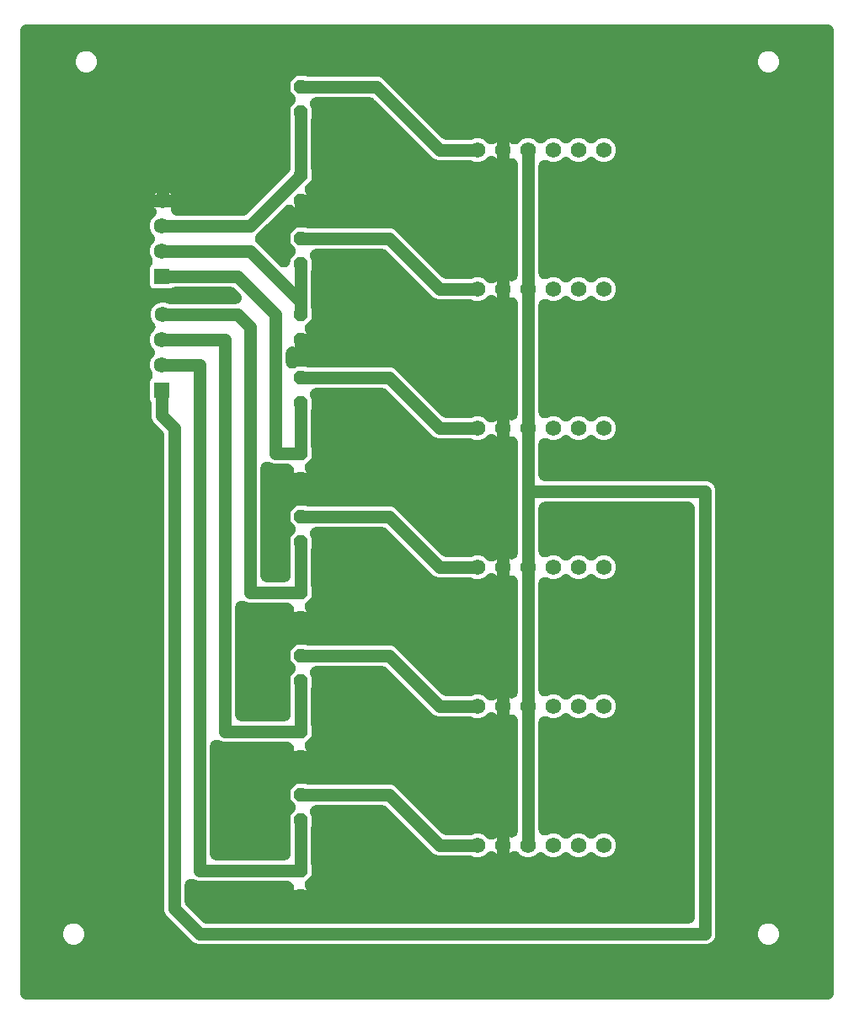
<source format=gbr>
G04 EAGLE Gerber RS-274X export*
G75*
%MOMM*%
%FSLAX34Y34*%
%LPD*%
%INBottom Copper*%
%IPPOS*%
%AMOC8*
5,1,8,0,0,1.08239X$1,22.5*%
G01*
%ADD10C,1.575000*%
%ADD11R,1.590000X1.590000*%
%ADD12C,1.590000*%
%ADD13P,1.429621X8X112.500000*%
%ADD14C,1.270000*%

G36*
X821493Y10161D02*
X821493Y10161D01*
X821496Y10161D01*
X821843Y10181D01*
X822201Y10201D01*
X822204Y10201D01*
X822207Y10201D01*
X822547Y10260D01*
X822904Y10320D01*
X822906Y10321D01*
X822909Y10321D01*
X823254Y10421D01*
X823588Y10517D01*
X823591Y10519D01*
X823594Y10519D01*
X823918Y10654D01*
X824246Y10790D01*
X824249Y10792D01*
X824251Y10793D01*
X824563Y10965D01*
X824870Y11135D01*
X824872Y11137D01*
X824875Y11138D01*
X825172Y11349D01*
X825451Y11547D01*
X825453Y11549D01*
X825455Y11551D01*
X825723Y11791D01*
X825982Y12022D01*
X825984Y12025D01*
X825986Y12026D01*
X826224Y12294D01*
X826456Y12554D01*
X826458Y12556D01*
X826460Y12558D01*
X826658Y12839D01*
X826868Y13135D01*
X826870Y13138D01*
X826871Y13140D01*
X827034Y13436D01*
X827212Y13759D01*
X827213Y13762D01*
X827215Y13764D01*
X827346Y14082D01*
X827484Y14417D01*
X827485Y14420D01*
X827486Y14423D01*
X827581Y14752D01*
X827681Y15102D01*
X827682Y15105D01*
X827682Y15107D01*
X827742Y15461D01*
X827800Y15804D01*
X827800Y15807D01*
X827801Y15810D01*
X827839Y16510D01*
X827839Y983490D01*
X827839Y983493D01*
X827839Y983496D01*
X827819Y983843D01*
X827799Y984201D01*
X827799Y984204D01*
X827799Y984207D01*
X827740Y984547D01*
X827680Y984904D01*
X827679Y984906D01*
X827679Y984909D01*
X827579Y985254D01*
X827483Y985588D01*
X827481Y985591D01*
X827481Y985594D01*
X827346Y985918D01*
X827210Y986246D01*
X827208Y986249D01*
X827207Y986251D01*
X827037Y986558D01*
X826865Y986870D01*
X826863Y986872D01*
X826862Y986875D01*
X826651Y987172D01*
X826453Y987451D01*
X826451Y987453D01*
X826449Y987455D01*
X826209Y987723D01*
X825978Y987982D01*
X825975Y987984D01*
X825974Y987986D01*
X825706Y988224D01*
X825446Y988456D01*
X825444Y988458D01*
X825442Y988460D01*
X825161Y988658D01*
X824865Y988868D01*
X824862Y988870D01*
X824860Y988871D01*
X824564Y989034D01*
X824241Y989212D01*
X824238Y989213D01*
X824236Y989215D01*
X823918Y989346D01*
X823583Y989484D01*
X823580Y989485D01*
X823577Y989486D01*
X823248Y989581D01*
X822898Y989681D01*
X822895Y989682D01*
X822893Y989682D01*
X822539Y989742D01*
X822196Y989800D01*
X822193Y989800D01*
X822190Y989801D01*
X821490Y989839D01*
X16510Y989839D01*
X16507Y989839D01*
X16504Y989839D01*
X16157Y989819D01*
X15799Y989799D01*
X15796Y989799D01*
X15793Y989799D01*
X15453Y989740D01*
X15096Y989680D01*
X15094Y989679D01*
X15091Y989679D01*
X14746Y989579D01*
X14412Y989483D01*
X14409Y989481D01*
X14406Y989481D01*
X14082Y989346D01*
X13754Y989210D01*
X13751Y989208D01*
X13749Y989207D01*
X13437Y989035D01*
X13130Y988865D01*
X13128Y988863D01*
X13125Y988862D01*
X12828Y988651D01*
X12549Y988453D01*
X12547Y988451D01*
X12545Y988449D01*
X12277Y988209D01*
X12018Y987978D01*
X12016Y987975D01*
X12014Y987974D01*
X11776Y987706D01*
X11544Y987446D01*
X11542Y987444D01*
X11540Y987442D01*
X11342Y987161D01*
X11132Y986865D01*
X11130Y986862D01*
X11129Y986860D01*
X10963Y986558D01*
X10788Y986241D01*
X10787Y986238D01*
X10785Y986236D01*
X10654Y985918D01*
X10516Y985583D01*
X10515Y985580D01*
X10514Y985577D01*
X10419Y985248D01*
X10319Y984898D01*
X10318Y984895D01*
X10318Y984893D01*
X10258Y984539D01*
X10200Y984196D01*
X10200Y984193D01*
X10199Y984190D01*
X10161Y983490D01*
X10161Y16510D01*
X10161Y16507D01*
X10161Y16504D01*
X10181Y16157D01*
X10201Y15799D01*
X10201Y15796D01*
X10201Y15793D01*
X10260Y15453D01*
X10320Y15096D01*
X10321Y15094D01*
X10321Y15091D01*
X10421Y14746D01*
X10517Y14412D01*
X10519Y14409D01*
X10519Y14406D01*
X10654Y14082D01*
X10790Y13754D01*
X10792Y13751D01*
X10793Y13749D01*
X10965Y13437D01*
X11135Y13130D01*
X11137Y13128D01*
X11138Y13125D01*
X11349Y12828D01*
X11547Y12549D01*
X11549Y12547D01*
X11551Y12545D01*
X11791Y12277D01*
X12022Y12018D01*
X12025Y12016D01*
X12026Y12014D01*
X12294Y11776D01*
X12554Y11544D01*
X12556Y11542D01*
X12558Y11540D01*
X12839Y11342D01*
X13135Y11132D01*
X13138Y11130D01*
X13140Y11129D01*
X13436Y10966D01*
X13759Y10788D01*
X13762Y10787D01*
X13764Y10785D01*
X14082Y10654D01*
X14417Y10516D01*
X14420Y10515D01*
X14423Y10514D01*
X14752Y10419D01*
X15102Y10319D01*
X15105Y10318D01*
X15107Y10318D01*
X15461Y10258D01*
X15804Y10200D01*
X15807Y10200D01*
X15810Y10199D01*
X16510Y10161D01*
X821490Y10161D01*
X821493Y10161D01*
G37*
%LPC*%
G36*
X188428Y65785D02*
X188428Y65785D01*
X184601Y67371D01*
X156271Y95701D01*
X154685Y99528D01*
X154685Y577256D01*
X154685Y577260D01*
X154685Y577265D01*
X154665Y577618D01*
X154645Y577967D01*
X154645Y577972D01*
X154644Y577976D01*
X154584Y578327D01*
X154526Y578670D01*
X154525Y578674D01*
X154524Y578678D01*
X154422Y579030D01*
X154329Y579354D01*
X154327Y579358D01*
X154326Y579362D01*
X154190Y579688D01*
X154056Y580012D01*
X154054Y580016D01*
X154052Y580020D01*
X153882Y580327D01*
X153711Y580636D01*
X153709Y580639D01*
X153706Y580643D01*
X153494Y580942D01*
X153299Y581217D01*
X153296Y581220D01*
X153293Y581223D01*
X152826Y581746D01*
X143571Y591001D01*
X141985Y594828D01*
X141985Y608436D01*
X141985Y608441D01*
X141985Y608445D01*
X141965Y608798D01*
X141945Y609148D01*
X141945Y609152D01*
X141944Y609156D01*
X141884Y609507D01*
X141826Y609850D01*
X141825Y609854D01*
X141824Y609858D01*
X141722Y610211D01*
X141720Y610219D01*
X141719Y610219D01*
X141719Y610220D01*
X141629Y610535D01*
X141627Y610538D01*
X141626Y610543D01*
X141500Y610845D01*
X141487Y610881D01*
X140385Y613541D01*
X140385Y631059D01*
X141004Y632552D01*
X141303Y632852D01*
X141424Y632987D01*
X141553Y633116D01*
X141661Y633252D01*
X141778Y633383D01*
X141883Y633531D01*
X141996Y633673D01*
X142089Y633821D01*
X142190Y633964D01*
X142278Y634123D01*
X142375Y634277D01*
X142450Y634435D01*
X142535Y634587D01*
X142604Y634756D01*
X142683Y634919D01*
X142740Y635084D01*
X142807Y635246D01*
X142857Y635420D01*
X142917Y635592D01*
X142956Y635763D01*
X143004Y635930D01*
X143035Y636109D01*
X143075Y636287D01*
X143094Y636461D01*
X143123Y636633D01*
X143133Y636814D01*
X143154Y636995D01*
X143153Y637170D01*
X143163Y637344D01*
X143153Y637525D01*
X143152Y637707D01*
X143133Y637881D01*
X143123Y638055D01*
X143092Y638235D01*
X143071Y638415D01*
X143032Y638586D01*
X143003Y638758D01*
X142953Y638932D01*
X142912Y639110D01*
X142853Y639277D01*
X142805Y639442D01*
X142739Y639602D01*
X142680Y639771D01*
X140385Y645310D01*
X140385Y650090D01*
X142214Y654506D01*
X143619Y655910D01*
X143621Y655912D01*
X143623Y655914D01*
X143861Y656182D01*
X144094Y656442D01*
X144095Y656444D01*
X144097Y656446D01*
X144299Y656731D01*
X144506Y657023D01*
X144507Y657025D01*
X144509Y657028D01*
X144682Y657341D01*
X144850Y657646D01*
X144852Y657649D01*
X144853Y657651D01*
X144984Y657968D01*
X145123Y658304D01*
X145124Y658307D01*
X145125Y658310D01*
X145224Y658654D01*
X145320Y658989D01*
X145320Y658992D01*
X145321Y658995D01*
X145382Y659354D01*
X145439Y659691D01*
X145439Y659694D01*
X145440Y659697D01*
X145460Y660061D01*
X145479Y660403D01*
X145479Y660406D01*
X145479Y660409D01*
X145459Y660749D01*
X145438Y661114D01*
X145438Y661117D01*
X145438Y661120D01*
X145378Y661469D01*
X145319Y661816D01*
X145318Y661819D01*
X145317Y661822D01*
X145217Y662167D01*
X145121Y662501D01*
X145120Y662503D01*
X145119Y662506D01*
X144984Y662830D01*
X144848Y663159D01*
X144847Y663161D01*
X144845Y663164D01*
X144671Y663479D01*
X144503Y663782D01*
X144501Y663784D01*
X144500Y663787D01*
X144299Y664069D01*
X144090Y664363D01*
X144088Y664365D01*
X144087Y664367D01*
X143619Y664890D01*
X142214Y666294D01*
X140385Y670710D01*
X140385Y675490D01*
X142214Y679906D01*
X144119Y681810D01*
X144121Y681812D01*
X144123Y681814D01*
X144361Y682082D01*
X144594Y682342D01*
X144595Y682344D01*
X144597Y682346D01*
X144805Y682639D01*
X145006Y682923D01*
X145007Y682925D01*
X145009Y682928D01*
X145186Y683248D01*
X145350Y683546D01*
X145351Y683549D01*
X145353Y683551D01*
X145491Y683887D01*
X145623Y684204D01*
X145624Y684207D01*
X145625Y684210D01*
X145725Y684561D01*
X145820Y684889D01*
X145820Y684892D01*
X145821Y684895D01*
X145882Y685256D01*
X145939Y685591D01*
X145939Y685594D01*
X145940Y685597D01*
X145959Y685943D01*
X145979Y686303D01*
X145979Y686306D01*
X145979Y686309D01*
X145958Y686662D01*
X145938Y687014D01*
X145938Y687017D01*
X145938Y687020D01*
X145878Y687369D01*
X145819Y687716D01*
X145818Y687719D01*
X145817Y687722D01*
X145717Y688067D01*
X145621Y688401D01*
X145620Y688403D01*
X145619Y688406D01*
X145482Y688737D01*
X145348Y689059D01*
X145347Y689061D01*
X145345Y689064D01*
X145184Y689355D01*
X145003Y689682D01*
X145001Y689684D01*
X145000Y689687D01*
X144791Y689980D01*
X144590Y690263D01*
X144588Y690265D01*
X144587Y690267D01*
X144119Y690790D01*
X143214Y691694D01*
X141385Y696110D01*
X141385Y700890D01*
X143214Y705306D01*
X146594Y708686D01*
X151010Y710515D01*
X155790Y710515D01*
X158486Y709398D01*
X158659Y709338D01*
X158828Y709268D01*
X158995Y709220D01*
X159158Y709163D01*
X159337Y709122D01*
X159513Y709072D01*
X159684Y709043D01*
X159853Y709004D01*
X160035Y708984D01*
X160216Y708953D01*
X160391Y708944D01*
X160561Y708925D01*
X160735Y708925D01*
X160916Y708915D01*
X226228Y708915D01*
X226230Y708915D01*
X226231Y708915D01*
X226599Y708936D01*
X226939Y708955D01*
X226941Y708955D01*
X226942Y708955D01*
X227325Y709020D01*
X227642Y709074D01*
X227643Y709074D01*
X227645Y709075D01*
X228012Y709181D01*
X228326Y709271D01*
X228328Y709272D01*
X228329Y709272D01*
X228671Y709414D01*
X228984Y709544D01*
X228986Y709545D01*
X228987Y709545D01*
X229316Y709727D01*
X229608Y709889D01*
X229609Y709890D01*
X229610Y709891D01*
X229946Y710129D01*
X230189Y710301D01*
X230190Y710302D01*
X230191Y710303D01*
X230472Y710555D01*
X230720Y710776D01*
X230721Y710777D01*
X230722Y710778D01*
X230952Y711037D01*
X231194Y711308D01*
X231195Y711309D01*
X231196Y711310D01*
X231376Y711564D01*
X231606Y711889D01*
X231607Y711890D01*
X231608Y711892D01*
X231759Y712166D01*
X231950Y712513D01*
X231951Y712514D01*
X231952Y712515D01*
X232079Y712824D01*
X232223Y713171D01*
X232223Y713173D01*
X232224Y713174D01*
X232313Y713484D01*
X232419Y713856D01*
X232420Y713857D01*
X232420Y713859D01*
X232479Y714207D01*
X232538Y714558D01*
X232538Y714560D01*
X232538Y714561D01*
X232559Y714935D01*
X232577Y715270D01*
X232577Y715271D01*
X232577Y715273D01*
X232557Y715633D01*
X232537Y715981D01*
X232537Y715982D01*
X232536Y715984D01*
X232476Y716335D01*
X232417Y716683D01*
X232416Y716684D01*
X232416Y716686D01*
X232317Y717030D01*
X232219Y717368D01*
X232218Y717369D01*
X232218Y717370D01*
X232086Y717688D01*
X231945Y718025D01*
X231945Y718027D01*
X231944Y718028D01*
X231769Y718343D01*
X231600Y718649D01*
X231599Y718650D01*
X231599Y718651D01*
X231384Y718953D01*
X231187Y719229D01*
X231186Y719230D01*
X231185Y719231D01*
X230718Y719754D01*
X226146Y724326D01*
X226142Y724329D01*
X226140Y724332D01*
X225883Y724561D01*
X225614Y724800D01*
X225611Y724803D01*
X225608Y724806D01*
X225312Y725015D01*
X225033Y725213D01*
X225030Y725215D01*
X225026Y725217D01*
X224726Y725382D01*
X224410Y725557D01*
X224406Y725559D01*
X224402Y725561D01*
X224087Y725691D01*
X223752Y725830D01*
X223747Y725831D01*
X223743Y725832D01*
X223420Y725925D01*
X223067Y726027D01*
X223063Y726027D01*
X223059Y726028D01*
X222712Y726087D01*
X222365Y726146D01*
X222360Y726146D01*
X222356Y726147D01*
X221656Y726185D01*
X166264Y726185D01*
X166256Y726185D01*
X166248Y726185D01*
X165904Y726165D01*
X165552Y726145D01*
X165545Y726144D01*
X165537Y726144D01*
X165192Y726084D01*
X164850Y726026D01*
X164843Y726024D01*
X164835Y726022D01*
X164495Y725923D01*
X164481Y725920D01*
X164481Y725919D01*
X164480Y725919D01*
X164165Y725829D01*
X164158Y725826D01*
X164151Y725823D01*
X163854Y725700D01*
X163819Y725687D01*
X161159Y724585D01*
X143641Y724585D01*
X142148Y725204D01*
X141004Y726348D01*
X140385Y727841D01*
X140385Y745359D01*
X141004Y746852D01*
X141303Y747152D01*
X141424Y747287D01*
X141553Y747416D01*
X141661Y747552D01*
X141778Y747683D01*
X141883Y747831D01*
X141996Y747973D01*
X142089Y748121D01*
X142190Y748264D01*
X142278Y748423D01*
X142375Y748577D01*
X142450Y748735D01*
X142535Y748887D01*
X142604Y749056D01*
X142683Y749219D01*
X142740Y749384D01*
X142807Y749546D01*
X142857Y749720D01*
X142917Y749892D01*
X142956Y750063D01*
X143004Y750230D01*
X143035Y750409D01*
X143075Y750587D01*
X143094Y750761D01*
X143123Y750933D01*
X143133Y751114D01*
X143154Y751295D01*
X143153Y751470D01*
X143163Y751644D01*
X143153Y751825D01*
X143152Y752007D01*
X143133Y752181D01*
X143123Y752355D01*
X143092Y752535D01*
X143071Y752715D01*
X143032Y752886D01*
X143003Y753058D01*
X142953Y753232D01*
X142912Y753410D01*
X142853Y753577D01*
X142805Y753742D01*
X142739Y753902D01*
X142680Y754071D01*
X140385Y759610D01*
X140385Y764390D01*
X142214Y768806D01*
X143619Y770210D01*
X143621Y770212D01*
X143623Y770214D01*
X143861Y770482D01*
X144094Y770742D01*
X144095Y770744D01*
X144097Y770746D01*
X144299Y771031D01*
X144506Y771323D01*
X144507Y771325D01*
X144509Y771328D01*
X144682Y771641D01*
X144850Y771946D01*
X144852Y771949D01*
X144853Y771951D01*
X144984Y772268D01*
X145123Y772604D01*
X145124Y772607D01*
X145125Y772610D01*
X145221Y772947D01*
X145320Y773289D01*
X145320Y773292D01*
X145321Y773295D01*
X145380Y773643D01*
X145439Y773991D01*
X145439Y773994D01*
X145440Y773997D01*
X145460Y774361D01*
X145479Y774703D01*
X145479Y774706D01*
X145479Y774709D01*
X145459Y775045D01*
X145438Y775414D01*
X145438Y775417D01*
X145438Y775420D01*
X145378Y775769D01*
X145319Y776116D01*
X145318Y776119D01*
X145317Y776122D01*
X145217Y776467D01*
X145121Y776801D01*
X145120Y776803D01*
X145119Y776806D01*
X144984Y777130D01*
X144848Y777459D01*
X144847Y777461D01*
X144845Y777464D01*
X144671Y777779D01*
X144503Y778082D01*
X144501Y778084D01*
X144500Y778087D01*
X144299Y778369D01*
X144090Y778663D01*
X144088Y778665D01*
X144087Y778667D01*
X143619Y779190D01*
X142214Y780594D01*
X140385Y785010D01*
X140385Y789790D01*
X142214Y794206D01*
X145197Y797189D01*
X145397Y797413D01*
X145601Y797633D01*
X145634Y797678D01*
X145672Y797720D01*
X145846Y797965D01*
X146024Y798206D01*
X146051Y798255D01*
X146084Y798301D01*
X146229Y798564D01*
X146379Y798824D01*
X146402Y798875D01*
X146429Y798925D01*
X146543Y799201D01*
X146663Y799477D01*
X146680Y799531D01*
X146701Y799583D01*
X146784Y799870D01*
X146872Y800158D01*
X146883Y800213D01*
X146898Y800267D01*
X146948Y800562D01*
X147004Y800858D01*
X147008Y800914D01*
X147017Y800970D01*
X147034Y801268D01*
X147056Y801569D01*
X147054Y801625D01*
X147057Y801681D01*
X147040Y801981D01*
X147028Y802281D01*
X147020Y802336D01*
X147017Y802392D01*
X146966Y802687D01*
X146921Y802985D01*
X146906Y803039D01*
X146897Y803095D01*
X146814Y803382D01*
X146736Y803673D01*
X146715Y803725D01*
X146699Y803779D01*
X146585Y804056D01*
X146474Y804335D01*
X146448Y804385D01*
X146426Y804437D01*
X146281Y804699D01*
X146140Y804965D01*
X146108Y805012D01*
X146081Y805060D01*
X145919Y805288D01*
X145745Y805544D01*
X145049Y806451D01*
X153400Y806451D01*
X161945Y806451D01*
X161865Y806257D01*
X161832Y806144D01*
X161792Y806035D01*
X161734Y805802D01*
X161668Y805572D01*
X161648Y805457D01*
X161620Y805343D01*
X161589Y805105D01*
X161549Y804870D01*
X161543Y804753D01*
X161527Y804637D01*
X161523Y804397D01*
X161510Y804158D01*
X161517Y804042D01*
X161514Y803925D01*
X161537Y803686D01*
X161550Y803447D01*
X161570Y803332D01*
X161581Y803215D01*
X161630Y802981D01*
X161671Y802745D01*
X161703Y802632D01*
X161727Y802518D01*
X161802Y802290D01*
X161868Y802060D01*
X161913Y801952D01*
X161950Y801841D01*
X162050Y801624D01*
X162142Y801403D01*
X162198Y801300D01*
X162247Y801194D01*
X162371Y800989D01*
X162487Y800779D01*
X162555Y800684D01*
X162615Y800584D01*
X162761Y800394D01*
X162900Y800199D01*
X162978Y800112D01*
X163049Y800019D01*
X163216Y799847D01*
X163376Y799668D01*
X163463Y799591D01*
X163544Y799506D01*
X163729Y799354D01*
X163907Y799194D01*
X164003Y799127D01*
X164093Y799052D01*
X164293Y798921D01*
X164489Y798783D01*
X164592Y798726D01*
X164689Y798663D01*
X164903Y798555D01*
X165113Y798439D01*
X165221Y798395D01*
X165326Y798342D01*
X165550Y798259D01*
X165772Y798168D01*
X165884Y798135D01*
X165994Y798095D01*
X166227Y798037D01*
X166457Y797972D01*
X166572Y797952D01*
X166685Y797924D01*
X166923Y797893D01*
X167159Y797853D01*
X167277Y797847D01*
X167392Y797832D01*
X167620Y797828D01*
X167859Y797815D01*
X234356Y797815D01*
X234360Y797815D01*
X234365Y797815D01*
X234718Y797835D01*
X235067Y797855D01*
X235072Y797855D01*
X235076Y797856D01*
X235427Y797916D01*
X235770Y797974D01*
X235774Y797975D01*
X235778Y797976D01*
X236130Y798078D01*
X236454Y798171D01*
X236458Y798173D01*
X236462Y798174D01*
X236788Y798310D01*
X237112Y798444D01*
X237116Y798446D01*
X237120Y798448D01*
X237427Y798618D01*
X237736Y798789D01*
X237739Y798791D01*
X237743Y798794D01*
X238042Y799006D01*
X238317Y799201D01*
X238320Y799204D01*
X238323Y799207D01*
X238846Y799674D01*
X279572Y840400D01*
X279574Y840403D01*
X279578Y840406D01*
X279812Y840669D01*
X280046Y840932D01*
X280049Y840935D01*
X280052Y840938D01*
X280253Y841223D01*
X280459Y841513D01*
X280461Y841516D01*
X280463Y841520D01*
X280632Y841826D01*
X280803Y842136D01*
X280805Y842140D01*
X280807Y842144D01*
X280941Y842469D01*
X281056Y842748D01*
X281057Y842749D01*
X281059Y842753D01*
X281061Y842757D01*
X281193Y843079D01*
X281330Y843408D01*
X281331Y843412D01*
X281332Y843416D01*
X281429Y843754D01*
X281527Y844092D01*
X281527Y844096D01*
X281528Y844101D01*
X281588Y844457D01*
X281646Y844795D01*
X281646Y844799D01*
X281647Y844803D01*
X281685Y845503D01*
X281685Y894397D01*
X281685Y894401D01*
X281685Y894406D01*
X281665Y894764D01*
X281645Y895108D01*
X281645Y895113D01*
X281644Y895117D01*
X281584Y895468D01*
X281526Y895811D01*
X281525Y895815D01*
X281524Y895819D01*
X281431Y896139D01*
X281431Y906119D01*
X285223Y909910D01*
X285225Y909913D01*
X285227Y909914D01*
X285456Y910171D01*
X285697Y910442D01*
X285699Y910444D01*
X285701Y910446D01*
X285911Y910743D01*
X286109Y911023D01*
X286111Y911025D01*
X286112Y911028D01*
X286286Y911342D01*
X286454Y911646D01*
X286455Y911649D01*
X286456Y911651D01*
X286593Y911982D01*
X286726Y912304D01*
X286727Y912307D01*
X286728Y912310D01*
X286825Y912648D01*
X286923Y912989D01*
X286924Y912992D01*
X286925Y912995D01*
X286986Y913360D01*
X287043Y913692D01*
X287043Y913694D01*
X287043Y913697D01*
X287063Y914056D01*
X287082Y914403D01*
X287082Y914406D01*
X287082Y914409D01*
X287063Y914744D01*
X287042Y915114D01*
X287041Y915117D01*
X287041Y915120D01*
X286982Y915463D01*
X286922Y915816D01*
X286921Y915819D01*
X286921Y915822D01*
X286819Y916175D01*
X286725Y916501D01*
X286724Y916503D01*
X286723Y916506D01*
X286584Y916839D01*
X286451Y917159D01*
X286450Y917161D01*
X286449Y917164D01*
X286278Y917472D01*
X286106Y917782D01*
X286105Y917784D01*
X286103Y917787D01*
X285906Y918064D01*
X285694Y918363D01*
X285692Y918365D01*
X285690Y918367D01*
X285223Y918890D01*
X281431Y922681D01*
X281431Y931519D01*
X287681Y937769D01*
X297661Y937769D01*
X297992Y937673D01*
X297996Y937673D01*
X298001Y937672D01*
X298357Y937612D01*
X298695Y937554D01*
X298699Y937554D01*
X298703Y937553D01*
X299403Y937515D01*
X370372Y937515D01*
X374199Y935929D01*
X434254Y875874D01*
X434257Y875872D01*
X434260Y875868D01*
X434523Y875634D01*
X434786Y875400D01*
X434789Y875397D01*
X434792Y875394D01*
X435077Y875193D01*
X435367Y874987D01*
X435370Y874985D01*
X435374Y874983D01*
X435688Y874810D01*
X435990Y874643D01*
X435994Y874641D01*
X435998Y874639D01*
X436323Y874505D01*
X436648Y874370D01*
X436653Y874369D01*
X436657Y874368D01*
X436996Y874270D01*
X437333Y874173D01*
X437337Y874173D01*
X437341Y874172D01*
X437698Y874112D01*
X438035Y874054D01*
X438040Y874054D01*
X438044Y874053D01*
X438744Y874015D01*
X462580Y874015D01*
X462763Y874025D01*
X462947Y874025D01*
X463119Y874045D01*
X463292Y874055D01*
X463472Y874085D01*
X463654Y874106D01*
X463823Y874145D01*
X463994Y874174D01*
X464170Y874225D01*
X464349Y874266D01*
X464515Y874324D01*
X464679Y874371D01*
X464840Y874438D01*
X465010Y874498D01*
X467525Y875540D01*
X472275Y875540D01*
X476663Y873722D01*
X479188Y871197D01*
X479190Y871195D01*
X479192Y871193D01*
X479459Y870955D01*
X479719Y870723D01*
X479722Y870721D01*
X479724Y870719D01*
X480017Y870512D01*
X480300Y870310D01*
X480303Y870309D01*
X480305Y870307D01*
X480626Y870131D01*
X480924Y869966D01*
X480926Y869965D01*
X480929Y869963D01*
X481274Y869821D01*
X481582Y869693D01*
X481585Y869693D01*
X481588Y869692D01*
X481941Y869590D01*
X482267Y869496D01*
X482269Y869496D01*
X482272Y869495D01*
X482637Y869434D01*
X482969Y869377D01*
X482972Y869377D01*
X482975Y869377D01*
X483341Y869357D01*
X483680Y869338D01*
X483683Y869338D01*
X483686Y869338D01*
X484038Y869358D01*
X484392Y869378D01*
X484395Y869378D01*
X484397Y869379D01*
X484744Y869438D01*
X485094Y869498D01*
X485097Y869498D01*
X485100Y869499D01*
X485437Y869597D01*
X485778Y869695D01*
X485781Y869696D01*
X485784Y869697D01*
X486114Y869835D01*
X486436Y869968D01*
X486439Y869970D01*
X486442Y869971D01*
X486757Y870146D01*
X487060Y870313D01*
X487062Y870315D01*
X487065Y870316D01*
X487357Y870525D01*
X487640Y870726D01*
X487643Y870728D01*
X487645Y870730D01*
X488167Y871197D01*
X488418Y871448D01*
X488951Y871857D01*
X488951Y863600D01*
X488951Y855343D01*
X488418Y855752D01*
X488167Y856003D01*
X488165Y856005D01*
X488163Y856007D01*
X487905Y856237D01*
X487636Y856477D01*
X487634Y856479D01*
X487631Y856481D01*
X487350Y856680D01*
X487055Y856890D01*
X487052Y856891D01*
X487050Y856893D01*
X486729Y857070D01*
X486431Y857234D01*
X486429Y857235D01*
X486426Y857237D01*
X486097Y857372D01*
X485773Y857507D01*
X485770Y857507D01*
X485768Y857508D01*
X485437Y857603D01*
X485088Y857704D01*
X485086Y857704D01*
X485083Y857705D01*
X484721Y857766D01*
X484386Y857823D01*
X484383Y857823D01*
X484380Y857823D01*
X484015Y857843D01*
X483675Y857862D01*
X483672Y857862D01*
X483669Y857862D01*
X483318Y857842D01*
X482963Y857822D01*
X482961Y857822D01*
X482958Y857821D01*
X482612Y857762D01*
X482261Y857702D01*
X482258Y857702D01*
X482256Y857701D01*
X481914Y857602D01*
X481577Y857505D01*
X481574Y857504D01*
X481571Y857503D01*
X481241Y857365D01*
X480919Y857232D01*
X480916Y857230D01*
X480914Y857229D01*
X480611Y857061D01*
X480295Y856887D01*
X480293Y856885D01*
X480291Y856883D01*
X479997Y856675D01*
X479715Y856474D01*
X479713Y856472D01*
X479710Y856470D01*
X479188Y856003D01*
X476663Y853478D01*
X472275Y851660D01*
X467525Y851660D01*
X465010Y852702D01*
X464837Y852762D01*
X464668Y852832D01*
X464501Y852880D01*
X464338Y852937D01*
X464159Y852978D01*
X463983Y853028D01*
X463812Y853057D01*
X463643Y853096D01*
X463461Y853116D01*
X463280Y853147D01*
X463105Y853156D01*
X462935Y853175D01*
X462760Y853175D01*
X462580Y853185D01*
X429728Y853185D01*
X425901Y854771D01*
X365846Y914826D01*
X365843Y914828D01*
X365840Y914832D01*
X365577Y915066D01*
X365314Y915300D01*
X365311Y915303D01*
X365308Y915306D01*
X365023Y915507D01*
X364733Y915713D01*
X364730Y915715D01*
X364726Y915717D01*
X364416Y915888D01*
X364110Y916057D01*
X364106Y916059D01*
X364102Y916061D01*
X363777Y916195D01*
X363452Y916330D01*
X363447Y916331D01*
X363443Y916332D01*
X363105Y916429D01*
X362767Y916527D01*
X362763Y916527D01*
X362759Y916528D01*
X362402Y916588D01*
X362065Y916646D01*
X362060Y916646D01*
X362056Y916647D01*
X361356Y916685D01*
X307531Y916685D01*
X307530Y916685D01*
X307528Y916685D01*
X307154Y916664D01*
X306820Y916645D01*
X306818Y916645D01*
X306817Y916645D01*
X306451Y916583D01*
X306117Y916526D01*
X306116Y916525D01*
X306115Y916525D01*
X305742Y916418D01*
X305433Y916329D01*
X305432Y916328D01*
X305430Y916328D01*
X305094Y916188D01*
X304775Y916056D01*
X304773Y916055D01*
X304772Y916055D01*
X304468Y915886D01*
X304151Y915711D01*
X304150Y915710D01*
X304149Y915709D01*
X303826Y915480D01*
X303570Y915299D01*
X303570Y915298D01*
X303568Y915297D01*
X303282Y915040D01*
X303039Y914824D01*
X303038Y914823D01*
X303037Y914822D01*
X302802Y914558D01*
X302565Y914292D01*
X302564Y914291D01*
X302563Y914290D01*
X302378Y914029D01*
X302153Y913711D01*
X302152Y913709D01*
X302151Y913708D01*
X302003Y913438D01*
X301809Y913087D01*
X301808Y913086D01*
X301808Y913085D01*
X301673Y912759D01*
X301537Y912429D01*
X301536Y912427D01*
X301536Y912426D01*
X301432Y912066D01*
X301340Y911744D01*
X301340Y911743D01*
X301339Y911741D01*
X301275Y911360D01*
X301221Y911042D01*
X301221Y911040D01*
X301221Y911039D01*
X301200Y910662D01*
X301182Y910330D01*
X301182Y910329D01*
X301182Y910327D01*
X301204Y909948D01*
X301222Y909619D01*
X301223Y909618D01*
X301223Y909616D01*
X301285Y909251D01*
X301342Y908917D01*
X301343Y908915D01*
X301343Y908914D01*
X301443Y908570D01*
X301540Y908232D01*
X301541Y908231D01*
X301541Y908230D01*
X301677Y907904D01*
X301814Y907575D01*
X301814Y907573D01*
X301815Y907572D01*
X301978Y907278D01*
X302159Y906951D01*
X302160Y906950D01*
X302161Y906949D01*
X302375Y906648D01*
X302572Y906371D01*
X302573Y906370D01*
X302574Y906369D01*
X302769Y906151D01*
X302769Y896139D01*
X302674Y895808D01*
X302673Y895804D01*
X302672Y895799D01*
X302614Y895455D01*
X302554Y895106D01*
X302554Y895101D01*
X302553Y895097D01*
X302515Y894397D01*
X302515Y845503D01*
X302515Y845499D01*
X302515Y845494D01*
X302535Y845141D01*
X302555Y844792D01*
X302555Y844788D01*
X302556Y844783D01*
X302619Y844414D01*
X302674Y844089D01*
X302675Y844085D01*
X302676Y844081D01*
X302769Y843761D01*
X302769Y833781D01*
X302690Y833702D01*
X302689Y833702D01*
X302689Y833701D01*
X297900Y828912D01*
X297898Y828910D01*
X297896Y828908D01*
X297657Y828641D01*
X297425Y828381D01*
X297423Y828378D01*
X297422Y828376D01*
X297214Y828083D01*
X297013Y827800D01*
X297012Y827797D01*
X297010Y827795D01*
X296837Y827481D01*
X296668Y827176D01*
X296667Y827173D01*
X296666Y827171D01*
X296534Y826852D01*
X296396Y826518D01*
X296395Y826515D01*
X296394Y826512D01*
X296296Y826170D01*
X296199Y825833D01*
X296198Y825830D01*
X296198Y825828D01*
X296134Y825448D01*
X296080Y825131D01*
X296080Y825128D01*
X296079Y825125D01*
X296059Y824759D01*
X296040Y824420D01*
X296040Y824417D01*
X296040Y824414D01*
X296061Y824045D01*
X296080Y823708D01*
X296081Y823705D01*
X296081Y823703D01*
X296141Y823353D01*
X296200Y823006D01*
X296201Y823003D01*
X296201Y823000D01*
X296300Y822659D01*
X296398Y822321D01*
X296399Y822319D01*
X296400Y822316D01*
X296539Y821982D01*
X296671Y821663D01*
X296672Y821661D01*
X296673Y821658D01*
X296848Y821344D01*
X297016Y821040D01*
X297018Y821038D01*
X297019Y821035D01*
X297218Y820755D01*
X297429Y820460D01*
X297431Y820457D01*
X297432Y820455D01*
X297900Y819933D01*
X298683Y819149D01*
X292100Y819149D01*
X292097Y819149D01*
X292095Y819149D01*
X291747Y819130D01*
X291389Y819109D01*
X291386Y819109D01*
X291383Y819109D01*
X291043Y819051D01*
X290687Y818990D01*
X290684Y818989D01*
X290681Y818989D01*
X290336Y818889D01*
X290002Y818793D01*
X290000Y818792D01*
X289997Y818791D01*
X289673Y818656D01*
X289344Y818520D01*
X289341Y818518D01*
X289339Y818517D01*
X289027Y818345D01*
X288721Y818175D01*
X288718Y818174D01*
X288716Y818172D01*
X288406Y817952D01*
X288140Y817763D01*
X288138Y817761D01*
X288135Y817759D01*
X287867Y817519D01*
X287609Y817288D01*
X287608Y817287D01*
X287606Y817285D01*
X287605Y817284D01*
X287604Y817283D01*
X287366Y817016D01*
X287134Y816756D01*
X287132Y816753D01*
X287130Y816751D01*
X286931Y816469D01*
X286722Y816175D01*
X286720Y816172D01*
X286719Y816170D01*
X286545Y815855D01*
X286378Y815551D01*
X286376Y815548D01*
X286375Y815546D01*
X286244Y815227D01*
X286105Y814892D01*
X286105Y814890D01*
X286104Y814887D01*
X286007Y814548D01*
X285909Y814208D01*
X285908Y814205D01*
X285907Y814202D01*
X285845Y813829D01*
X285790Y813505D01*
X285790Y813503D01*
X285789Y813500D01*
X285751Y812800D01*
X285751Y806217D01*
X284788Y807180D01*
X284786Y807182D01*
X284784Y807184D01*
X284513Y807425D01*
X284256Y807654D01*
X284254Y807656D01*
X284252Y807658D01*
X283963Y807863D01*
X283675Y808067D01*
X283673Y808068D01*
X283671Y808070D01*
X283373Y808234D01*
X283052Y808411D01*
X283049Y808412D01*
X283047Y808414D01*
X282722Y808548D01*
X282394Y808684D01*
X282391Y808685D01*
X282388Y808686D01*
X282050Y808782D01*
X281709Y808881D01*
X281706Y808881D01*
X281703Y808882D01*
X281339Y808944D01*
X281007Y809000D01*
X281004Y809000D01*
X281001Y809000D01*
X280635Y809021D01*
X280295Y809039D01*
X280292Y809039D01*
X280289Y809039D01*
X279938Y809019D01*
X279584Y808999D01*
X279581Y808999D01*
X279578Y808999D01*
X279235Y808940D01*
X278882Y808879D01*
X278879Y808879D01*
X278876Y808878D01*
X278523Y808776D01*
X278197Y808682D01*
X278195Y808681D01*
X278192Y808680D01*
X277859Y808542D01*
X277539Y808409D01*
X277537Y808407D01*
X277534Y808406D01*
X277223Y808234D01*
X276916Y808064D01*
X276914Y808062D01*
X276911Y808061D01*
X276626Y807858D01*
X276335Y807651D01*
X276333Y807649D01*
X276331Y807647D01*
X275808Y807180D01*
X257886Y789257D01*
X257885Y789257D01*
X251536Y782908D01*
X251536Y782907D01*
X247818Y779190D01*
X247816Y779187D01*
X247814Y779186D01*
X247578Y778920D01*
X247344Y778658D01*
X247342Y778656D01*
X247340Y778654D01*
X247137Y778367D01*
X246931Y778077D01*
X246930Y778075D01*
X246928Y778072D01*
X246750Y777750D01*
X246587Y777454D01*
X246586Y777451D01*
X246584Y777449D01*
X246443Y777107D01*
X246314Y776795D01*
X246314Y776793D01*
X246312Y776790D01*
X246213Y776443D01*
X246117Y776111D01*
X246117Y776108D01*
X246116Y776105D01*
X246054Y775738D01*
X245998Y775408D01*
X245998Y775406D01*
X245998Y775403D01*
X245977Y775035D01*
X245959Y774697D01*
X245959Y774694D01*
X245959Y774691D01*
X245979Y774341D01*
X245999Y773986D01*
X245999Y773983D01*
X246000Y773980D01*
X246058Y773640D01*
X246119Y773284D01*
X246119Y773281D01*
X246120Y773278D01*
X246221Y772930D01*
X246316Y772599D01*
X246317Y772597D01*
X246318Y772594D01*
X246457Y772261D01*
X246589Y771941D01*
X246591Y771939D01*
X246592Y771936D01*
X246758Y771636D01*
X246934Y771318D01*
X246936Y771315D01*
X246937Y771313D01*
X247144Y771023D01*
X247347Y770737D01*
X247349Y770735D01*
X247351Y770733D01*
X247818Y770210D01*
X270592Y747436D01*
X270593Y747435D01*
X270594Y747434D01*
X270852Y747204D01*
X271124Y746962D01*
X271125Y746961D01*
X271126Y746960D01*
X271430Y746745D01*
X271705Y746549D01*
X271706Y746549D01*
X271707Y746548D01*
X272050Y746359D01*
X272328Y746205D01*
X272329Y746204D01*
X272331Y746204D01*
X272673Y746062D01*
X272987Y745932D01*
X272988Y745932D01*
X272989Y745931D01*
X273354Y745827D01*
X273671Y745735D01*
X273672Y745735D01*
X273674Y745735D01*
X274040Y745673D01*
X274374Y745616D01*
X274375Y745616D01*
X274376Y745616D01*
X274729Y745596D01*
X275085Y745577D01*
X275086Y745577D01*
X275088Y745577D01*
X275421Y745596D01*
X275796Y745617D01*
X275798Y745617D01*
X275799Y745617D01*
X276105Y745670D01*
X276498Y745737D01*
X276500Y745737D01*
X276501Y745737D01*
X276827Y745832D01*
X277183Y745934D01*
X277184Y745935D01*
X277186Y745935D01*
X277518Y746073D01*
X277841Y746207D01*
X277842Y746208D01*
X277843Y746209D01*
X278144Y746375D01*
X278464Y746552D01*
X278465Y746553D01*
X278467Y746554D01*
X278729Y746741D01*
X279045Y746965D01*
X279046Y746966D01*
X279047Y746967D01*
X279307Y747200D01*
X279576Y747440D01*
X279577Y747441D01*
X279578Y747442D01*
X279811Y747704D01*
X280050Y747972D01*
X280051Y747973D01*
X280052Y747974D01*
X280254Y748260D01*
X280462Y748553D01*
X280462Y748555D01*
X280463Y748556D01*
X280625Y748849D01*
X280806Y749177D01*
X280806Y749179D01*
X280807Y749180D01*
X280927Y749472D01*
X281077Y749836D01*
X281078Y749837D01*
X281078Y749838D01*
X281170Y750157D01*
X281274Y750521D01*
X281274Y750522D01*
X281274Y750523D01*
X281331Y750863D01*
X281392Y751223D01*
X281392Y751225D01*
X281393Y751226D01*
X281431Y751926D01*
X281431Y753719D01*
X285223Y757510D01*
X285225Y757513D01*
X285227Y757514D01*
X285456Y757771D01*
X285697Y758042D01*
X285699Y758044D01*
X285701Y758046D01*
X285911Y758343D01*
X286109Y758623D01*
X286111Y758625D01*
X286112Y758628D01*
X286286Y758942D01*
X286454Y759246D01*
X286455Y759249D01*
X286456Y759251D01*
X286593Y759582D01*
X286726Y759904D01*
X286727Y759907D01*
X286728Y759910D01*
X286825Y760248D01*
X286923Y760589D01*
X286924Y760592D01*
X286925Y760595D01*
X286986Y760960D01*
X287043Y761292D01*
X287043Y761294D01*
X287043Y761297D01*
X287063Y761656D01*
X287082Y762003D01*
X287082Y762006D01*
X287082Y762009D01*
X287063Y762344D01*
X287042Y762714D01*
X287041Y762717D01*
X287041Y762720D01*
X286982Y763063D01*
X286922Y763416D01*
X286921Y763419D01*
X286921Y763422D01*
X286819Y763775D01*
X286725Y764101D01*
X286724Y764103D01*
X286723Y764106D01*
X286584Y764439D01*
X286451Y764759D01*
X286450Y764761D01*
X286449Y764764D01*
X286278Y765072D01*
X286106Y765382D01*
X286105Y765384D01*
X286103Y765387D01*
X285901Y765672D01*
X285694Y765963D01*
X285692Y765965D01*
X285690Y765967D01*
X285223Y766490D01*
X281431Y770281D01*
X281431Y779119D01*
X287681Y785369D01*
X297661Y785369D01*
X297992Y785273D01*
X297996Y785273D01*
X298001Y785272D01*
X298357Y785212D01*
X298695Y785154D01*
X298699Y785154D01*
X298703Y785153D01*
X299403Y785115D01*
X383072Y785115D01*
X386899Y783529D01*
X434254Y736174D01*
X434257Y736172D01*
X434260Y736168D01*
X434523Y735934D01*
X434786Y735700D01*
X434789Y735697D01*
X434792Y735694D01*
X435077Y735493D01*
X435367Y735287D01*
X435370Y735285D01*
X435374Y735283D01*
X435684Y735112D01*
X435990Y734943D01*
X435994Y734941D01*
X435998Y734939D01*
X436323Y734805D01*
X436648Y734670D01*
X436653Y734669D01*
X436657Y734668D01*
X436996Y734570D01*
X437333Y734473D01*
X437337Y734473D01*
X437341Y734472D01*
X437698Y734412D01*
X438035Y734354D01*
X438040Y734354D01*
X438044Y734353D01*
X438744Y734315D01*
X462580Y734315D01*
X462763Y734325D01*
X462947Y734325D01*
X463119Y734345D01*
X463292Y734355D01*
X463472Y734385D01*
X463654Y734406D01*
X463823Y734445D01*
X463994Y734474D01*
X464170Y734525D01*
X464349Y734566D01*
X464515Y734624D01*
X464679Y734671D01*
X464840Y734738D01*
X465010Y734798D01*
X467525Y735840D01*
X472275Y735840D01*
X476663Y734022D01*
X479188Y731497D01*
X479190Y731495D01*
X479192Y731493D01*
X479459Y731255D01*
X479719Y731023D01*
X479722Y731021D01*
X479724Y731019D01*
X480019Y730810D01*
X480300Y730610D01*
X480303Y730609D01*
X480305Y730607D01*
X480626Y730431D01*
X480924Y730266D01*
X480926Y730265D01*
X480929Y730263D01*
X481274Y730121D01*
X481582Y729993D01*
X481585Y729993D01*
X481588Y729992D01*
X481941Y729890D01*
X482267Y729796D01*
X482269Y729796D01*
X482272Y729795D01*
X482637Y729734D01*
X482969Y729677D01*
X482972Y729677D01*
X482975Y729677D01*
X483341Y729657D01*
X483680Y729638D01*
X483683Y729638D01*
X483686Y729638D01*
X484038Y729658D01*
X484392Y729678D01*
X484395Y729678D01*
X484397Y729679D01*
X484744Y729738D01*
X485094Y729798D01*
X485097Y729798D01*
X485100Y729799D01*
X485437Y729897D01*
X485778Y729995D01*
X485781Y729996D01*
X485784Y729997D01*
X486114Y730135D01*
X486436Y730268D01*
X486439Y730270D01*
X486442Y730271D01*
X486757Y730446D01*
X487060Y730613D01*
X487062Y730615D01*
X487065Y730616D01*
X487357Y730825D01*
X487640Y731026D01*
X487643Y731028D01*
X487645Y731030D01*
X488167Y731497D01*
X488418Y731748D01*
X488951Y732157D01*
X488951Y723900D01*
X488951Y715643D01*
X488418Y716052D01*
X488167Y716303D01*
X488165Y716305D01*
X488163Y716307D01*
X487905Y716537D01*
X487636Y716777D01*
X487634Y716779D01*
X487631Y716781D01*
X487350Y716980D01*
X487055Y717190D01*
X487052Y717191D01*
X487050Y717193D01*
X486733Y717368D01*
X486431Y717534D01*
X486429Y717535D01*
X486426Y717537D01*
X486096Y717673D01*
X485773Y717807D01*
X485770Y717807D01*
X485768Y717808D01*
X485437Y717903D01*
X485088Y718004D01*
X485086Y718004D01*
X485083Y718005D01*
X484721Y718066D01*
X484386Y718123D01*
X484383Y718123D01*
X484380Y718123D01*
X484015Y718143D01*
X483675Y718162D01*
X483672Y718162D01*
X483669Y718162D01*
X483318Y718142D01*
X482963Y718122D01*
X482961Y718122D01*
X482958Y718121D01*
X482612Y718062D01*
X482261Y718002D01*
X482258Y718002D01*
X482256Y718001D01*
X481913Y717902D01*
X481577Y717805D01*
X481574Y717804D01*
X481571Y717803D01*
X481241Y717665D01*
X480919Y717532D01*
X480916Y717530D01*
X480914Y717529D01*
X480611Y717361D01*
X480295Y717187D01*
X480293Y717185D01*
X480291Y717183D01*
X479997Y716975D01*
X479715Y716774D01*
X479713Y716772D01*
X479710Y716770D01*
X479188Y716303D01*
X476663Y713778D01*
X472275Y711960D01*
X467525Y711960D01*
X465010Y713002D01*
X464837Y713062D01*
X464668Y713132D01*
X464501Y713180D01*
X464338Y713237D01*
X464159Y713278D01*
X463983Y713328D01*
X463812Y713357D01*
X463643Y713396D01*
X463461Y713416D01*
X463280Y713447D01*
X463105Y713456D01*
X462935Y713475D01*
X462760Y713475D01*
X462580Y713485D01*
X429728Y713485D01*
X425901Y715071D01*
X378546Y762426D01*
X378543Y762428D01*
X378540Y762432D01*
X378277Y762666D01*
X378014Y762900D01*
X378011Y762903D01*
X378008Y762906D01*
X377723Y763107D01*
X377433Y763313D01*
X377430Y763315D01*
X377426Y763317D01*
X377116Y763488D01*
X376810Y763657D01*
X376806Y763659D01*
X376802Y763661D01*
X376477Y763795D01*
X376152Y763930D01*
X376147Y763931D01*
X376143Y763932D01*
X375805Y764029D01*
X375467Y764127D01*
X375463Y764127D01*
X375459Y764128D01*
X375102Y764188D01*
X374765Y764246D01*
X374760Y764246D01*
X374756Y764247D01*
X374056Y764285D01*
X307531Y764285D01*
X307530Y764285D01*
X307528Y764285D01*
X307154Y764264D01*
X306820Y764245D01*
X306818Y764245D01*
X306817Y764245D01*
X306451Y764183D01*
X306117Y764126D01*
X306116Y764125D01*
X306115Y764125D01*
X305742Y764018D01*
X305433Y763929D01*
X305432Y763928D01*
X305430Y763928D01*
X305094Y763788D01*
X304775Y763656D01*
X304773Y763655D01*
X304772Y763655D01*
X304468Y763486D01*
X304151Y763311D01*
X304150Y763310D01*
X304149Y763309D01*
X303821Y763077D01*
X303570Y762899D01*
X303570Y762898D01*
X303568Y762897D01*
X303282Y762640D01*
X303039Y762424D01*
X303038Y762423D01*
X303037Y762422D01*
X302802Y762158D01*
X302565Y761892D01*
X302564Y761891D01*
X302563Y761890D01*
X302378Y761629D01*
X302153Y761311D01*
X302152Y761309D01*
X302151Y761308D01*
X302003Y761038D01*
X301809Y760687D01*
X301808Y760686D01*
X301808Y760685D01*
X301665Y760340D01*
X301537Y760029D01*
X301536Y760027D01*
X301536Y760026D01*
X301432Y759666D01*
X301340Y759344D01*
X301340Y759343D01*
X301339Y759341D01*
X301275Y758960D01*
X301221Y758642D01*
X301221Y758640D01*
X301221Y758639D01*
X301200Y758262D01*
X301182Y757930D01*
X301182Y757929D01*
X301182Y757927D01*
X301204Y757548D01*
X301222Y757219D01*
X301223Y757218D01*
X301223Y757216D01*
X301285Y756851D01*
X301342Y756517D01*
X301343Y756515D01*
X301343Y756514D01*
X301443Y756170D01*
X301540Y755832D01*
X301541Y755831D01*
X301541Y755830D01*
X301677Y755504D01*
X301814Y755175D01*
X301814Y755173D01*
X301815Y755172D01*
X301979Y754877D01*
X302159Y754551D01*
X302160Y754550D01*
X302161Y754549D01*
X302375Y754248D01*
X302572Y753971D01*
X302573Y753970D01*
X302574Y753969D01*
X302769Y753751D01*
X302769Y743739D01*
X302673Y743408D01*
X302673Y743404D01*
X302672Y743399D01*
X302612Y743043D01*
X302554Y742705D01*
X302554Y742701D01*
X302553Y742697D01*
X302515Y741997D01*
X302515Y705803D01*
X302515Y705799D01*
X302515Y705794D01*
X302535Y705441D01*
X302555Y705092D01*
X302555Y705088D01*
X302556Y705083D01*
X302619Y704714D01*
X302674Y704389D01*
X302675Y704385D01*
X302676Y704381D01*
X302769Y704061D01*
X302769Y694081D01*
X302706Y694018D01*
X297900Y689212D01*
X297898Y689210D01*
X297896Y689208D01*
X297657Y688941D01*
X297425Y688681D01*
X297423Y688678D01*
X297422Y688676D01*
X297214Y688384D01*
X297013Y688100D01*
X297012Y688097D01*
X297010Y688095D01*
X296837Y687781D01*
X296668Y687476D01*
X296667Y687473D01*
X296666Y687471D01*
X296532Y687146D01*
X296396Y686818D01*
X296395Y686815D01*
X296394Y686812D01*
X296300Y686484D01*
X296199Y686133D01*
X296198Y686130D01*
X296198Y686128D01*
X296137Y685769D01*
X296080Y685431D01*
X296080Y685428D01*
X296079Y685425D01*
X296058Y685035D01*
X296040Y684720D01*
X296040Y684717D01*
X296040Y684714D01*
X296060Y684362D01*
X296080Y684008D01*
X296081Y684005D01*
X296081Y684003D01*
X296141Y683653D01*
X296200Y683306D01*
X296201Y683303D01*
X296201Y683300D01*
X296305Y682941D01*
X296398Y682621D01*
X296399Y682619D01*
X296400Y682616D01*
X296539Y682282D01*
X296671Y681963D01*
X296672Y681961D01*
X296673Y681958D01*
X296844Y681651D01*
X297016Y681340D01*
X297018Y681338D01*
X297019Y681335D01*
X297216Y681059D01*
X297429Y680760D01*
X297431Y680757D01*
X297432Y680755D01*
X297900Y680233D01*
X298683Y679449D01*
X292100Y679449D01*
X292097Y679449D01*
X292095Y679449D01*
X291747Y679430D01*
X291389Y679409D01*
X291386Y679409D01*
X291383Y679409D01*
X291043Y679351D01*
X290687Y679290D01*
X290684Y679289D01*
X290681Y679289D01*
X290336Y679189D01*
X290002Y679093D01*
X290000Y679092D01*
X289997Y679091D01*
X289673Y678956D01*
X289344Y678820D01*
X289341Y678818D01*
X289339Y678817D01*
X289027Y678645D01*
X288721Y678475D01*
X288718Y678474D01*
X288716Y678472D01*
X288405Y678251D01*
X288140Y678063D01*
X288138Y678061D01*
X288135Y678059D01*
X287863Y677816D01*
X287609Y677588D01*
X287608Y677587D01*
X287606Y677585D01*
X287605Y677584D01*
X287604Y677583D01*
X287361Y677311D01*
X287134Y677056D01*
X287132Y677053D01*
X287130Y677051D01*
X286919Y676753D01*
X286722Y676475D01*
X286720Y676472D01*
X286719Y676470D01*
X286556Y676173D01*
X286378Y675851D01*
X286376Y675848D01*
X286375Y675846D01*
X286244Y675527D01*
X286105Y675192D01*
X286105Y675190D01*
X286104Y675187D01*
X286009Y674858D01*
X285909Y674508D01*
X285908Y674505D01*
X285907Y674502D01*
X285847Y674141D01*
X285790Y673805D01*
X285790Y673803D01*
X285789Y673800D01*
X285751Y673100D01*
X285751Y665739D01*
X285560Y665818D01*
X285558Y665818D01*
X285557Y665819D01*
X285199Y665921D01*
X284875Y666015D01*
X284874Y666015D01*
X284872Y666015D01*
X284522Y666075D01*
X284172Y666134D01*
X284171Y666134D01*
X284170Y666134D01*
X283825Y666153D01*
X283461Y666174D01*
X283460Y666173D01*
X283458Y666174D01*
X283119Y666154D01*
X282750Y666133D01*
X282748Y666133D01*
X282747Y666133D01*
X282424Y666078D01*
X282048Y666014D01*
X282046Y666013D01*
X282045Y666013D01*
X281721Y665919D01*
X281363Y665816D01*
X281362Y665815D01*
X281360Y665815D01*
X281032Y665679D01*
X280705Y665543D01*
X280704Y665542D01*
X280703Y665542D01*
X280370Y665357D01*
X280082Y665198D01*
X280081Y665197D01*
X280079Y665196D01*
X279798Y664996D01*
X279501Y664785D01*
X279500Y664784D01*
X279499Y664783D01*
X279243Y664554D01*
X278970Y664310D01*
X278969Y664309D01*
X278968Y664308D01*
X278731Y664042D01*
X278496Y663778D01*
X278495Y663777D01*
X278494Y663776D01*
X278268Y663457D01*
X278084Y663197D01*
X278084Y663196D01*
X278083Y663194D01*
X277909Y662879D01*
X277741Y662573D01*
X277740Y662571D01*
X277739Y662570D01*
X277615Y662270D01*
X277469Y661914D01*
X277468Y661913D01*
X277468Y661912D01*
X277371Y661573D01*
X277272Y661230D01*
X277272Y661228D01*
X277272Y661227D01*
X277209Y660856D01*
X277154Y660527D01*
X277154Y660526D01*
X277153Y660524D01*
X277115Y659824D01*
X277115Y650431D01*
X277115Y650430D01*
X277115Y650428D01*
X277138Y650016D01*
X277155Y649720D01*
X277155Y649718D01*
X277155Y649717D01*
X277221Y649331D01*
X277274Y649017D01*
X277275Y649016D01*
X277275Y649015D01*
X277386Y648631D01*
X277471Y648333D01*
X277472Y648332D01*
X277472Y648330D01*
X277612Y647994D01*
X277744Y647675D01*
X277745Y647673D01*
X277745Y647672D01*
X277914Y647368D01*
X278089Y647051D01*
X278090Y647050D01*
X278091Y647049D01*
X278320Y646726D01*
X278501Y646470D01*
X278502Y646470D01*
X278503Y646468D01*
X278769Y646172D01*
X278976Y645939D01*
X278977Y645938D01*
X278978Y645937D01*
X279242Y645702D01*
X279508Y645465D01*
X279509Y645464D01*
X279510Y645463D01*
X279771Y645278D01*
X280089Y645053D01*
X280091Y645052D01*
X280092Y645051D01*
X280362Y644903D01*
X280713Y644709D01*
X280714Y644708D01*
X280715Y644708D01*
X281041Y644573D01*
X281371Y644437D01*
X281373Y644436D01*
X281374Y644436D01*
X281734Y644332D01*
X282056Y644240D01*
X282057Y644240D01*
X282059Y644239D01*
X282440Y644175D01*
X282758Y644121D01*
X282760Y644121D01*
X282761Y644121D01*
X283138Y644100D01*
X283470Y644082D01*
X283471Y644082D01*
X283473Y644082D01*
X283852Y644104D01*
X284181Y644122D01*
X284182Y644123D01*
X284184Y644123D01*
X284549Y644185D01*
X284883Y644242D01*
X284885Y644243D01*
X284886Y644243D01*
X285230Y644343D01*
X285568Y644440D01*
X285569Y644441D01*
X285570Y644441D01*
X285896Y644577D01*
X286225Y644714D01*
X286227Y644714D01*
X286228Y644715D01*
X286522Y644878D01*
X286849Y645059D01*
X286850Y645060D01*
X286851Y645061D01*
X287123Y645254D01*
X287429Y645472D01*
X287430Y645473D01*
X287431Y645474D01*
X287649Y645669D01*
X297661Y645669D01*
X297992Y645573D01*
X297996Y645573D01*
X298001Y645572D01*
X298357Y645512D01*
X298695Y645454D01*
X298699Y645454D01*
X298703Y645453D01*
X299403Y645415D01*
X383072Y645415D01*
X386899Y643829D01*
X434254Y596474D01*
X434257Y596472D01*
X434260Y596468D01*
X434523Y596234D01*
X434785Y596000D01*
X434789Y595997D01*
X434792Y595994D01*
X435077Y595793D01*
X435367Y595587D01*
X435370Y595585D01*
X435374Y595583D01*
X435684Y595412D01*
X435990Y595243D01*
X435994Y595241D01*
X435998Y595239D01*
X436323Y595105D01*
X436648Y594970D01*
X436653Y594969D01*
X436656Y594968D01*
X436996Y594870D01*
X437333Y594773D01*
X437337Y594773D01*
X437341Y594772D01*
X437698Y594712D01*
X438035Y594654D01*
X438040Y594654D01*
X438044Y594653D01*
X438744Y594615D01*
X462580Y594615D01*
X462763Y594625D01*
X462947Y594625D01*
X463119Y594645D01*
X463292Y594655D01*
X463472Y594685D01*
X463654Y594706D01*
X463823Y594745D01*
X463994Y594774D01*
X464170Y594825D01*
X464349Y594866D01*
X464515Y594924D01*
X464679Y594971D01*
X464840Y595038D01*
X465010Y595098D01*
X467525Y596140D01*
X472275Y596140D01*
X476663Y594322D01*
X479188Y591797D01*
X479190Y591795D01*
X479192Y591793D01*
X479459Y591555D01*
X479719Y591323D01*
X479722Y591321D01*
X479724Y591319D01*
X480017Y591112D01*
X480300Y590910D01*
X480303Y590909D01*
X480305Y590907D01*
X480626Y590731D01*
X480924Y590566D01*
X480926Y590565D01*
X480929Y590563D01*
X481274Y590421D01*
X481582Y590293D01*
X481585Y590293D01*
X481588Y590292D01*
X481941Y590190D01*
X482267Y590096D01*
X482269Y590096D01*
X482272Y590095D01*
X482637Y590034D01*
X482969Y589977D01*
X482972Y589977D01*
X482975Y589977D01*
X483341Y589957D01*
X483680Y589938D01*
X483683Y589938D01*
X483686Y589938D01*
X484038Y589958D01*
X484392Y589978D01*
X484395Y589978D01*
X484397Y589979D01*
X484744Y590038D01*
X485094Y590098D01*
X485097Y590098D01*
X485100Y590099D01*
X485437Y590197D01*
X485778Y590295D01*
X485781Y590296D01*
X485784Y590297D01*
X486114Y590435D01*
X486436Y590568D01*
X486439Y590570D01*
X486442Y590571D01*
X486757Y590746D01*
X487060Y590913D01*
X487062Y590915D01*
X487065Y590916D01*
X487357Y591125D01*
X487640Y591326D01*
X487643Y591328D01*
X487645Y591330D01*
X488167Y591797D01*
X488418Y592048D01*
X488951Y592457D01*
X488951Y584200D01*
X488951Y575943D01*
X488418Y576352D01*
X488167Y576603D01*
X488165Y576605D01*
X488163Y576607D01*
X487905Y576837D01*
X487636Y577077D01*
X487634Y577079D01*
X487631Y577081D01*
X487350Y577280D01*
X487055Y577490D01*
X487052Y577491D01*
X487050Y577493D01*
X486729Y577670D01*
X486431Y577834D01*
X486429Y577835D01*
X486426Y577837D01*
X486096Y577973D01*
X485773Y578107D01*
X485770Y578107D01*
X485768Y578108D01*
X485437Y578203D01*
X485088Y578304D01*
X485086Y578304D01*
X485083Y578305D01*
X484721Y578366D01*
X484386Y578423D01*
X484383Y578423D01*
X484380Y578423D01*
X484015Y578443D01*
X483675Y578462D01*
X483672Y578462D01*
X483669Y578462D01*
X483318Y578442D01*
X482963Y578422D01*
X482961Y578422D01*
X482958Y578421D01*
X482612Y578362D01*
X482261Y578302D01*
X482258Y578302D01*
X482256Y578301D01*
X481914Y578202D01*
X481577Y578105D01*
X481574Y578104D01*
X481571Y578103D01*
X481241Y577965D01*
X480919Y577832D01*
X480916Y577830D01*
X480914Y577829D01*
X480611Y577661D01*
X480295Y577487D01*
X480293Y577485D01*
X480291Y577483D01*
X479997Y577275D01*
X479715Y577074D01*
X479713Y577072D01*
X479710Y577070D01*
X479188Y576603D01*
X476663Y574078D01*
X472275Y572260D01*
X467525Y572260D01*
X465010Y573302D01*
X464837Y573362D01*
X464668Y573432D01*
X464501Y573480D01*
X464338Y573537D01*
X464159Y573578D01*
X463983Y573628D01*
X463812Y573657D01*
X463643Y573696D01*
X463461Y573716D01*
X463280Y573747D01*
X463105Y573756D01*
X462935Y573775D01*
X462760Y573775D01*
X462580Y573785D01*
X429728Y573785D01*
X425901Y575371D01*
X422078Y579193D01*
X422078Y579194D01*
X378546Y622726D01*
X378543Y622728D01*
X378540Y622732D01*
X378277Y622966D01*
X378014Y623200D01*
X378011Y623203D01*
X378008Y623206D01*
X377723Y623407D01*
X377433Y623613D01*
X377430Y623615D01*
X377426Y623617D01*
X377116Y623788D01*
X376810Y623957D01*
X376806Y623959D01*
X376802Y623961D01*
X376477Y624095D01*
X376152Y624230D01*
X376147Y624231D01*
X376143Y624232D01*
X375816Y624326D01*
X375467Y624427D01*
X375463Y624427D01*
X375459Y624428D01*
X375112Y624487D01*
X374765Y624546D01*
X374760Y624546D01*
X374756Y624547D01*
X374056Y624585D01*
X307531Y624585D01*
X307530Y624585D01*
X307528Y624585D01*
X307154Y624564D01*
X306820Y624545D01*
X306818Y624545D01*
X306817Y624545D01*
X306451Y624483D01*
X306117Y624426D01*
X306116Y624425D01*
X306115Y624425D01*
X305742Y624318D01*
X305433Y624229D01*
X305432Y624228D01*
X305430Y624228D01*
X305094Y624088D01*
X304775Y623956D01*
X304773Y623955D01*
X304772Y623955D01*
X304468Y623786D01*
X304151Y623611D01*
X304150Y623610D01*
X304149Y623609D01*
X303826Y623380D01*
X303570Y623199D01*
X303570Y623198D01*
X303568Y623197D01*
X303282Y622940D01*
X303039Y622724D01*
X303038Y622723D01*
X303037Y622722D01*
X302795Y622450D01*
X302565Y622192D01*
X302564Y622191D01*
X302563Y622190D01*
X302378Y621929D01*
X302153Y621611D01*
X302152Y621609D01*
X302151Y621608D01*
X302003Y621338D01*
X301809Y620987D01*
X301808Y620986D01*
X301808Y620985D01*
X301672Y620657D01*
X301537Y620329D01*
X301536Y620327D01*
X301536Y620326D01*
X301432Y619966D01*
X301340Y619644D01*
X301340Y619643D01*
X301339Y619641D01*
X301275Y619260D01*
X301221Y618942D01*
X301221Y618940D01*
X301221Y618939D01*
X301199Y618539D01*
X301182Y618230D01*
X301182Y618229D01*
X301182Y618227D01*
X301205Y617827D01*
X301222Y617519D01*
X301223Y617518D01*
X301223Y617516D01*
X301285Y617151D01*
X301342Y616817D01*
X301343Y616815D01*
X301343Y616814D01*
X301443Y616470D01*
X301540Y616132D01*
X301541Y616131D01*
X301541Y616130D01*
X301677Y615804D01*
X301814Y615475D01*
X301814Y615473D01*
X301815Y615472D01*
X301978Y615178D01*
X302159Y614851D01*
X302160Y614850D01*
X302161Y614849D01*
X302370Y614555D01*
X302572Y614271D01*
X302573Y614270D01*
X302574Y614269D01*
X302769Y614051D01*
X302769Y604039D01*
X302674Y603708D01*
X302673Y603704D01*
X302672Y603699D01*
X302614Y603355D01*
X302554Y603006D01*
X302554Y603001D01*
X302553Y602997D01*
X302515Y602297D01*
X302515Y566103D01*
X302515Y566099D01*
X302515Y566094D01*
X302535Y565736D01*
X302555Y565392D01*
X302555Y565387D01*
X302556Y565383D01*
X302617Y565023D01*
X302674Y564689D01*
X302675Y564685D01*
X302676Y564681D01*
X302769Y564361D01*
X302769Y554381D01*
X302723Y554335D01*
X302722Y554335D01*
X302722Y554334D01*
X297900Y549512D01*
X297898Y549510D01*
X297896Y549508D01*
X297657Y549241D01*
X297425Y548981D01*
X297423Y548978D01*
X297422Y548976D01*
X297214Y548684D01*
X297013Y548400D01*
X297012Y548397D01*
X297010Y548395D01*
X296837Y548081D01*
X296668Y547776D01*
X296667Y547773D01*
X296666Y547771D01*
X296534Y547452D01*
X296396Y547118D01*
X296395Y547115D01*
X296394Y547112D01*
X296298Y546777D01*
X296199Y546433D01*
X296198Y546430D01*
X296198Y546428D01*
X296137Y546069D01*
X296080Y545731D01*
X296080Y545728D01*
X296079Y545725D01*
X296059Y545351D01*
X296040Y545020D01*
X296040Y545017D01*
X296040Y545014D01*
X296060Y544662D01*
X296080Y544308D01*
X296081Y544305D01*
X296081Y544303D01*
X296141Y543953D01*
X296200Y543606D01*
X296201Y543603D01*
X296201Y543600D01*
X296300Y543259D01*
X296398Y542921D01*
X296399Y542919D01*
X296400Y542916D01*
X296539Y542582D01*
X296671Y542263D01*
X296672Y542261D01*
X296673Y542258D01*
X296844Y541951D01*
X297016Y541640D01*
X297018Y541638D01*
X297019Y541635D01*
X297216Y541359D01*
X297429Y541060D01*
X297431Y541057D01*
X297432Y541055D01*
X297900Y540533D01*
X298683Y539749D01*
X292100Y539749D01*
X284739Y539749D01*
X284818Y539940D01*
X284818Y539942D01*
X284819Y539943D01*
X284921Y540301D01*
X285015Y540625D01*
X285015Y540626D01*
X285015Y540628D01*
X285075Y540978D01*
X285134Y541328D01*
X285134Y541329D01*
X285134Y541330D01*
X285151Y541640D01*
X285174Y542039D01*
X285173Y542040D01*
X285174Y542042D01*
X285154Y542381D01*
X285133Y542750D01*
X285133Y542752D01*
X285133Y542753D01*
X285078Y543076D01*
X285014Y543452D01*
X285013Y543454D01*
X285013Y543455D01*
X284935Y543724D01*
X284816Y544137D01*
X284815Y544138D01*
X284815Y544140D01*
X284679Y544466D01*
X284543Y544795D01*
X284542Y544796D01*
X284542Y544797D01*
X284359Y545126D01*
X284198Y545418D01*
X284197Y545419D01*
X284196Y545421D01*
X283996Y545702D01*
X283785Y545999D01*
X283784Y546000D01*
X283783Y546001D01*
X283561Y546249D01*
X283310Y546530D01*
X283309Y546531D01*
X283308Y546532D01*
X283042Y546769D01*
X282778Y547004D01*
X282777Y547005D01*
X282776Y547006D01*
X282476Y547218D01*
X282197Y547416D01*
X282196Y547416D01*
X282194Y547417D01*
X281879Y547591D01*
X281573Y547759D01*
X281571Y547760D01*
X281570Y547761D01*
X281270Y547885D01*
X280914Y548031D01*
X280913Y548032D01*
X280912Y548032D01*
X280603Y548121D01*
X280230Y548228D01*
X280228Y548228D01*
X280227Y548228D01*
X279864Y548289D01*
X279527Y548346D01*
X279526Y548346D01*
X279524Y548347D01*
X278824Y548385D01*
X264628Y548385D01*
X260494Y550098D01*
X260324Y550157D01*
X260157Y550226D01*
X259987Y550275D01*
X259821Y550333D01*
X259645Y550373D01*
X259472Y550423D01*
X259299Y550452D01*
X259127Y550492D01*
X258947Y550512D01*
X258770Y550542D01*
X258594Y550552D01*
X258419Y550571D01*
X258238Y550571D01*
X258058Y550581D01*
X257882Y550571D01*
X257706Y550571D01*
X257527Y550551D01*
X257347Y550541D01*
X257173Y550511D01*
X256998Y550491D01*
X256823Y550451D01*
X256645Y550421D01*
X256476Y550372D01*
X256304Y550332D01*
X256134Y550273D01*
X255960Y550223D01*
X255798Y550155D01*
X255632Y550097D01*
X255469Y550019D01*
X255303Y549949D01*
X255148Y549864D01*
X254990Y549787D01*
X254837Y549691D01*
X254679Y549604D01*
X254536Y549502D01*
X254387Y549408D01*
X254246Y549295D01*
X254099Y549191D01*
X253968Y549074D01*
X253830Y548964D01*
X253703Y548836D01*
X253568Y548715D01*
X253451Y548584D01*
X253327Y548459D01*
X253214Y548318D01*
X253094Y548184D01*
X252993Y548040D01*
X252883Y547902D01*
X252787Y547749D01*
X252683Y547602D01*
X252598Y547448D01*
X252504Y547299D01*
X252426Y547136D01*
X252339Y546978D01*
X252272Y546815D01*
X252196Y546656D01*
X252136Y546486D01*
X252068Y546319D01*
X252019Y546150D01*
X251961Y545984D01*
X251921Y545808D01*
X251872Y545634D01*
X251842Y545461D01*
X251803Y545289D01*
X251783Y545110D01*
X251753Y544932D01*
X251744Y544753D01*
X251724Y544581D01*
X251725Y544409D01*
X251715Y544232D01*
X251715Y435864D01*
X251715Y435861D01*
X251715Y435858D01*
X251735Y435499D01*
X251755Y435153D01*
X251755Y435150D01*
X251755Y435147D01*
X251814Y434807D01*
X251874Y434450D01*
X251875Y434448D01*
X251875Y434445D01*
X251975Y434100D01*
X252071Y433766D01*
X252073Y433763D01*
X252073Y433760D01*
X252212Y433426D01*
X252344Y433108D01*
X252346Y433105D01*
X252347Y433103D01*
X252519Y432791D01*
X252689Y432484D01*
X252691Y432482D01*
X252692Y432479D01*
X252903Y432182D01*
X253101Y431903D01*
X253103Y431901D01*
X253105Y431899D01*
X253345Y431631D01*
X253576Y431372D01*
X253579Y431370D01*
X253580Y431368D01*
X253848Y431130D01*
X254108Y430898D01*
X254110Y430896D01*
X254112Y430894D01*
X254393Y430696D01*
X254689Y430486D01*
X254692Y430484D01*
X254694Y430483D01*
X254994Y430318D01*
X255313Y430142D01*
X255316Y430141D01*
X255318Y430139D01*
X255636Y430008D01*
X255971Y429870D01*
X255974Y429869D01*
X255977Y429868D01*
X256306Y429773D01*
X256656Y429673D01*
X256659Y429672D01*
X256661Y429672D01*
X257015Y429612D01*
X257358Y429554D01*
X257361Y429554D01*
X257364Y429553D01*
X258064Y429515D01*
X275336Y429515D01*
X275339Y429515D01*
X275342Y429515D01*
X275689Y429535D01*
X276047Y429555D01*
X276050Y429555D01*
X276053Y429555D01*
X276393Y429614D01*
X276750Y429674D01*
X276752Y429675D01*
X276755Y429675D01*
X277100Y429775D01*
X277434Y429871D01*
X277437Y429873D01*
X277440Y429873D01*
X277764Y430008D01*
X278092Y430144D01*
X278095Y430146D01*
X278097Y430147D01*
X278406Y430318D01*
X278716Y430489D01*
X278718Y430491D01*
X278721Y430492D01*
X279011Y430699D01*
X279297Y430901D01*
X279299Y430903D01*
X279301Y430905D01*
X279569Y431145D01*
X279828Y431376D01*
X279830Y431379D01*
X279832Y431380D01*
X280070Y431648D01*
X280302Y431908D01*
X280304Y431910D01*
X280306Y431912D01*
X280492Y432176D01*
X280714Y432489D01*
X280716Y432492D01*
X280717Y432494D01*
X280880Y432790D01*
X281058Y433113D01*
X281059Y433116D01*
X281061Y433118D01*
X281188Y433426D01*
X281330Y433771D01*
X281331Y433774D01*
X281332Y433777D01*
X281423Y434093D01*
X281527Y434456D01*
X281528Y434459D01*
X281528Y434461D01*
X281588Y434815D01*
X281646Y435158D01*
X281646Y435161D01*
X281647Y435164D01*
X281685Y435864D01*
X281685Y462597D01*
X281685Y462601D01*
X281685Y462606D01*
X281666Y462945D01*
X281645Y463308D01*
X281645Y463313D01*
X281644Y463317D01*
X281584Y463671D01*
X281526Y464011D01*
X281525Y464015D01*
X281524Y464019D01*
X281431Y464339D01*
X281431Y474319D01*
X285223Y478110D01*
X285225Y478113D01*
X285227Y478114D01*
X285456Y478371D01*
X285697Y478642D01*
X285699Y478644D01*
X285701Y478646D01*
X285911Y478943D01*
X286109Y479223D01*
X286111Y479225D01*
X286112Y479228D01*
X286286Y479542D01*
X286454Y479846D01*
X286455Y479849D01*
X286456Y479851D01*
X286586Y480165D01*
X286726Y480504D01*
X286727Y480507D01*
X286728Y480510D01*
X286825Y480848D01*
X286923Y481189D01*
X286924Y481192D01*
X286925Y481195D01*
X286986Y481560D01*
X287043Y481892D01*
X287043Y481894D01*
X287043Y481897D01*
X287063Y482256D01*
X287082Y482603D01*
X287082Y482606D01*
X287082Y482609D01*
X287063Y482944D01*
X287042Y483314D01*
X287041Y483317D01*
X287041Y483320D01*
X286982Y483663D01*
X286922Y484016D01*
X286921Y484019D01*
X286921Y484022D01*
X286819Y484375D01*
X286725Y484701D01*
X286724Y484703D01*
X286723Y484706D01*
X286584Y485039D01*
X286451Y485359D01*
X286450Y485361D01*
X286449Y485364D01*
X286278Y485672D01*
X286106Y485982D01*
X286105Y485984D01*
X286103Y485987D01*
X285901Y486272D01*
X285694Y486563D01*
X285692Y486565D01*
X285690Y486567D01*
X285223Y487090D01*
X281431Y490881D01*
X281431Y499719D01*
X287681Y505969D01*
X297661Y505969D01*
X297992Y505874D01*
X297996Y505873D01*
X298001Y505872D01*
X298345Y505814D01*
X298694Y505754D01*
X298699Y505754D01*
X298703Y505753D01*
X299403Y505715D01*
X383072Y505715D01*
X386899Y504129D01*
X434254Y456774D01*
X434257Y456772D01*
X434260Y456768D01*
X434523Y456534D01*
X434786Y456300D01*
X434789Y456297D01*
X434792Y456294D01*
X435077Y456093D01*
X435367Y455887D01*
X435370Y455885D01*
X435374Y455883D01*
X435684Y455712D01*
X435990Y455543D01*
X435994Y455541D01*
X435998Y455539D01*
X436323Y455405D01*
X436648Y455270D01*
X436653Y455269D01*
X436657Y455268D01*
X436996Y455170D01*
X437333Y455073D01*
X437337Y455073D01*
X437341Y455072D01*
X437698Y455012D01*
X438035Y454954D01*
X438040Y454954D01*
X438044Y454953D01*
X438744Y454915D01*
X462580Y454915D01*
X462763Y454925D01*
X462947Y454925D01*
X463119Y454945D01*
X463292Y454955D01*
X463472Y454985D01*
X463654Y455006D01*
X463823Y455045D01*
X463994Y455074D01*
X464170Y455125D01*
X464349Y455166D01*
X464515Y455224D01*
X464679Y455271D01*
X464840Y455338D01*
X465010Y455398D01*
X467525Y456440D01*
X472275Y456440D01*
X476663Y454622D01*
X479188Y452097D01*
X479190Y452095D01*
X479192Y452093D01*
X479459Y451855D01*
X479719Y451623D01*
X479722Y451621D01*
X479724Y451619D01*
X480017Y451412D01*
X480300Y451210D01*
X480303Y451209D01*
X480305Y451207D01*
X480626Y451031D01*
X480924Y450866D01*
X480926Y450865D01*
X480929Y450863D01*
X481274Y450721D01*
X481582Y450593D01*
X481585Y450593D01*
X481588Y450592D01*
X481941Y450490D01*
X482267Y450396D01*
X482269Y450396D01*
X482272Y450395D01*
X482637Y450334D01*
X482969Y450277D01*
X482972Y450277D01*
X482975Y450277D01*
X483341Y450257D01*
X483680Y450238D01*
X483683Y450238D01*
X483686Y450238D01*
X484038Y450258D01*
X484392Y450278D01*
X484395Y450278D01*
X484397Y450279D01*
X484744Y450338D01*
X485094Y450398D01*
X485097Y450398D01*
X485100Y450399D01*
X485437Y450497D01*
X485778Y450595D01*
X485781Y450596D01*
X485784Y450597D01*
X486114Y450735D01*
X486436Y450868D01*
X486439Y450870D01*
X486442Y450871D01*
X486757Y451046D01*
X487060Y451213D01*
X487062Y451215D01*
X487065Y451216D01*
X487357Y451425D01*
X487640Y451626D01*
X487643Y451628D01*
X487645Y451630D01*
X488167Y452097D01*
X488418Y452348D01*
X488951Y452757D01*
X488951Y444500D01*
X488951Y436243D01*
X488418Y436652D01*
X488167Y436903D01*
X488165Y436905D01*
X488163Y436907D01*
X487905Y437137D01*
X487636Y437377D01*
X487634Y437379D01*
X487631Y437381D01*
X487350Y437580D01*
X487055Y437790D01*
X487052Y437791D01*
X487050Y437793D01*
X486733Y437968D01*
X486431Y438134D01*
X486429Y438135D01*
X486426Y438137D01*
X486096Y438273D01*
X485773Y438407D01*
X485770Y438407D01*
X485768Y438408D01*
X485437Y438503D01*
X485088Y438604D01*
X485086Y438604D01*
X485083Y438605D01*
X484721Y438666D01*
X484386Y438723D01*
X484383Y438723D01*
X484380Y438723D01*
X484015Y438743D01*
X483675Y438762D01*
X483672Y438762D01*
X483669Y438762D01*
X483318Y438742D01*
X482963Y438722D01*
X482961Y438722D01*
X482958Y438721D01*
X482612Y438662D01*
X482261Y438602D01*
X482258Y438602D01*
X482256Y438601D01*
X481914Y438502D01*
X481577Y438405D01*
X481574Y438404D01*
X481571Y438403D01*
X481241Y438265D01*
X480919Y438132D01*
X480916Y438130D01*
X480914Y438129D01*
X480611Y437961D01*
X480295Y437787D01*
X480293Y437785D01*
X480291Y437783D01*
X479997Y437575D01*
X479715Y437374D01*
X479713Y437372D01*
X479710Y437370D01*
X479188Y436903D01*
X476663Y434378D01*
X472275Y432560D01*
X467525Y432560D01*
X465010Y433602D01*
X464837Y433663D01*
X464668Y433732D01*
X464502Y433780D01*
X464338Y433837D01*
X464159Y433878D01*
X463983Y433928D01*
X463812Y433957D01*
X463643Y433996D01*
X463461Y434016D01*
X463280Y434047D01*
X463105Y434056D01*
X462935Y434075D01*
X462761Y434075D01*
X462580Y434085D01*
X429728Y434085D01*
X425901Y435671D01*
X378546Y483026D01*
X378543Y483028D01*
X378540Y483032D01*
X378277Y483266D01*
X378014Y483500D01*
X378011Y483503D01*
X378008Y483506D01*
X377723Y483707D01*
X377433Y483913D01*
X377430Y483915D01*
X377426Y483917D01*
X377116Y484088D01*
X376810Y484257D01*
X376806Y484259D01*
X376802Y484261D01*
X376477Y484395D01*
X376152Y484530D01*
X376147Y484531D01*
X376143Y484532D01*
X375805Y484629D01*
X375467Y484727D01*
X375463Y484727D01*
X375459Y484728D01*
X375102Y484788D01*
X374765Y484846D01*
X374760Y484846D01*
X374756Y484847D01*
X374056Y484885D01*
X307531Y484885D01*
X307530Y484885D01*
X307528Y484885D01*
X307154Y484864D01*
X306820Y484845D01*
X306818Y484845D01*
X306817Y484845D01*
X306451Y484783D01*
X306117Y484726D01*
X306116Y484725D01*
X306115Y484725D01*
X305742Y484618D01*
X305433Y484529D01*
X305432Y484528D01*
X305430Y484528D01*
X305094Y484388D01*
X304775Y484256D01*
X304773Y484255D01*
X304772Y484255D01*
X304468Y484086D01*
X304151Y483911D01*
X304150Y483910D01*
X304149Y483909D01*
X303826Y483680D01*
X303570Y483499D01*
X303570Y483498D01*
X303568Y483497D01*
X303282Y483240D01*
X303039Y483024D01*
X303038Y483023D01*
X303037Y483022D01*
X302801Y482756D01*
X302565Y482492D01*
X302564Y482491D01*
X302563Y482490D01*
X302378Y482229D01*
X302153Y481911D01*
X302152Y481909D01*
X302151Y481908D01*
X302003Y481638D01*
X301809Y481287D01*
X301808Y481286D01*
X301808Y481285D01*
X301673Y480959D01*
X301537Y480629D01*
X301536Y480627D01*
X301536Y480626D01*
X301432Y480266D01*
X301340Y479944D01*
X301340Y479943D01*
X301339Y479941D01*
X301275Y479560D01*
X301221Y479242D01*
X301221Y479240D01*
X301221Y479239D01*
X301200Y478862D01*
X301182Y478530D01*
X301182Y478529D01*
X301182Y478527D01*
X301204Y478144D01*
X301222Y477819D01*
X301223Y477818D01*
X301223Y477816D01*
X301285Y477451D01*
X301342Y477117D01*
X301343Y477115D01*
X301343Y477114D01*
X301443Y476770D01*
X301540Y476432D01*
X301541Y476431D01*
X301541Y476430D01*
X301677Y476104D01*
X301814Y475775D01*
X301814Y475773D01*
X301815Y475772D01*
X301978Y475478D01*
X302159Y475151D01*
X302160Y475150D01*
X302161Y475149D01*
X302375Y474848D01*
X302572Y474571D01*
X302573Y474570D01*
X302574Y474569D01*
X302769Y474351D01*
X302769Y464339D01*
X302674Y464008D01*
X302673Y464004D01*
X302672Y463999D01*
X302614Y463655D01*
X302554Y463306D01*
X302554Y463301D01*
X302553Y463297D01*
X302515Y462597D01*
X302515Y426403D01*
X302515Y426399D01*
X302515Y426394D01*
X302535Y426036D01*
X302555Y425692D01*
X302555Y425687D01*
X302556Y425683D01*
X302617Y425323D01*
X302674Y424989D01*
X302675Y424985D01*
X302676Y424981D01*
X302769Y424661D01*
X302769Y414681D01*
X302739Y414651D01*
X297900Y409812D01*
X297898Y409810D01*
X297896Y409808D01*
X297656Y409539D01*
X297425Y409281D01*
X297423Y409278D01*
X297422Y409276D01*
X297214Y408984D01*
X297013Y408700D01*
X297012Y408697D01*
X297010Y408695D01*
X296837Y408381D01*
X296668Y408076D01*
X296667Y408073D01*
X296666Y408071D01*
X296534Y407752D01*
X296396Y407418D01*
X296395Y407415D01*
X296394Y407412D01*
X296298Y407077D01*
X296199Y406733D01*
X296198Y406730D01*
X296198Y406728D01*
X296137Y406369D01*
X296080Y406031D01*
X296080Y406028D01*
X296079Y406025D01*
X296059Y405660D01*
X296040Y405320D01*
X296040Y405317D01*
X296040Y405314D01*
X296060Y404962D01*
X296080Y404608D01*
X296081Y404605D01*
X296081Y404603D01*
X296141Y404253D01*
X296200Y403906D01*
X296201Y403903D01*
X296201Y403900D01*
X296300Y403559D01*
X296398Y403221D01*
X296399Y403219D01*
X296400Y403216D01*
X296539Y402882D01*
X296671Y402563D01*
X296672Y402561D01*
X296673Y402558D01*
X296844Y402251D01*
X297016Y401940D01*
X297018Y401938D01*
X297019Y401935D01*
X297216Y401659D01*
X297429Y401360D01*
X297431Y401357D01*
X297432Y401355D01*
X297900Y400833D01*
X298683Y400049D01*
X292100Y400049D01*
X284739Y400049D01*
X284818Y400240D01*
X284818Y400242D01*
X284819Y400243D01*
X284921Y400601D01*
X285015Y400925D01*
X285015Y400926D01*
X285015Y400928D01*
X285075Y401278D01*
X285134Y401628D01*
X285134Y401629D01*
X285134Y401630D01*
X285153Y401975D01*
X285174Y402339D01*
X285173Y402340D01*
X285174Y402342D01*
X285154Y402681D01*
X285133Y403050D01*
X285133Y403052D01*
X285133Y403053D01*
X285078Y403376D01*
X285014Y403752D01*
X285013Y403754D01*
X285013Y403755D01*
X284922Y404069D01*
X284816Y404437D01*
X284815Y404438D01*
X284815Y404440D01*
X284679Y404768D01*
X284543Y405095D01*
X284542Y405096D01*
X284542Y405097D01*
X284359Y405426D01*
X284198Y405718D01*
X284197Y405719D01*
X284196Y405721D01*
X283996Y406002D01*
X283785Y406299D01*
X283784Y406300D01*
X283783Y406301D01*
X283554Y406557D01*
X283310Y406830D01*
X283309Y406831D01*
X283308Y406832D01*
X283042Y407069D01*
X282778Y407304D01*
X282777Y407305D01*
X282776Y407306D01*
X282476Y407518D01*
X282197Y407716D01*
X282196Y407716D01*
X282194Y407717D01*
X281879Y407891D01*
X281573Y408059D01*
X281571Y408060D01*
X281570Y408061D01*
X281270Y408185D01*
X280914Y408331D01*
X280913Y408332D01*
X280912Y408332D01*
X280603Y408421D01*
X280230Y408528D01*
X280228Y408528D01*
X280227Y408528D01*
X279864Y408589D01*
X279527Y408646D01*
X279526Y408646D01*
X279524Y408647D01*
X278824Y408685D01*
X239228Y408685D01*
X235094Y410398D01*
X234924Y410457D01*
X234757Y410526D01*
X234587Y410575D01*
X234421Y410633D01*
X234245Y410673D01*
X234072Y410723D01*
X233899Y410752D01*
X233727Y410792D01*
X233547Y410812D01*
X233370Y410842D01*
X233194Y410852D01*
X233019Y410871D01*
X232838Y410871D01*
X232658Y410881D01*
X232482Y410871D01*
X232306Y410871D01*
X232127Y410851D01*
X231947Y410841D01*
X231773Y410811D01*
X231598Y410791D01*
X231423Y410751D01*
X231245Y410721D01*
X231076Y410672D01*
X230904Y410632D01*
X230734Y410573D01*
X230560Y410523D01*
X230398Y410455D01*
X230232Y410397D01*
X230069Y410319D01*
X229903Y410249D01*
X229748Y410164D01*
X229590Y410087D01*
X229437Y409991D01*
X229279Y409904D01*
X229136Y409802D01*
X228987Y409708D01*
X228846Y409595D01*
X228699Y409491D01*
X228568Y409374D01*
X228430Y409264D01*
X228303Y409136D01*
X228168Y409015D01*
X228051Y408884D01*
X227927Y408759D01*
X227814Y408618D01*
X227694Y408484D01*
X227593Y408340D01*
X227483Y408202D01*
X227387Y408049D01*
X227283Y407902D01*
X227198Y407748D01*
X227104Y407599D01*
X227026Y407436D01*
X226939Y407278D01*
X226872Y407115D01*
X226796Y406956D01*
X226736Y406786D01*
X226668Y406619D01*
X226619Y406450D01*
X226561Y406284D01*
X226521Y406108D01*
X226472Y405934D01*
X226442Y405761D01*
X226403Y405589D01*
X226383Y405410D01*
X226353Y405232D01*
X226344Y405053D01*
X226324Y404881D01*
X226325Y404709D01*
X226315Y404532D01*
X226315Y296164D01*
X226315Y296161D01*
X226315Y296158D01*
X226335Y295799D01*
X226355Y295453D01*
X226355Y295450D01*
X226355Y295447D01*
X226414Y295107D01*
X226474Y294750D01*
X226475Y294748D01*
X226475Y294745D01*
X226575Y294400D01*
X226671Y294066D01*
X226673Y294063D01*
X226673Y294060D01*
X226812Y293726D01*
X226944Y293408D01*
X226946Y293405D01*
X226947Y293403D01*
X227119Y293091D01*
X227289Y292784D01*
X227291Y292782D01*
X227292Y292779D01*
X227510Y292473D01*
X227701Y292203D01*
X227703Y292201D01*
X227705Y292199D01*
X227945Y291931D01*
X228176Y291672D01*
X228179Y291670D01*
X228180Y291668D01*
X228448Y291430D01*
X228708Y291198D01*
X228710Y291196D01*
X228712Y291194D01*
X228993Y290996D01*
X229289Y290786D01*
X229292Y290784D01*
X229294Y290783D01*
X229594Y290618D01*
X229913Y290442D01*
X229916Y290441D01*
X229918Y290439D01*
X230236Y290308D01*
X230571Y290170D01*
X230574Y290169D01*
X230577Y290168D01*
X230906Y290073D01*
X231256Y289973D01*
X231259Y289972D01*
X231261Y289972D01*
X231615Y289912D01*
X231958Y289854D01*
X231961Y289854D01*
X231964Y289853D01*
X232664Y289815D01*
X275336Y289815D01*
X275339Y289815D01*
X275342Y289815D01*
X275689Y289835D01*
X276047Y289855D01*
X276050Y289855D01*
X276053Y289855D01*
X276393Y289914D01*
X276750Y289974D01*
X276752Y289975D01*
X276755Y289975D01*
X277100Y290075D01*
X277434Y290171D01*
X277437Y290173D01*
X277440Y290173D01*
X277764Y290308D01*
X278092Y290444D01*
X278095Y290446D01*
X278097Y290447D01*
X278406Y290618D01*
X278716Y290789D01*
X278718Y290791D01*
X278721Y290792D01*
X279011Y290999D01*
X279297Y291201D01*
X279299Y291203D01*
X279301Y291205D01*
X279569Y291445D01*
X279828Y291676D01*
X279830Y291679D01*
X279832Y291680D01*
X280070Y291948D01*
X280302Y292208D01*
X280304Y292210D01*
X280306Y292212D01*
X280504Y292492D01*
X280714Y292789D01*
X280716Y292792D01*
X280717Y292794D01*
X280880Y293090D01*
X281058Y293413D01*
X281059Y293416D01*
X281061Y293418D01*
X281188Y293726D01*
X281330Y294071D01*
X281331Y294074D01*
X281332Y294077D01*
X281423Y294393D01*
X281527Y294756D01*
X281528Y294759D01*
X281528Y294761D01*
X281588Y295115D01*
X281646Y295458D01*
X281646Y295461D01*
X281647Y295464D01*
X281685Y296164D01*
X281685Y322897D01*
X281685Y322901D01*
X281685Y322906D01*
X281666Y323245D01*
X281645Y323608D01*
X281645Y323612D01*
X281644Y323617D01*
X281584Y323968D01*
X281526Y324311D01*
X281525Y324315D01*
X281524Y324319D01*
X281431Y324639D01*
X281431Y334619D01*
X285223Y338410D01*
X285225Y338413D01*
X285227Y338414D01*
X285456Y338671D01*
X285697Y338942D01*
X285699Y338944D01*
X285701Y338946D01*
X285911Y339243D01*
X286109Y339523D01*
X286111Y339525D01*
X286112Y339528D01*
X286286Y339842D01*
X286454Y340146D01*
X286455Y340149D01*
X286456Y340151D01*
X286592Y340479D01*
X286726Y340804D01*
X286727Y340807D01*
X286728Y340810D01*
X286825Y341148D01*
X286923Y341489D01*
X286924Y341492D01*
X286925Y341495D01*
X286986Y341860D01*
X287043Y342192D01*
X287043Y342194D01*
X287043Y342197D01*
X287063Y342556D01*
X287082Y342903D01*
X287082Y342906D01*
X287082Y342909D01*
X287063Y343244D01*
X287042Y343614D01*
X287041Y343617D01*
X287041Y343620D01*
X286982Y343963D01*
X286922Y344316D01*
X286921Y344319D01*
X286921Y344322D01*
X286819Y344675D01*
X286725Y345001D01*
X286724Y345003D01*
X286723Y345006D01*
X286584Y345339D01*
X286451Y345659D01*
X286450Y345661D01*
X286449Y345664D01*
X286288Y345954D01*
X286106Y346282D01*
X286105Y346284D01*
X286103Y346287D01*
X285901Y346572D01*
X285694Y346863D01*
X285692Y346865D01*
X285690Y346867D01*
X285223Y347390D01*
X281431Y351181D01*
X281431Y360019D01*
X287681Y366269D01*
X297661Y366269D01*
X297992Y366173D01*
X297996Y366173D01*
X298001Y366172D01*
X298357Y366112D01*
X298695Y366054D01*
X298699Y366054D01*
X298703Y366053D01*
X299403Y366015D01*
X383072Y366015D01*
X386899Y364429D01*
X434254Y317074D01*
X434257Y317072D01*
X434260Y317068D01*
X434523Y316834D01*
X434786Y316600D01*
X434789Y316597D01*
X434792Y316594D01*
X435077Y316393D01*
X435367Y316187D01*
X435370Y316185D01*
X435374Y316183D01*
X435684Y316012D01*
X435990Y315843D01*
X435994Y315841D01*
X435998Y315839D01*
X436323Y315705D01*
X436648Y315570D01*
X436653Y315569D01*
X436657Y315568D01*
X436996Y315470D01*
X437333Y315373D01*
X437337Y315373D01*
X437341Y315372D01*
X437698Y315312D01*
X438035Y315254D01*
X438040Y315254D01*
X438044Y315253D01*
X438744Y315215D01*
X462580Y315215D01*
X462763Y315225D01*
X462947Y315225D01*
X463119Y315245D01*
X463292Y315255D01*
X463472Y315285D01*
X463654Y315306D01*
X463823Y315345D01*
X463994Y315374D01*
X464170Y315425D01*
X464349Y315466D01*
X464515Y315524D01*
X464679Y315571D01*
X464840Y315638D01*
X465010Y315698D01*
X467525Y316740D01*
X472275Y316740D01*
X476663Y314922D01*
X479188Y312397D01*
X479190Y312395D01*
X479192Y312393D01*
X479459Y312155D01*
X479719Y311923D01*
X479722Y311921D01*
X479724Y311919D01*
X480017Y311712D01*
X480300Y311510D01*
X480303Y311509D01*
X480305Y311507D01*
X480626Y311331D01*
X480924Y311166D01*
X480926Y311165D01*
X480929Y311163D01*
X481274Y311021D01*
X481582Y310893D01*
X481585Y310893D01*
X481588Y310892D01*
X481941Y310790D01*
X482267Y310696D01*
X482269Y310696D01*
X482272Y310695D01*
X482637Y310634D01*
X482969Y310577D01*
X482972Y310577D01*
X482975Y310577D01*
X483341Y310557D01*
X483680Y310538D01*
X483683Y310538D01*
X483686Y310538D01*
X484038Y310558D01*
X484392Y310578D01*
X484395Y310578D01*
X484397Y310579D01*
X484744Y310638D01*
X485094Y310698D01*
X485097Y310698D01*
X485100Y310699D01*
X485437Y310797D01*
X485778Y310895D01*
X485781Y310896D01*
X485784Y310897D01*
X486114Y311035D01*
X486436Y311168D01*
X486439Y311170D01*
X486442Y311171D01*
X486757Y311346D01*
X487060Y311513D01*
X487062Y311515D01*
X487065Y311516D01*
X487357Y311725D01*
X487640Y311926D01*
X487643Y311928D01*
X487645Y311930D01*
X488167Y312397D01*
X488418Y312648D01*
X488951Y313057D01*
X488951Y304800D01*
X488951Y296543D01*
X488418Y296952D01*
X488167Y297203D01*
X488165Y297205D01*
X488163Y297207D01*
X487905Y297437D01*
X487636Y297677D01*
X487634Y297679D01*
X487631Y297681D01*
X487350Y297880D01*
X487055Y298090D01*
X487052Y298091D01*
X487050Y298093D01*
X486733Y298268D01*
X486431Y298434D01*
X486429Y298435D01*
X486426Y298437D01*
X486096Y298573D01*
X485773Y298707D01*
X485770Y298707D01*
X485768Y298708D01*
X485437Y298803D01*
X485088Y298904D01*
X485086Y298904D01*
X485083Y298905D01*
X484721Y298966D01*
X484386Y299023D01*
X484383Y299023D01*
X484380Y299023D01*
X484015Y299043D01*
X483675Y299062D01*
X483672Y299062D01*
X483669Y299062D01*
X483318Y299042D01*
X482963Y299022D01*
X482961Y299022D01*
X482958Y299021D01*
X482612Y298962D01*
X482261Y298902D01*
X482258Y298902D01*
X482256Y298901D01*
X481914Y298802D01*
X481577Y298705D01*
X481574Y298704D01*
X481571Y298703D01*
X481241Y298565D01*
X480919Y298432D01*
X480916Y298430D01*
X480914Y298429D01*
X480611Y298261D01*
X480295Y298087D01*
X480293Y298085D01*
X480291Y298083D01*
X479997Y297875D01*
X479715Y297674D01*
X479713Y297672D01*
X479710Y297670D01*
X479188Y297203D01*
X476663Y294678D01*
X472275Y292860D01*
X467525Y292860D01*
X465010Y293902D01*
X464837Y293963D01*
X464668Y294032D01*
X464502Y294080D01*
X464338Y294137D01*
X464159Y294178D01*
X463983Y294228D01*
X463812Y294257D01*
X463643Y294296D01*
X463461Y294316D01*
X463280Y294347D01*
X463105Y294356D01*
X462935Y294375D01*
X462761Y294375D01*
X462580Y294385D01*
X429728Y294385D01*
X425901Y295971D01*
X378546Y343326D01*
X378543Y343328D01*
X378540Y343332D01*
X378277Y343566D01*
X378014Y343800D01*
X378011Y343803D01*
X378008Y343806D01*
X377723Y344007D01*
X377433Y344213D01*
X377430Y344215D01*
X377426Y344217D01*
X377116Y344388D01*
X376810Y344557D01*
X376806Y344559D01*
X376802Y344561D01*
X376477Y344695D01*
X376152Y344830D01*
X376147Y344831D01*
X376143Y344832D01*
X375805Y344929D01*
X375467Y345027D01*
X375463Y345027D01*
X375459Y345028D01*
X375102Y345088D01*
X374765Y345146D01*
X374760Y345146D01*
X374756Y345147D01*
X374056Y345185D01*
X307531Y345185D01*
X307530Y345185D01*
X307528Y345185D01*
X307154Y345164D01*
X306820Y345145D01*
X306818Y345145D01*
X306817Y345145D01*
X306451Y345083D01*
X306117Y345026D01*
X306116Y345025D01*
X306115Y345025D01*
X305742Y344918D01*
X305433Y344829D01*
X305432Y344828D01*
X305430Y344828D01*
X305094Y344688D01*
X304775Y344556D01*
X304773Y344555D01*
X304772Y344555D01*
X304468Y344386D01*
X304151Y344211D01*
X304150Y344210D01*
X304149Y344209D01*
X303826Y343980D01*
X303570Y343799D01*
X303570Y343798D01*
X303568Y343797D01*
X303282Y343540D01*
X303039Y343324D01*
X303038Y343323D01*
X303037Y343322D01*
X302802Y343058D01*
X302565Y342792D01*
X302564Y342791D01*
X302563Y342790D01*
X302378Y342529D01*
X302153Y342211D01*
X302152Y342209D01*
X302151Y342208D01*
X302003Y341938D01*
X301809Y341587D01*
X301808Y341586D01*
X301808Y341585D01*
X301673Y341259D01*
X301537Y340929D01*
X301536Y340927D01*
X301536Y340926D01*
X301432Y340566D01*
X301340Y340244D01*
X301340Y340243D01*
X301339Y340241D01*
X301275Y339860D01*
X301221Y339542D01*
X301221Y339540D01*
X301221Y339539D01*
X301200Y339162D01*
X301182Y338830D01*
X301182Y338829D01*
X301182Y338827D01*
X301204Y338448D01*
X301222Y338119D01*
X301223Y338118D01*
X301223Y338116D01*
X301285Y337751D01*
X301342Y337417D01*
X301343Y337415D01*
X301343Y337414D01*
X301443Y337070D01*
X301540Y336732D01*
X301541Y336731D01*
X301541Y336730D01*
X301677Y336404D01*
X301814Y336075D01*
X301814Y336073D01*
X301815Y336072D01*
X301978Y335778D01*
X302159Y335451D01*
X302160Y335450D01*
X302161Y335449D01*
X302375Y335148D01*
X302572Y334871D01*
X302573Y334870D01*
X302574Y334869D01*
X302769Y334651D01*
X302769Y324639D01*
X302673Y324308D01*
X302673Y324304D01*
X302672Y324299D01*
X302612Y323943D01*
X302554Y323605D01*
X302554Y323601D01*
X302553Y323597D01*
X302515Y322897D01*
X302515Y286703D01*
X302515Y286699D01*
X302515Y286694D01*
X302535Y286336D01*
X302555Y285992D01*
X302555Y285987D01*
X302556Y285983D01*
X302617Y285623D01*
X302674Y285289D01*
X302675Y285285D01*
X302676Y285281D01*
X302769Y284961D01*
X302769Y274981D01*
X302756Y274968D01*
X302755Y274968D01*
X302755Y274967D01*
X297900Y270112D01*
X297898Y270110D01*
X297896Y270108D01*
X297657Y269841D01*
X297425Y269581D01*
X297423Y269578D01*
X297422Y269576D01*
X297214Y269284D01*
X297013Y269000D01*
X297012Y268997D01*
X297010Y268995D01*
X296837Y268681D01*
X296668Y268376D01*
X296667Y268373D01*
X296666Y268371D01*
X296534Y268052D01*
X296396Y267718D01*
X296395Y267715D01*
X296394Y267712D01*
X296298Y267377D01*
X296199Y267033D01*
X296198Y267030D01*
X296198Y267028D01*
X296137Y266669D01*
X296080Y266331D01*
X296080Y266328D01*
X296079Y266325D01*
X296059Y265960D01*
X296040Y265620D01*
X296040Y265617D01*
X296040Y265614D01*
X296060Y265262D01*
X296080Y264908D01*
X296081Y264905D01*
X296081Y264903D01*
X296141Y264553D01*
X296200Y264206D01*
X296201Y264203D01*
X296201Y264200D01*
X296300Y263859D01*
X296398Y263521D01*
X296399Y263519D01*
X296400Y263516D01*
X296539Y263182D01*
X296671Y262863D01*
X296672Y262861D01*
X296673Y262858D01*
X296844Y262551D01*
X297016Y262240D01*
X297018Y262238D01*
X297019Y262235D01*
X297216Y261959D01*
X297429Y261660D01*
X297431Y261657D01*
X297432Y261655D01*
X297900Y261133D01*
X298683Y260349D01*
X292100Y260349D01*
X284739Y260349D01*
X284818Y260540D01*
X284818Y260542D01*
X284819Y260543D01*
X284921Y260901D01*
X285015Y261225D01*
X285015Y261226D01*
X285015Y261228D01*
X285075Y261578D01*
X285134Y261928D01*
X285134Y261929D01*
X285134Y261930D01*
X285151Y262240D01*
X285174Y262639D01*
X285173Y262640D01*
X285174Y262642D01*
X285154Y262981D01*
X285133Y263350D01*
X285133Y263352D01*
X285133Y263353D01*
X285078Y263676D01*
X285014Y264052D01*
X285013Y264054D01*
X285013Y264055D01*
X284922Y264369D01*
X284816Y264737D01*
X284815Y264738D01*
X284815Y264740D01*
X284679Y265068D01*
X284543Y265395D01*
X284542Y265396D01*
X284542Y265397D01*
X284359Y265726D01*
X284198Y266018D01*
X284197Y266019D01*
X284196Y266021D01*
X283996Y266302D01*
X283785Y266599D01*
X283784Y266600D01*
X283783Y266601D01*
X283554Y266857D01*
X283310Y267130D01*
X283309Y267131D01*
X283308Y267132D01*
X283042Y267369D01*
X282778Y267604D01*
X282777Y267605D01*
X282776Y267606D01*
X282476Y267818D01*
X282197Y268016D01*
X282196Y268016D01*
X282194Y268017D01*
X281879Y268191D01*
X281573Y268359D01*
X281571Y268360D01*
X281570Y268361D01*
X281270Y268485D01*
X280914Y268631D01*
X280913Y268632D01*
X280912Y268632D01*
X280603Y268721D01*
X280230Y268828D01*
X280228Y268828D01*
X280227Y268828D01*
X279864Y268889D01*
X279527Y268946D01*
X279526Y268946D01*
X279524Y268947D01*
X278824Y268985D01*
X213828Y268985D01*
X209694Y270698D01*
X209524Y270757D01*
X209357Y270826D01*
X209187Y270875D01*
X209021Y270933D01*
X208845Y270973D01*
X208672Y271023D01*
X208499Y271052D01*
X208327Y271092D01*
X208147Y271112D01*
X207970Y271142D01*
X207794Y271152D01*
X207619Y271171D01*
X207438Y271171D01*
X207258Y271181D01*
X207082Y271171D01*
X206906Y271171D01*
X206727Y271151D01*
X206547Y271141D01*
X206373Y271111D01*
X206198Y271091D01*
X206023Y271051D01*
X205845Y271021D01*
X205676Y270972D01*
X205504Y270932D01*
X205334Y270873D01*
X205160Y270823D01*
X204998Y270755D01*
X204832Y270697D01*
X204669Y270619D01*
X204503Y270549D01*
X204348Y270464D01*
X204190Y270387D01*
X204037Y270291D01*
X203879Y270204D01*
X203736Y270102D01*
X203587Y270008D01*
X203446Y269895D01*
X203299Y269791D01*
X203168Y269674D01*
X203030Y269564D01*
X202903Y269436D01*
X202768Y269315D01*
X202651Y269184D01*
X202527Y269059D01*
X202414Y268918D01*
X202294Y268784D01*
X202193Y268640D01*
X202083Y268502D01*
X201987Y268349D01*
X201883Y268202D01*
X201798Y268048D01*
X201704Y267899D01*
X201626Y267736D01*
X201539Y267578D01*
X201472Y267415D01*
X201396Y267256D01*
X201336Y267086D01*
X201268Y266919D01*
X201219Y266750D01*
X201161Y266584D01*
X201121Y266408D01*
X201072Y266234D01*
X201042Y266061D01*
X201003Y265889D01*
X200983Y265710D01*
X200953Y265532D01*
X200944Y265353D01*
X200924Y265181D01*
X200925Y265009D01*
X200915Y264832D01*
X200915Y156464D01*
X200915Y156461D01*
X200915Y156458D01*
X200935Y156111D01*
X200955Y155753D01*
X200955Y155750D01*
X200955Y155747D01*
X201014Y155407D01*
X201074Y155050D01*
X201075Y155048D01*
X201075Y155045D01*
X201175Y154700D01*
X201271Y154366D01*
X201273Y154363D01*
X201273Y154360D01*
X201412Y154026D01*
X201544Y153708D01*
X201546Y153705D01*
X201547Y153703D01*
X201719Y153391D01*
X201889Y153084D01*
X201891Y153082D01*
X201892Y153079D01*
X202110Y152773D01*
X202301Y152503D01*
X202303Y152501D01*
X202305Y152499D01*
X202547Y152228D01*
X202776Y151972D01*
X202779Y151970D01*
X202780Y151968D01*
X203048Y151730D01*
X203308Y151498D01*
X203310Y151496D01*
X203312Y151494D01*
X203593Y151296D01*
X203889Y151086D01*
X203892Y151084D01*
X203894Y151083D01*
X204194Y150918D01*
X204513Y150742D01*
X204516Y150741D01*
X204518Y150739D01*
X204836Y150608D01*
X205171Y150470D01*
X205174Y150469D01*
X205177Y150468D01*
X205506Y150373D01*
X205856Y150273D01*
X205859Y150272D01*
X205861Y150272D01*
X206215Y150212D01*
X206558Y150154D01*
X206561Y150154D01*
X206564Y150153D01*
X207264Y150115D01*
X275336Y150115D01*
X275339Y150115D01*
X275342Y150115D01*
X275689Y150135D01*
X276047Y150155D01*
X276050Y150155D01*
X276053Y150155D01*
X276393Y150214D01*
X276750Y150274D01*
X276752Y150275D01*
X276755Y150275D01*
X277100Y150375D01*
X277434Y150471D01*
X277437Y150473D01*
X277440Y150473D01*
X277764Y150608D01*
X278092Y150744D01*
X278095Y150746D01*
X278097Y150747D01*
X278406Y150918D01*
X278716Y151089D01*
X278718Y151091D01*
X278721Y151092D01*
X279011Y151299D01*
X279297Y151501D01*
X279299Y151503D01*
X279301Y151505D01*
X279569Y151745D01*
X279828Y151976D01*
X279830Y151979D01*
X279832Y151980D01*
X280061Y152237D01*
X280302Y152508D01*
X280304Y152510D01*
X280306Y152512D01*
X280504Y152793D01*
X280714Y153089D01*
X280716Y153092D01*
X280717Y153094D01*
X280880Y153390D01*
X281058Y153713D01*
X281059Y153716D01*
X281061Y153718D01*
X281188Y154026D01*
X281330Y154371D01*
X281331Y154374D01*
X281332Y154377D01*
X281423Y154693D01*
X281527Y155056D01*
X281528Y155059D01*
X281528Y155061D01*
X281588Y155415D01*
X281646Y155758D01*
X281646Y155761D01*
X281647Y155764D01*
X281685Y156464D01*
X281685Y183197D01*
X281685Y183201D01*
X281685Y183206D01*
X281666Y183545D01*
X281645Y183908D01*
X281645Y183913D01*
X281644Y183917D01*
X281584Y184271D01*
X281526Y184611D01*
X281525Y184615D01*
X281524Y184619D01*
X281431Y184939D01*
X281431Y194919D01*
X285223Y198710D01*
X285225Y198713D01*
X285227Y198714D01*
X285456Y198971D01*
X285697Y199242D01*
X285699Y199244D01*
X285701Y199246D01*
X285911Y199543D01*
X286109Y199823D01*
X286111Y199825D01*
X286112Y199828D01*
X286286Y200142D01*
X286454Y200446D01*
X286455Y200449D01*
X286456Y200451D01*
X286593Y200782D01*
X286726Y201104D01*
X286727Y201107D01*
X286728Y201110D01*
X286825Y201448D01*
X286923Y201789D01*
X286924Y201792D01*
X286925Y201795D01*
X286986Y202160D01*
X287043Y202492D01*
X287043Y202494D01*
X287043Y202497D01*
X287063Y202856D01*
X287082Y203203D01*
X287082Y203206D01*
X287082Y203209D01*
X287063Y203544D01*
X287042Y203914D01*
X287041Y203917D01*
X287041Y203920D01*
X286982Y204263D01*
X286922Y204616D01*
X286921Y204619D01*
X286921Y204622D01*
X286819Y204975D01*
X286725Y205301D01*
X286724Y205303D01*
X286723Y205306D01*
X286584Y205639D01*
X286451Y205959D01*
X286450Y205961D01*
X286449Y205964D01*
X286279Y206271D01*
X286106Y206582D01*
X286105Y206584D01*
X286103Y206587D01*
X285901Y206872D01*
X285694Y207163D01*
X285692Y207165D01*
X285690Y207167D01*
X285223Y207690D01*
X281431Y211481D01*
X281431Y220319D01*
X287681Y226569D01*
X297661Y226569D01*
X297992Y226474D01*
X297996Y226473D01*
X298001Y226472D01*
X298345Y226414D01*
X298694Y226354D01*
X298699Y226354D01*
X298703Y226353D01*
X299403Y226315D01*
X383072Y226315D01*
X386899Y224729D01*
X434254Y177374D01*
X434257Y177372D01*
X434260Y177368D01*
X434523Y177134D01*
X434786Y176900D01*
X434789Y176897D01*
X434792Y176894D01*
X435077Y176693D01*
X435367Y176487D01*
X435370Y176485D01*
X435374Y176483D01*
X435684Y176312D01*
X435990Y176143D01*
X435994Y176141D01*
X435998Y176139D01*
X436323Y176005D01*
X436648Y175870D01*
X436653Y175869D01*
X436657Y175868D01*
X436996Y175770D01*
X437333Y175673D01*
X437337Y175673D01*
X437341Y175672D01*
X437698Y175612D01*
X438035Y175554D01*
X438040Y175554D01*
X438044Y175553D01*
X438744Y175515D01*
X462580Y175515D01*
X462763Y175525D01*
X462947Y175525D01*
X463119Y175545D01*
X463292Y175555D01*
X463472Y175585D01*
X463654Y175606D01*
X463823Y175645D01*
X463994Y175674D01*
X464170Y175725D01*
X464349Y175766D01*
X464515Y175824D01*
X464679Y175871D01*
X464840Y175938D01*
X465010Y175998D01*
X467525Y177040D01*
X472275Y177040D01*
X476663Y175222D01*
X479188Y172697D01*
X479190Y172695D01*
X479192Y172693D01*
X479459Y172455D01*
X479719Y172223D01*
X479722Y172221D01*
X479724Y172219D01*
X480017Y172012D01*
X480300Y171810D01*
X480303Y171809D01*
X480305Y171807D01*
X480626Y171631D01*
X480924Y171466D01*
X480926Y171465D01*
X480929Y171463D01*
X481274Y171321D01*
X481582Y171193D01*
X481585Y171193D01*
X481588Y171192D01*
X481941Y171090D01*
X482267Y170996D01*
X482269Y170996D01*
X482272Y170995D01*
X482637Y170934D01*
X482969Y170877D01*
X482972Y170877D01*
X482975Y170877D01*
X483341Y170857D01*
X483680Y170838D01*
X483683Y170838D01*
X483686Y170838D01*
X484038Y170858D01*
X484392Y170878D01*
X484395Y170878D01*
X484397Y170879D01*
X484744Y170938D01*
X485094Y170998D01*
X485097Y170998D01*
X485100Y170999D01*
X485437Y171097D01*
X485778Y171195D01*
X485781Y171196D01*
X485784Y171197D01*
X486114Y171335D01*
X486436Y171468D01*
X486439Y171470D01*
X486442Y171471D01*
X486752Y171643D01*
X487060Y171813D01*
X487062Y171815D01*
X487065Y171816D01*
X487357Y172025D01*
X487640Y172226D01*
X487643Y172228D01*
X487645Y172230D01*
X488167Y172697D01*
X488418Y172948D01*
X488951Y173357D01*
X488951Y165100D01*
X488951Y156843D01*
X488418Y157252D01*
X488167Y157503D01*
X488165Y157505D01*
X488163Y157507D01*
X487905Y157737D01*
X487636Y157977D01*
X487634Y157979D01*
X487631Y157981D01*
X487350Y158180D01*
X487055Y158390D01*
X487052Y158391D01*
X487050Y158393D01*
X486733Y158568D01*
X486431Y158734D01*
X486429Y158735D01*
X486426Y158737D01*
X486096Y158873D01*
X485773Y159007D01*
X485770Y159007D01*
X485768Y159008D01*
X485437Y159103D01*
X485088Y159204D01*
X485086Y159204D01*
X485083Y159205D01*
X484721Y159266D01*
X484386Y159323D01*
X484383Y159323D01*
X484380Y159323D01*
X484015Y159343D01*
X483675Y159362D01*
X483672Y159362D01*
X483669Y159362D01*
X483318Y159342D01*
X482963Y159322D01*
X482961Y159322D01*
X482958Y159321D01*
X482612Y159262D01*
X482261Y159202D01*
X482258Y159202D01*
X482256Y159201D01*
X481914Y159102D01*
X481577Y159005D01*
X481574Y159004D01*
X481571Y159003D01*
X481241Y158865D01*
X480919Y158732D01*
X480916Y158730D01*
X480914Y158729D01*
X480611Y158561D01*
X480295Y158387D01*
X480293Y158385D01*
X480291Y158383D01*
X479997Y158175D01*
X479715Y157974D01*
X479713Y157972D01*
X479710Y157970D01*
X479188Y157503D01*
X476663Y154978D01*
X472275Y153160D01*
X467525Y153160D01*
X465010Y154202D01*
X464837Y154263D01*
X464668Y154332D01*
X464502Y154380D01*
X464338Y154437D01*
X464159Y154478D01*
X463983Y154528D01*
X463812Y154557D01*
X463643Y154596D01*
X463461Y154616D01*
X463280Y154647D01*
X463105Y154656D01*
X462935Y154675D01*
X462761Y154675D01*
X462580Y154685D01*
X429728Y154685D01*
X425901Y156271D01*
X378546Y203626D01*
X378543Y203628D01*
X378540Y203632D01*
X378277Y203866D01*
X378014Y204100D01*
X378011Y204103D01*
X378008Y204106D01*
X377723Y204307D01*
X377433Y204513D01*
X377430Y204515D01*
X377426Y204517D01*
X377116Y204688D01*
X376810Y204857D01*
X376806Y204859D01*
X376802Y204861D01*
X376477Y204995D01*
X376152Y205130D01*
X376147Y205131D01*
X376143Y205132D01*
X375805Y205229D01*
X375467Y205327D01*
X375463Y205327D01*
X375459Y205328D01*
X375102Y205388D01*
X374765Y205446D01*
X374760Y205446D01*
X374756Y205447D01*
X374056Y205485D01*
X307531Y205485D01*
X307530Y205485D01*
X307528Y205485D01*
X307154Y205464D01*
X306820Y205445D01*
X306818Y205445D01*
X306817Y205445D01*
X306451Y205383D01*
X306117Y205326D01*
X306116Y205325D01*
X306115Y205325D01*
X305742Y205218D01*
X305433Y205129D01*
X305432Y205128D01*
X305430Y205128D01*
X305094Y204988D01*
X304775Y204856D01*
X304773Y204855D01*
X304772Y204855D01*
X304468Y204686D01*
X304151Y204511D01*
X304150Y204510D01*
X304149Y204509D01*
X303826Y204280D01*
X303570Y204099D01*
X303570Y204098D01*
X303568Y204097D01*
X303282Y203840D01*
X303039Y203624D01*
X303038Y203623D01*
X303037Y203622D01*
X302802Y203358D01*
X302565Y203092D01*
X302564Y203091D01*
X302563Y203090D01*
X302378Y202829D01*
X302153Y202511D01*
X302152Y202509D01*
X302151Y202508D01*
X302003Y202238D01*
X301809Y201887D01*
X301808Y201886D01*
X301808Y201885D01*
X301673Y201559D01*
X301537Y201229D01*
X301536Y201227D01*
X301536Y201226D01*
X301432Y200866D01*
X301340Y200544D01*
X301340Y200543D01*
X301339Y200541D01*
X301275Y200160D01*
X301221Y199842D01*
X301221Y199840D01*
X301221Y199839D01*
X301200Y199462D01*
X301182Y199130D01*
X301182Y199129D01*
X301182Y199127D01*
X301204Y198748D01*
X301222Y198419D01*
X301223Y198418D01*
X301223Y198416D01*
X301285Y198051D01*
X301342Y197717D01*
X301343Y197715D01*
X301343Y197714D01*
X301443Y197370D01*
X301540Y197032D01*
X301541Y197031D01*
X301541Y197030D01*
X301677Y196704D01*
X301814Y196375D01*
X301814Y196373D01*
X301815Y196372D01*
X301978Y196078D01*
X302159Y195751D01*
X302160Y195750D01*
X302161Y195749D01*
X302375Y195448D01*
X302572Y195171D01*
X302573Y195170D01*
X302574Y195169D01*
X302769Y194951D01*
X302769Y184939D01*
X302674Y184608D01*
X302673Y184604D01*
X302672Y184599D01*
X302614Y184255D01*
X302554Y183906D01*
X302554Y183901D01*
X302553Y183897D01*
X302515Y183197D01*
X302515Y147003D01*
X302515Y146999D01*
X302515Y146994D01*
X302535Y146641D01*
X302555Y146292D01*
X302555Y146288D01*
X302556Y146283D01*
X302619Y145914D01*
X302674Y145589D01*
X302675Y145585D01*
X302676Y145581D01*
X302769Y145261D01*
X302769Y135281D01*
X297900Y130412D01*
X297898Y130410D01*
X297896Y130408D01*
X297657Y130141D01*
X297425Y129881D01*
X297423Y129878D01*
X297422Y129876D01*
X297214Y129584D01*
X297013Y129300D01*
X297012Y129297D01*
X297010Y129295D01*
X296837Y128981D01*
X296668Y128676D01*
X296667Y128673D01*
X296666Y128671D01*
X296534Y128352D01*
X296396Y128018D01*
X296395Y128015D01*
X296394Y128012D01*
X296298Y127677D01*
X296199Y127333D01*
X296198Y127330D01*
X296198Y127328D01*
X296137Y126969D01*
X296080Y126631D01*
X296080Y126628D01*
X296079Y126625D01*
X296059Y126260D01*
X296040Y125920D01*
X296040Y125917D01*
X296040Y125914D01*
X296060Y125562D01*
X296080Y125208D01*
X296081Y125205D01*
X296081Y125203D01*
X296141Y124853D01*
X296200Y124506D01*
X296201Y124503D01*
X296201Y124500D01*
X296300Y124159D01*
X296398Y123821D01*
X296399Y123819D01*
X296400Y123816D01*
X296539Y123482D01*
X296671Y123163D01*
X296672Y123161D01*
X296673Y123158D01*
X296844Y122851D01*
X297016Y122540D01*
X297018Y122538D01*
X297019Y122535D01*
X297216Y122259D01*
X297429Y121960D01*
X297431Y121957D01*
X297432Y121955D01*
X297900Y121433D01*
X298683Y120649D01*
X292100Y120649D01*
X284739Y120649D01*
X284818Y120840D01*
X284818Y120842D01*
X284819Y120843D01*
X284921Y121201D01*
X285015Y121525D01*
X285015Y121526D01*
X285015Y121528D01*
X285075Y121878D01*
X285134Y122228D01*
X285134Y122229D01*
X285134Y122230D01*
X285151Y122540D01*
X285174Y122939D01*
X285173Y122940D01*
X285174Y122942D01*
X285154Y123281D01*
X285133Y123650D01*
X285133Y123652D01*
X285133Y123653D01*
X285078Y123976D01*
X285014Y124352D01*
X285013Y124354D01*
X285013Y124355D01*
X284922Y124669D01*
X284816Y125037D01*
X284815Y125038D01*
X284815Y125040D01*
X284679Y125368D01*
X284543Y125695D01*
X284542Y125696D01*
X284542Y125697D01*
X284359Y126026D01*
X284198Y126318D01*
X284197Y126319D01*
X284196Y126321D01*
X283996Y126602D01*
X283785Y126899D01*
X283784Y126900D01*
X283783Y126901D01*
X283554Y127157D01*
X283310Y127430D01*
X283309Y127431D01*
X283308Y127432D01*
X283042Y127669D01*
X282778Y127904D01*
X282777Y127905D01*
X282776Y127906D01*
X282476Y128118D01*
X282197Y128316D01*
X282196Y128316D01*
X282194Y128317D01*
X281879Y128491D01*
X281573Y128659D01*
X281571Y128660D01*
X281570Y128661D01*
X281270Y128785D01*
X280914Y128931D01*
X280913Y128932D01*
X280912Y128932D01*
X280603Y129021D01*
X280230Y129128D01*
X280228Y129128D01*
X280227Y129128D01*
X279864Y129189D01*
X279527Y129246D01*
X279526Y129246D01*
X279524Y129247D01*
X278824Y129285D01*
X188428Y129285D01*
X184294Y130998D01*
X184124Y131057D01*
X183957Y131126D01*
X183787Y131175D01*
X183621Y131233D01*
X183445Y131273D01*
X183272Y131323D01*
X183099Y131352D01*
X182927Y131392D01*
X182747Y131412D01*
X182570Y131442D01*
X182394Y131452D01*
X182219Y131471D01*
X182038Y131471D01*
X181858Y131481D01*
X181682Y131471D01*
X181506Y131471D01*
X181327Y131451D01*
X181147Y131441D01*
X180973Y131411D01*
X180798Y131391D01*
X180623Y131351D01*
X180445Y131321D01*
X180276Y131272D01*
X180104Y131232D01*
X179934Y131173D01*
X179760Y131123D01*
X179598Y131055D01*
X179432Y130997D01*
X179269Y130919D01*
X179103Y130849D01*
X178948Y130764D01*
X178790Y130687D01*
X178637Y130591D01*
X178479Y130504D01*
X178336Y130402D01*
X178187Y130308D01*
X178046Y130195D01*
X177899Y130091D01*
X177768Y129974D01*
X177630Y129864D01*
X177503Y129736D01*
X177368Y129615D01*
X177251Y129484D01*
X177127Y129359D01*
X177014Y129218D01*
X176894Y129084D01*
X176793Y128940D01*
X176683Y128802D01*
X176587Y128649D01*
X176483Y128502D01*
X176398Y128348D01*
X176304Y128199D01*
X176226Y128036D01*
X176139Y127878D01*
X176072Y127715D01*
X175996Y127556D01*
X175936Y127386D01*
X175868Y127219D01*
X175819Y127050D01*
X175761Y126884D01*
X175721Y126708D01*
X175672Y126534D01*
X175642Y126361D01*
X175603Y126189D01*
X175583Y126010D01*
X175553Y125832D01*
X175544Y125653D01*
X175524Y125481D01*
X175525Y125309D01*
X175515Y125132D01*
X175515Y108544D01*
X175515Y108540D01*
X175515Y108535D01*
X175535Y108182D01*
X175555Y107833D01*
X175555Y107828D01*
X175556Y107824D01*
X175616Y107473D01*
X175674Y107130D01*
X175675Y107126D01*
X175676Y107122D01*
X175778Y106770D01*
X175871Y106446D01*
X175873Y106442D01*
X175874Y106438D01*
X176013Y106105D01*
X176144Y105788D01*
X176146Y105784D01*
X176148Y105780D01*
X176318Y105473D01*
X176489Y105164D01*
X176491Y105161D01*
X176494Y105157D01*
X176706Y104858D01*
X176901Y104583D01*
X176904Y104580D01*
X176907Y104577D01*
X177374Y104054D01*
X192954Y88474D01*
X192957Y88472D01*
X192960Y88468D01*
X193223Y88234D01*
X193486Y88000D01*
X193489Y87997D01*
X193492Y87994D01*
X193777Y87793D01*
X194067Y87587D01*
X194070Y87585D01*
X194074Y87583D01*
X194384Y87412D01*
X194690Y87243D01*
X194694Y87241D01*
X194698Y87239D01*
X195023Y87105D01*
X195348Y86970D01*
X195353Y86969D01*
X195357Y86968D01*
X195695Y86871D01*
X196033Y86773D01*
X196037Y86773D01*
X196041Y86772D01*
X196398Y86712D01*
X196735Y86654D01*
X196740Y86654D01*
X196744Y86653D01*
X197444Y86615D01*
X681736Y86615D01*
X681739Y86615D01*
X681742Y86615D01*
X682089Y86635D01*
X682447Y86655D01*
X682450Y86655D01*
X682453Y86655D01*
X682793Y86714D01*
X683150Y86774D01*
X683152Y86775D01*
X683155Y86775D01*
X683500Y86875D01*
X683834Y86971D01*
X683837Y86973D01*
X683840Y86973D01*
X684164Y87108D01*
X684492Y87244D01*
X684495Y87246D01*
X684497Y87247D01*
X684809Y87419D01*
X685116Y87589D01*
X685118Y87591D01*
X685121Y87592D01*
X685418Y87803D01*
X685697Y88001D01*
X685699Y88003D01*
X685701Y88005D01*
X685969Y88245D01*
X686228Y88476D01*
X686230Y88479D01*
X686232Y88480D01*
X686459Y88736D01*
X686702Y89008D01*
X686704Y89010D01*
X686706Y89012D01*
X686904Y89293D01*
X687114Y89589D01*
X687116Y89592D01*
X687117Y89594D01*
X687280Y89890D01*
X687458Y90213D01*
X687459Y90216D01*
X687461Y90218D01*
X687584Y90518D01*
X687730Y90871D01*
X687731Y90874D01*
X687732Y90877D01*
X687827Y91206D01*
X687927Y91556D01*
X687928Y91559D01*
X687928Y91561D01*
X687988Y91915D01*
X688046Y92258D01*
X688046Y92261D01*
X688047Y92264D01*
X688085Y92964D01*
X688085Y503936D01*
X688085Y503939D01*
X688085Y503942D01*
X688065Y504289D01*
X688045Y504647D01*
X688045Y504650D01*
X688045Y504653D01*
X687986Y504993D01*
X687926Y505350D01*
X687925Y505352D01*
X687925Y505355D01*
X687825Y505700D01*
X687729Y506034D01*
X687727Y506037D01*
X687727Y506040D01*
X687592Y506364D01*
X687456Y506692D01*
X687454Y506695D01*
X687453Y506697D01*
X687281Y507009D01*
X687111Y507316D01*
X687109Y507318D01*
X687108Y507321D01*
X686897Y507618D01*
X686699Y507897D01*
X686697Y507899D01*
X686695Y507901D01*
X686460Y508164D01*
X686224Y508428D01*
X686221Y508430D01*
X686220Y508432D01*
X685952Y508670D01*
X685692Y508902D01*
X685690Y508904D01*
X685688Y508906D01*
X685407Y509104D01*
X685111Y509314D01*
X685108Y509316D01*
X685106Y509317D01*
X684810Y509480D01*
X684487Y509658D01*
X684484Y509659D01*
X684482Y509661D01*
X684164Y509792D01*
X683829Y509930D01*
X683826Y509931D01*
X683823Y509932D01*
X683494Y510027D01*
X683144Y510127D01*
X683141Y510128D01*
X683139Y510128D01*
X682785Y510188D01*
X682442Y510246D01*
X682439Y510246D01*
X682436Y510247D01*
X681736Y510285D01*
X537464Y510285D01*
X537461Y510285D01*
X537458Y510285D01*
X537111Y510265D01*
X536753Y510245D01*
X536750Y510245D01*
X536747Y510245D01*
X536407Y510186D01*
X536050Y510126D01*
X536048Y510125D01*
X536045Y510125D01*
X535700Y510025D01*
X535366Y509929D01*
X535363Y509927D01*
X535360Y509927D01*
X535036Y509792D01*
X534708Y509656D01*
X534705Y509654D01*
X534703Y509653D01*
X534391Y509481D01*
X534084Y509311D01*
X534082Y509309D01*
X534079Y509308D01*
X533782Y509097D01*
X533503Y508899D01*
X533501Y508897D01*
X533499Y508895D01*
X533231Y508655D01*
X532972Y508424D01*
X532970Y508421D01*
X532968Y508420D01*
X532730Y508152D01*
X532498Y507892D01*
X532496Y507890D01*
X532494Y507888D01*
X532296Y507607D01*
X532086Y507311D01*
X532084Y507308D01*
X532083Y507306D01*
X531920Y507010D01*
X531742Y506687D01*
X531741Y506684D01*
X531739Y506682D01*
X531608Y506364D01*
X531470Y506029D01*
X531469Y506026D01*
X531468Y506023D01*
X531373Y505694D01*
X531273Y505344D01*
X531272Y505341D01*
X531272Y505339D01*
X531212Y504985D01*
X531154Y504642D01*
X531154Y504639D01*
X531153Y504636D01*
X531115Y503936D01*
X531115Y460719D01*
X531125Y460539D01*
X531125Y460358D01*
X531145Y460183D01*
X531155Y460007D01*
X531185Y459830D01*
X531205Y459650D01*
X531245Y459478D01*
X531274Y459305D01*
X531324Y459132D01*
X531364Y458956D01*
X531423Y458789D01*
X531471Y458620D01*
X531540Y458454D01*
X531600Y458284D01*
X531677Y458125D01*
X531744Y457962D01*
X531832Y457805D01*
X531910Y457642D01*
X532004Y457493D01*
X532089Y457339D01*
X532193Y457192D01*
X532290Y457039D01*
X532400Y456901D01*
X532501Y456758D01*
X532621Y456624D01*
X532734Y456483D01*
X532859Y456358D01*
X532976Y456227D01*
X533111Y456107D01*
X533239Y455979D01*
X533376Y455870D01*
X533508Y455753D01*
X533655Y455648D01*
X533796Y455536D01*
X533945Y455443D01*
X534089Y455341D01*
X534247Y455253D01*
X534400Y455158D01*
X534558Y455082D01*
X534713Y454996D01*
X534880Y454927D01*
X535042Y454849D01*
X535208Y454792D01*
X535371Y454724D01*
X535545Y454674D01*
X535715Y454615D01*
X535887Y454576D01*
X536056Y454528D01*
X536234Y454497D01*
X536410Y454458D01*
X536585Y454438D01*
X536758Y454409D01*
X536938Y454399D01*
X537118Y454379D01*
X537294Y454379D01*
X537470Y454369D01*
X537650Y454380D01*
X537830Y454380D01*
X538005Y454400D01*
X538181Y454410D01*
X538358Y454440D01*
X538538Y454461D01*
X538710Y454500D01*
X538883Y454530D01*
X539056Y454580D01*
X539232Y454621D01*
X539401Y454680D01*
X539568Y454728D01*
X539726Y454794D01*
X539894Y454853D01*
X543725Y456440D01*
X548475Y456440D01*
X552863Y454622D01*
X554310Y453175D01*
X554313Y453173D01*
X554314Y453171D01*
X554572Y452941D01*
X554842Y452700D01*
X554844Y452698D01*
X554846Y452697D01*
X555127Y452498D01*
X555423Y452288D01*
X555425Y452287D01*
X555428Y452285D01*
X555743Y452111D01*
X556046Y451944D01*
X556049Y451942D01*
X556051Y451941D01*
X556370Y451809D01*
X556705Y451671D01*
X556708Y451670D01*
X556710Y451669D01*
X557038Y451575D01*
X557389Y451474D01*
X557392Y451474D01*
X557395Y451473D01*
X557751Y451413D01*
X558092Y451355D01*
X558094Y451355D01*
X558097Y451354D01*
X558461Y451334D01*
X558803Y451315D01*
X558806Y451315D01*
X558809Y451315D01*
X559162Y451336D01*
X559514Y451356D01*
X559517Y451356D01*
X559520Y451356D01*
X559869Y451416D01*
X560216Y451475D01*
X560219Y451476D01*
X560222Y451477D01*
X560563Y451575D01*
X560901Y451673D01*
X560904Y451674D01*
X560906Y451675D01*
X561237Y451812D01*
X561559Y451946D01*
X561561Y451947D01*
X561564Y451948D01*
X561866Y452116D01*
X562182Y452291D01*
X562185Y452293D01*
X562187Y452294D01*
X562468Y452494D01*
X562763Y452704D01*
X562765Y452706D01*
X562767Y452707D01*
X563290Y453175D01*
X564737Y454622D01*
X569125Y456440D01*
X573875Y456440D01*
X578263Y454622D01*
X579710Y453175D01*
X579712Y453173D01*
X579714Y453171D01*
X579982Y452933D01*
X580242Y452700D01*
X580244Y452699D01*
X580246Y452697D01*
X580539Y452489D01*
X580823Y452288D01*
X580825Y452287D01*
X580828Y452285D01*
X581143Y452111D01*
X581446Y451944D01*
X581449Y451942D01*
X581451Y451941D01*
X581785Y451803D01*
X582104Y451671D01*
X582107Y451670D01*
X582110Y451669D01*
X582454Y451570D01*
X582789Y451474D01*
X582792Y451474D01*
X582795Y451473D01*
X583154Y451412D01*
X583491Y451355D01*
X583494Y451355D01*
X583497Y451354D01*
X583861Y451334D01*
X584203Y451315D01*
X584206Y451315D01*
X584209Y451315D01*
X584562Y451336D01*
X584914Y451356D01*
X584917Y451356D01*
X584920Y451356D01*
X585269Y451416D01*
X585616Y451475D01*
X585619Y451476D01*
X585622Y451477D01*
X585967Y451577D01*
X586301Y451673D01*
X586303Y451674D01*
X586306Y451675D01*
X586637Y451812D01*
X586959Y451946D01*
X586961Y451947D01*
X586964Y451948D01*
X587279Y452123D01*
X587582Y452291D01*
X587584Y452293D01*
X587587Y452294D01*
X587880Y452503D01*
X588163Y452704D01*
X588165Y452706D01*
X588167Y452707D01*
X588690Y453175D01*
X588693Y453179D01*
X588694Y453179D01*
X590137Y454622D01*
X594525Y456440D01*
X599275Y456440D01*
X603663Y454622D01*
X607022Y451263D01*
X608840Y446875D01*
X608840Y442125D01*
X607022Y437737D01*
X603663Y434378D01*
X599275Y432560D01*
X594525Y432560D01*
X590137Y434378D01*
X588690Y435825D01*
X588687Y435827D01*
X588686Y435829D01*
X588428Y436059D01*
X588158Y436300D01*
X588156Y436302D01*
X588154Y436303D01*
X587873Y436502D01*
X587577Y436712D01*
X587575Y436713D01*
X587572Y436715D01*
X587259Y436888D01*
X586954Y437056D01*
X586951Y437058D01*
X586949Y437059D01*
X586630Y437191D01*
X586295Y437329D01*
X586292Y437330D01*
X586290Y437331D01*
X585962Y437425D01*
X585611Y437526D01*
X585608Y437526D01*
X585605Y437527D01*
X585249Y437587D01*
X584908Y437645D01*
X584906Y437645D01*
X584903Y437646D01*
X584539Y437666D01*
X584197Y437685D01*
X584194Y437685D01*
X584191Y437685D01*
X583838Y437664D01*
X583486Y437644D01*
X583483Y437644D01*
X583480Y437644D01*
X583131Y437584D01*
X582784Y437525D01*
X582781Y437524D01*
X582778Y437523D01*
X582437Y437425D01*
X582099Y437327D01*
X582096Y437326D01*
X582094Y437325D01*
X581763Y437188D01*
X581441Y437054D01*
X581439Y437053D01*
X581436Y437052D01*
X581134Y436884D01*
X580818Y436709D01*
X580815Y436707D01*
X580813Y436706D01*
X580532Y436506D01*
X580237Y436296D01*
X580235Y436294D01*
X580233Y436293D01*
X579710Y435825D01*
X578263Y434378D01*
X573875Y432560D01*
X569125Y432560D01*
X564737Y434378D01*
X563290Y435825D01*
X563288Y435827D01*
X563286Y435829D01*
X563018Y436067D01*
X562758Y436300D01*
X562756Y436301D01*
X562754Y436303D01*
X562461Y436511D01*
X562177Y436712D01*
X562175Y436713D01*
X562172Y436715D01*
X561859Y436888D01*
X561554Y437056D01*
X561551Y437058D01*
X561549Y437059D01*
X561215Y437197D01*
X560896Y437329D01*
X560893Y437330D01*
X560890Y437331D01*
X560546Y437430D01*
X560211Y437526D01*
X560208Y437526D01*
X560205Y437527D01*
X559846Y437588D01*
X559509Y437645D01*
X559506Y437645D01*
X559503Y437646D01*
X559139Y437666D01*
X558797Y437685D01*
X558794Y437685D01*
X558791Y437685D01*
X558438Y437664D01*
X558086Y437644D01*
X558083Y437644D01*
X558080Y437644D01*
X557731Y437584D01*
X557384Y437525D01*
X557381Y437524D01*
X557378Y437523D01*
X557028Y437422D01*
X556699Y437327D01*
X556697Y437326D01*
X556694Y437325D01*
X556363Y437188D01*
X556041Y437054D01*
X556039Y437053D01*
X556036Y437052D01*
X555718Y436875D01*
X555418Y436709D01*
X555416Y436707D01*
X555413Y436706D01*
X555120Y436497D01*
X554837Y436296D01*
X554835Y436294D01*
X554833Y436293D01*
X554310Y435825D01*
X554307Y435821D01*
X554306Y435821D01*
X552863Y434378D01*
X548475Y432560D01*
X543725Y432560D01*
X539894Y434147D01*
X539723Y434207D01*
X539557Y434276D01*
X539388Y434324D01*
X539221Y434383D01*
X539045Y434423D01*
X538872Y434472D01*
X538699Y434502D01*
X538527Y434541D01*
X538347Y434561D01*
X538170Y434591D01*
X537994Y434601D01*
X537819Y434621D01*
X537639Y434621D01*
X537458Y434631D01*
X537282Y434621D01*
X537106Y434620D01*
X536927Y434600D01*
X536747Y434590D01*
X536574Y434560D01*
X536398Y434541D01*
X536222Y434500D01*
X536045Y434470D01*
X535876Y434421D01*
X535704Y434382D01*
X535533Y434322D01*
X535360Y434272D01*
X535198Y434205D01*
X535032Y434146D01*
X534869Y434068D01*
X534703Y433999D01*
X534548Y433913D01*
X534390Y433837D01*
X534237Y433741D01*
X534079Y433653D01*
X533936Y433551D01*
X533787Y433457D01*
X533646Y433345D01*
X533499Y433240D01*
X533368Y433123D01*
X533230Y433013D01*
X533103Y432885D01*
X532968Y432765D01*
X532851Y432633D01*
X532727Y432509D01*
X532614Y432368D01*
X532494Y432233D01*
X532393Y432089D01*
X532283Y431951D01*
X532187Y431799D01*
X532083Y431651D01*
X531998Y431497D01*
X531904Y431348D01*
X531826Y431185D01*
X531739Y431027D01*
X531672Y430865D01*
X531596Y430706D01*
X531536Y430535D01*
X531468Y430369D01*
X531419Y430199D01*
X531361Y430033D01*
X531321Y429857D01*
X531272Y429684D01*
X531242Y429510D01*
X531203Y429338D01*
X531183Y429159D01*
X531153Y428981D01*
X531144Y428803D01*
X531124Y428630D01*
X531125Y428458D01*
X531115Y428281D01*
X531115Y321019D01*
X531125Y320839D01*
X531125Y320658D01*
X531145Y320483D01*
X531155Y320307D01*
X531185Y320130D01*
X531205Y319950D01*
X531245Y319778D01*
X531274Y319605D01*
X531324Y319432D01*
X531364Y319256D01*
X531423Y319089D01*
X531471Y318920D01*
X531540Y318754D01*
X531600Y318584D01*
X531677Y318425D01*
X531744Y318262D01*
X531832Y318105D01*
X531910Y317942D01*
X532004Y317793D01*
X532089Y317639D01*
X532193Y317492D01*
X532290Y317339D01*
X532400Y317201D01*
X532501Y317058D01*
X532621Y316924D01*
X532734Y316783D01*
X532859Y316658D01*
X532976Y316527D01*
X533111Y316407D01*
X533239Y316279D01*
X533376Y316170D01*
X533508Y316053D01*
X533655Y315948D01*
X533796Y315836D01*
X533945Y315743D01*
X534089Y315641D01*
X534247Y315553D01*
X534400Y315458D01*
X534558Y315382D01*
X534713Y315296D01*
X534880Y315227D01*
X535042Y315149D01*
X535208Y315092D01*
X535371Y315024D01*
X535545Y314974D01*
X535715Y314915D01*
X535887Y314876D01*
X536056Y314828D01*
X536234Y314797D01*
X536410Y314758D01*
X536585Y314738D01*
X536758Y314709D01*
X536938Y314699D01*
X537118Y314679D01*
X537294Y314679D01*
X537470Y314669D01*
X537650Y314680D01*
X537830Y314680D01*
X538005Y314700D01*
X538181Y314710D01*
X538358Y314740D01*
X538538Y314761D01*
X538710Y314800D01*
X538883Y314830D01*
X539056Y314880D01*
X539232Y314921D01*
X539401Y314980D01*
X539568Y315028D01*
X539726Y315094D01*
X539894Y315153D01*
X543725Y316740D01*
X548475Y316740D01*
X552863Y314922D01*
X554310Y313475D01*
X554312Y313473D01*
X554314Y313471D01*
X554582Y313233D01*
X554842Y313000D01*
X554844Y312999D01*
X554846Y312997D01*
X555139Y312789D01*
X555423Y312588D01*
X555425Y312587D01*
X555428Y312585D01*
X555743Y312411D01*
X556046Y312244D01*
X556049Y312242D01*
X556051Y312241D01*
X556385Y312103D01*
X556704Y311971D01*
X556707Y311970D01*
X556710Y311969D01*
X557054Y311870D01*
X557389Y311774D01*
X557392Y311774D01*
X557395Y311773D01*
X557754Y311712D01*
X558091Y311655D01*
X558094Y311655D01*
X558097Y311654D01*
X558461Y311634D01*
X558803Y311615D01*
X558806Y311615D01*
X558809Y311615D01*
X559162Y311636D01*
X559514Y311656D01*
X559517Y311656D01*
X559520Y311656D01*
X559869Y311716D01*
X560216Y311775D01*
X560219Y311776D01*
X560222Y311777D01*
X560567Y311877D01*
X560901Y311973D01*
X560903Y311974D01*
X560906Y311975D01*
X561237Y312112D01*
X561559Y312246D01*
X561561Y312247D01*
X561564Y312248D01*
X561879Y312423D01*
X562182Y312591D01*
X562184Y312593D01*
X562187Y312594D01*
X562480Y312803D01*
X562763Y313004D01*
X562765Y313006D01*
X562767Y313007D01*
X563290Y313475D01*
X563293Y313479D01*
X563294Y313479D01*
X564737Y314922D01*
X569125Y316740D01*
X573875Y316740D01*
X578263Y314922D01*
X579710Y313475D01*
X579712Y313473D01*
X579714Y313471D01*
X579982Y313233D01*
X580242Y313000D01*
X580244Y312999D01*
X580246Y312997D01*
X580539Y312789D01*
X580823Y312588D01*
X580825Y312587D01*
X580828Y312585D01*
X581143Y312411D01*
X581446Y312244D01*
X581449Y312242D01*
X581451Y312241D01*
X581785Y312103D01*
X582104Y311971D01*
X582107Y311970D01*
X582110Y311969D01*
X582454Y311870D01*
X582789Y311774D01*
X582792Y311774D01*
X582795Y311773D01*
X583154Y311712D01*
X583491Y311655D01*
X583494Y311655D01*
X583497Y311654D01*
X583861Y311634D01*
X584203Y311615D01*
X584206Y311615D01*
X584209Y311615D01*
X584562Y311636D01*
X584914Y311656D01*
X584917Y311656D01*
X584920Y311656D01*
X585269Y311716D01*
X585616Y311775D01*
X585619Y311776D01*
X585622Y311777D01*
X585967Y311877D01*
X586301Y311973D01*
X586303Y311974D01*
X586306Y311975D01*
X586637Y312112D01*
X586959Y312246D01*
X586961Y312247D01*
X586964Y312248D01*
X587279Y312423D01*
X587582Y312591D01*
X587584Y312593D01*
X587587Y312594D01*
X587880Y312803D01*
X588163Y313004D01*
X588165Y313006D01*
X588167Y313007D01*
X588690Y313475D01*
X588693Y313479D01*
X588694Y313479D01*
X590137Y314922D01*
X594525Y316740D01*
X599275Y316740D01*
X603663Y314922D01*
X607022Y311563D01*
X608840Y307175D01*
X608840Y302425D01*
X607022Y298037D01*
X603663Y294678D01*
X599275Y292860D01*
X594525Y292860D01*
X590137Y294678D01*
X588690Y296125D01*
X588687Y296127D01*
X588686Y296129D01*
X588428Y296359D01*
X588158Y296600D01*
X588156Y296602D01*
X588154Y296603D01*
X587873Y296802D01*
X587577Y297012D01*
X587575Y297013D01*
X587572Y297015D01*
X587259Y297188D01*
X586954Y297356D01*
X586951Y297358D01*
X586949Y297359D01*
X586630Y297491D01*
X586295Y297629D01*
X586292Y297630D01*
X586290Y297631D01*
X585962Y297725D01*
X585611Y297826D01*
X585608Y297826D01*
X585605Y297827D01*
X585249Y297887D01*
X584908Y297945D01*
X584906Y297945D01*
X584903Y297946D01*
X584539Y297966D01*
X584197Y297985D01*
X584194Y297985D01*
X584191Y297985D01*
X583838Y297964D01*
X583486Y297944D01*
X583483Y297944D01*
X583480Y297944D01*
X583131Y297884D01*
X582784Y297825D01*
X582781Y297824D01*
X582778Y297823D01*
X582437Y297725D01*
X582099Y297627D01*
X582096Y297626D01*
X582094Y297625D01*
X581763Y297488D01*
X581441Y297354D01*
X581439Y297353D01*
X581436Y297352D01*
X581134Y297184D01*
X580818Y297009D01*
X580815Y297007D01*
X580813Y297006D01*
X580532Y296806D01*
X580237Y296596D01*
X580235Y296594D01*
X580233Y296593D01*
X579710Y296125D01*
X578263Y294678D01*
X573875Y292860D01*
X569125Y292860D01*
X564737Y294678D01*
X563290Y296125D01*
X563287Y296127D01*
X563286Y296129D01*
X563028Y296359D01*
X562758Y296600D01*
X562756Y296602D01*
X562754Y296603D01*
X562473Y296802D01*
X562177Y297012D01*
X562175Y297013D01*
X562172Y297015D01*
X561859Y297188D01*
X561554Y297356D01*
X561551Y297358D01*
X561549Y297359D01*
X561230Y297491D01*
X560895Y297629D01*
X560892Y297630D01*
X560890Y297631D01*
X560562Y297725D01*
X560211Y297826D01*
X560208Y297826D01*
X560205Y297827D01*
X559849Y297887D01*
X559508Y297945D01*
X559506Y297945D01*
X559503Y297946D01*
X559139Y297966D01*
X558797Y297985D01*
X558794Y297985D01*
X558791Y297985D01*
X558438Y297964D01*
X558086Y297944D01*
X558083Y297944D01*
X558080Y297944D01*
X557731Y297884D01*
X557384Y297825D01*
X557381Y297824D01*
X557378Y297823D01*
X557037Y297725D01*
X556699Y297627D01*
X556696Y297626D01*
X556694Y297625D01*
X556363Y297488D01*
X556041Y297354D01*
X556039Y297353D01*
X556036Y297352D01*
X555734Y297184D01*
X555418Y297009D01*
X555415Y297007D01*
X555413Y297006D01*
X555132Y296806D01*
X554837Y296596D01*
X554835Y296594D01*
X554833Y296593D01*
X554310Y296125D01*
X552863Y294678D01*
X548475Y292860D01*
X543725Y292860D01*
X539894Y294447D01*
X539723Y294507D01*
X539557Y294576D01*
X539388Y294624D01*
X539221Y294683D01*
X539045Y294723D01*
X538872Y294772D01*
X538699Y294802D01*
X538527Y294841D01*
X538347Y294861D01*
X538170Y294891D01*
X537994Y294901D01*
X537819Y294921D01*
X537639Y294921D01*
X537458Y294931D01*
X537282Y294921D01*
X537106Y294920D01*
X536927Y294900D01*
X536747Y294890D01*
X536574Y294860D01*
X536398Y294841D01*
X536222Y294800D01*
X536045Y294770D01*
X535876Y294721D01*
X535704Y294682D01*
X535533Y294622D01*
X535360Y294572D01*
X535198Y294505D01*
X535032Y294446D01*
X534869Y294368D01*
X534703Y294299D01*
X534548Y294213D01*
X534390Y294137D01*
X534237Y294041D01*
X534079Y293953D01*
X533936Y293851D01*
X533787Y293757D01*
X533646Y293645D01*
X533499Y293540D01*
X533368Y293423D01*
X533230Y293313D01*
X533103Y293185D01*
X532968Y293065D01*
X532851Y292933D01*
X532727Y292809D01*
X532614Y292668D01*
X532494Y292533D01*
X532393Y292389D01*
X532283Y292251D01*
X532187Y292099D01*
X532083Y291951D01*
X531998Y291797D01*
X531904Y291648D01*
X531826Y291485D01*
X531739Y291327D01*
X531672Y291165D01*
X531596Y291006D01*
X531536Y290835D01*
X531468Y290669D01*
X531419Y290499D01*
X531361Y290333D01*
X531321Y290157D01*
X531272Y289984D01*
X531242Y289810D01*
X531203Y289638D01*
X531183Y289459D01*
X531153Y289281D01*
X531144Y289103D01*
X531124Y288930D01*
X531125Y288758D01*
X531115Y288581D01*
X531115Y181319D01*
X531125Y181139D01*
X531125Y180958D01*
X531145Y180783D01*
X531155Y180607D01*
X531185Y180430D01*
X531205Y180250D01*
X531245Y180078D01*
X531274Y179905D01*
X531324Y179732D01*
X531364Y179556D01*
X531423Y179389D01*
X531471Y179220D01*
X531540Y179054D01*
X531600Y178884D01*
X531677Y178725D01*
X531744Y178562D01*
X531832Y178405D01*
X531910Y178242D01*
X532004Y178093D01*
X532089Y177939D01*
X532193Y177792D01*
X532290Y177639D01*
X532400Y177501D01*
X532501Y177358D01*
X532621Y177224D01*
X532734Y177083D01*
X532859Y176958D01*
X532976Y176827D01*
X533111Y176707D01*
X533239Y176579D01*
X533376Y176470D01*
X533508Y176353D01*
X533655Y176248D01*
X533796Y176136D01*
X533945Y176043D01*
X534089Y175941D01*
X534247Y175853D01*
X534400Y175758D01*
X534558Y175682D01*
X534713Y175596D01*
X534880Y175527D01*
X535042Y175449D01*
X535208Y175392D01*
X535371Y175324D01*
X535545Y175274D01*
X535715Y175215D01*
X535887Y175176D01*
X536056Y175128D01*
X536234Y175097D01*
X536410Y175058D01*
X536585Y175038D01*
X536758Y175009D01*
X536938Y174999D01*
X537118Y174979D01*
X537294Y174979D01*
X537470Y174969D01*
X537650Y174980D01*
X537830Y174980D01*
X538005Y175000D01*
X538181Y175010D01*
X538358Y175040D01*
X538538Y175061D01*
X538710Y175100D01*
X538883Y175130D01*
X539056Y175180D01*
X539232Y175221D01*
X539401Y175280D01*
X539568Y175328D01*
X539726Y175394D01*
X539894Y175453D01*
X543725Y177040D01*
X548475Y177040D01*
X552863Y175222D01*
X554310Y173775D01*
X554312Y173773D01*
X554314Y173771D01*
X554582Y173533D01*
X554842Y173300D01*
X554844Y173299D01*
X554846Y173297D01*
X555139Y173089D01*
X555423Y172888D01*
X555425Y172887D01*
X555428Y172885D01*
X555743Y172711D01*
X556046Y172544D01*
X556049Y172542D01*
X556051Y172541D01*
X556385Y172403D01*
X556704Y172271D01*
X556707Y172270D01*
X556710Y172269D01*
X557054Y172170D01*
X557389Y172074D01*
X557392Y172074D01*
X557395Y172073D01*
X557754Y172012D01*
X558091Y171955D01*
X558094Y171955D01*
X558097Y171954D01*
X558461Y171934D01*
X558803Y171915D01*
X558806Y171915D01*
X558809Y171915D01*
X559162Y171936D01*
X559514Y171956D01*
X559517Y171956D01*
X559520Y171956D01*
X559869Y172016D01*
X560216Y172075D01*
X560219Y172076D01*
X560222Y172077D01*
X560567Y172177D01*
X560901Y172273D01*
X560903Y172274D01*
X560906Y172275D01*
X561237Y172412D01*
X561559Y172546D01*
X561561Y172547D01*
X561564Y172548D01*
X561879Y172723D01*
X562182Y172891D01*
X562184Y172893D01*
X562187Y172894D01*
X562480Y173103D01*
X562763Y173304D01*
X562765Y173306D01*
X562767Y173307D01*
X563290Y173775D01*
X563293Y173779D01*
X563294Y173779D01*
X564737Y175222D01*
X569125Y177040D01*
X573875Y177040D01*
X578263Y175222D01*
X579710Y173775D01*
X579712Y173773D01*
X579714Y173771D01*
X579982Y173533D01*
X580242Y173300D01*
X580244Y173299D01*
X580246Y173297D01*
X580539Y173089D01*
X580823Y172888D01*
X580825Y172887D01*
X580828Y172885D01*
X581143Y172711D01*
X581446Y172544D01*
X581449Y172542D01*
X581451Y172541D01*
X581785Y172403D01*
X582104Y172271D01*
X582107Y172270D01*
X582110Y172269D01*
X582454Y172170D01*
X582789Y172074D01*
X582792Y172074D01*
X582795Y172073D01*
X583154Y172012D01*
X583491Y171955D01*
X583494Y171955D01*
X583497Y171954D01*
X583861Y171934D01*
X584203Y171915D01*
X584206Y171915D01*
X584209Y171915D01*
X584562Y171936D01*
X584914Y171956D01*
X584917Y171956D01*
X584920Y171956D01*
X585269Y172016D01*
X585616Y172075D01*
X585619Y172076D01*
X585622Y172077D01*
X585967Y172177D01*
X586301Y172273D01*
X586303Y172274D01*
X586306Y172275D01*
X586637Y172412D01*
X586959Y172546D01*
X586961Y172547D01*
X586964Y172548D01*
X587279Y172723D01*
X587582Y172891D01*
X587584Y172893D01*
X587587Y172894D01*
X587880Y173103D01*
X588163Y173304D01*
X588165Y173306D01*
X588167Y173307D01*
X588690Y173775D01*
X588693Y173779D01*
X588694Y173779D01*
X590137Y175222D01*
X594525Y177040D01*
X599275Y177040D01*
X603663Y175222D01*
X607022Y171863D01*
X608840Y167475D01*
X608840Y162725D01*
X607022Y158337D01*
X603663Y154978D01*
X599275Y153160D01*
X594525Y153160D01*
X590137Y154978D01*
X588690Y156425D01*
X588687Y156427D01*
X588686Y156429D01*
X588428Y156659D01*
X588158Y156900D01*
X588156Y156902D01*
X588154Y156903D01*
X587873Y157102D01*
X587577Y157312D01*
X587575Y157313D01*
X587572Y157315D01*
X587259Y157488D01*
X586954Y157656D01*
X586951Y157658D01*
X586949Y157659D01*
X586630Y157791D01*
X586295Y157929D01*
X586292Y157930D01*
X586290Y157931D01*
X585962Y158025D01*
X585611Y158126D01*
X585608Y158126D01*
X585605Y158127D01*
X585249Y158187D01*
X584908Y158245D01*
X584906Y158245D01*
X584903Y158246D01*
X584539Y158266D01*
X584197Y158285D01*
X584194Y158285D01*
X584191Y158285D01*
X583838Y158264D01*
X583486Y158244D01*
X583483Y158244D01*
X583480Y158244D01*
X583131Y158184D01*
X582784Y158125D01*
X582781Y158124D01*
X582778Y158123D01*
X582437Y158025D01*
X582099Y157927D01*
X582096Y157926D01*
X582094Y157925D01*
X581755Y157784D01*
X581441Y157654D01*
X581439Y157653D01*
X581436Y157652D01*
X581134Y157484D01*
X580818Y157309D01*
X580815Y157307D01*
X580813Y157306D01*
X580532Y157106D01*
X580237Y156896D01*
X580235Y156894D01*
X580233Y156893D01*
X579710Y156425D01*
X578263Y154978D01*
X573875Y153160D01*
X569125Y153160D01*
X564737Y154978D01*
X563290Y156425D01*
X563287Y156427D01*
X563286Y156429D01*
X563028Y156659D01*
X562758Y156900D01*
X562756Y156902D01*
X562754Y156903D01*
X562473Y157102D01*
X562177Y157312D01*
X562175Y157313D01*
X562172Y157315D01*
X561859Y157488D01*
X561554Y157656D01*
X561551Y157658D01*
X561549Y157659D01*
X561230Y157791D01*
X560895Y157929D01*
X560892Y157930D01*
X560890Y157931D01*
X560562Y158025D01*
X560211Y158126D01*
X560208Y158126D01*
X560205Y158127D01*
X559849Y158187D01*
X559508Y158245D01*
X559506Y158245D01*
X559503Y158246D01*
X559139Y158266D01*
X558797Y158285D01*
X558794Y158285D01*
X558791Y158285D01*
X558438Y158264D01*
X558086Y158244D01*
X558083Y158244D01*
X558080Y158244D01*
X557731Y158184D01*
X557384Y158125D01*
X557381Y158124D01*
X557378Y158123D01*
X557037Y158025D01*
X556699Y157927D01*
X556696Y157926D01*
X556694Y157925D01*
X556355Y157784D01*
X556041Y157654D01*
X556039Y157653D01*
X556036Y157652D01*
X555734Y157484D01*
X555418Y157309D01*
X555415Y157307D01*
X555413Y157306D01*
X555132Y157106D01*
X554837Y156896D01*
X554835Y156894D01*
X554833Y156893D01*
X554310Y156425D01*
X552863Y154978D01*
X548475Y153160D01*
X543725Y153160D01*
X539337Y154978D01*
X537890Y156425D01*
X537887Y156427D01*
X537886Y156429D01*
X537628Y156659D01*
X537358Y156900D01*
X537356Y156902D01*
X537354Y156903D01*
X537073Y157102D01*
X536777Y157312D01*
X536775Y157313D01*
X536772Y157315D01*
X536459Y157488D01*
X536154Y157656D01*
X536151Y157658D01*
X536149Y157659D01*
X535830Y157791D01*
X535495Y157929D01*
X535492Y157930D01*
X535490Y157931D01*
X535162Y158025D01*
X534811Y158126D01*
X534808Y158126D01*
X534805Y158127D01*
X534449Y158187D01*
X534108Y158245D01*
X534106Y158245D01*
X534103Y158246D01*
X533739Y158266D01*
X533397Y158285D01*
X533394Y158285D01*
X533391Y158285D01*
X533038Y158264D01*
X532686Y158244D01*
X532683Y158244D01*
X532680Y158244D01*
X532331Y158184D01*
X531984Y158125D01*
X531981Y158124D01*
X531978Y158123D01*
X531637Y158025D01*
X531299Y157927D01*
X531296Y157926D01*
X531294Y157925D01*
X530955Y157784D01*
X530641Y157654D01*
X530639Y157653D01*
X530636Y157652D01*
X530334Y157484D01*
X530018Y157309D01*
X530015Y157307D01*
X530013Y157306D01*
X529732Y157106D01*
X529437Y156896D01*
X529435Y156894D01*
X529433Y156893D01*
X528910Y156425D01*
X527463Y154978D01*
X523075Y153160D01*
X518325Y153160D01*
X513937Y154978D01*
X511412Y157503D01*
X511410Y157505D01*
X511408Y157507D01*
X511143Y157743D01*
X510881Y157977D01*
X510878Y157979D01*
X510876Y157981D01*
X510602Y158175D01*
X510300Y158390D01*
X510297Y158391D01*
X510295Y158393D01*
X509997Y158557D01*
X509676Y158734D01*
X509673Y158735D01*
X509671Y158737D01*
X509342Y158872D01*
X509018Y159007D01*
X509015Y159007D01*
X509012Y159009D01*
X508679Y159104D01*
X508333Y159204D01*
X508330Y159204D01*
X508327Y159205D01*
X507977Y159264D01*
X507631Y159323D01*
X507628Y159323D01*
X507625Y159323D01*
X507269Y159343D01*
X506919Y159362D01*
X506917Y159362D01*
X506914Y159362D01*
X506569Y159343D01*
X506208Y159322D01*
X506205Y159322D01*
X506202Y159321D01*
X505861Y159263D01*
X505506Y159202D01*
X505503Y159202D01*
X505500Y159201D01*
X505150Y159099D01*
X504821Y159005D01*
X504819Y159004D01*
X504816Y159003D01*
X504481Y158863D01*
X504163Y158732D01*
X504161Y158730D01*
X504158Y158729D01*
X503848Y158557D01*
X503540Y158387D01*
X503538Y158385D01*
X503535Y158383D01*
X503254Y158183D01*
X502960Y157974D01*
X502957Y157972D01*
X502955Y157970D01*
X502433Y157503D01*
X502182Y157252D01*
X501649Y156843D01*
X501649Y165100D01*
X501649Y173558D01*
X501843Y173478D01*
X501956Y173446D01*
X502065Y173405D01*
X502297Y173348D01*
X502528Y173281D01*
X502643Y173262D01*
X502757Y173234D01*
X502994Y173203D01*
X503230Y173163D01*
X503347Y173156D01*
X503463Y173141D01*
X503702Y173136D01*
X503942Y173123D01*
X504058Y173130D01*
X504175Y173128D01*
X504414Y173150D01*
X504653Y173164D01*
X504768Y173184D01*
X504885Y173195D01*
X505119Y173244D01*
X505355Y173284D01*
X505468Y173316D01*
X505582Y173340D01*
X505810Y173415D01*
X506040Y173482D01*
X506147Y173527D01*
X506259Y173563D01*
X506476Y173663D01*
X506697Y173755D01*
X506800Y173812D01*
X506906Y173861D01*
X507111Y173985D01*
X507321Y174101D01*
X507416Y174168D01*
X507516Y174229D01*
X507706Y174375D01*
X507901Y174514D01*
X507988Y174591D01*
X508081Y174663D01*
X508253Y174829D01*
X508432Y174989D01*
X508509Y175076D01*
X508594Y175157D01*
X508746Y175342D01*
X508906Y175521D01*
X508973Y175616D01*
X509048Y175706D01*
X509179Y175907D01*
X509317Y176102D01*
X509373Y176205D01*
X509437Y176303D01*
X509545Y176517D01*
X509661Y176727D01*
X509705Y176834D01*
X509758Y176939D01*
X509841Y177164D01*
X509932Y177385D01*
X509964Y177497D01*
X510005Y177607D01*
X510063Y177840D01*
X510128Y178070D01*
X510148Y178185D01*
X510176Y178299D01*
X510207Y178536D01*
X510247Y178773D01*
X510253Y178891D01*
X510268Y179005D01*
X510272Y179233D01*
X510285Y179473D01*
X510285Y290427D01*
X510272Y290667D01*
X510267Y290906D01*
X510252Y291022D01*
X510245Y291139D01*
X510205Y291375D01*
X510174Y291612D01*
X510145Y291726D01*
X510126Y291841D01*
X510060Y292071D01*
X510002Y292304D01*
X509961Y292414D01*
X509929Y292526D01*
X509837Y292747D01*
X509753Y292971D01*
X509701Y293076D01*
X509656Y293184D01*
X509540Y293393D01*
X509432Y293607D01*
X509367Y293705D01*
X509311Y293807D01*
X509173Y294002D01*
X509041Y294203D01*
X508966Y294293D01*
X508899Y294388D01*
X508739Y294566D01*
X508586Y294751D01*
X508502Y294832D01*
X508424Y294919D01*
X508245Y295079D01*
X508072Y295245D01*
X507979Y295316D01*
X507892Y295394D01*
X507696Y295532D01*
X507506Y295678D01*
X507406Y295738D01*
X507311Y295806D01*
X507101Y295921D01*
X506896Y296045D01*
X506790Y296093D01*
X506687Y296150D01*
X506466Y296241D01*
X506248Y296341D01*
X506137Y296377D01*
X506029Y296422D01*
X505799Y296488D01*
X505571Y296563D01*
X505456Y296586D01*
X505344Y296619D01*
X505108Y296659D01*
X504873Y296707D01*
X504757Y296718D01*
X504642Y296737D01*
X504403Y296751D01*
X504164Y296773D01*
X504047Y296770D01*
X503930Y296777D01*
X503691Y296763D01*
X503452Y296758D01*
X503336Y296743D01*
X503219Y296736D01*
X502983Y296696D01*
X502745Y296664D01*
X502632Y296636D01*
X502517Y296616D01*
X502287Y296550D01*
X502054Y296491D01*
X501945Y296451D01*
X501832Y296418D01*
X501649Y296342D01*
X501649Y304800D01*
X501649Y313258D01*
X501843Y313178D01*
X501956Y313146D01*
X502065Y313105D01*
X502297Y313048D01*
X502528Y312981D01*
X502643Y312962D01*
X502757Y312934D01*
X502994Y312903D01*
X503230Y312863D01*
X503347Y312856D01*
X503463Y312841D01*
X503702Y312836D01*
X503942Y312823D01*
X504058Y312830D01*
X504175Y312828D01*
X504414Y312850D01*
X504653Y312864D01*
X504768Y312884D01*
X504885Y312895D01*
X505119Y312944D01*
X505355Y312984D01*
X505468Y313016D01*
X505582Y313040D01*
X505810Y313115D01*
X506040Y313182D01*
X506147Y313227D01*
X506259Y313263D01*
X506476Y313363D01*
X506697Y313455D01*
X506800Y313512D01*
X506906Y313561D01*
X507111Y313685D01*
X507321Y313801D01*
X507416Y313868D01*
X507516Y313929D01*
X507706Y314075D01*
X507901Y314214D01*
X507988Y314291D01*
X508081Y314363D01*
X508253Y314529D01*
X508432Y314689D01*
X508509Y314776D01*
X508594Y314857D01*
X508746Y315042D01*
X508906Y315221D01*
X508973Y315316D01*
X509048Y315406D01*
X509179Y315607D01*
X509317Y315802D01*
X509373Y315905D01*
X509437Y316003D01*
X509545Y316217D01*
X509661Y316427D01*
X509705Y316534D01*
X509758Y316639D01*
X509841Y316864D01*
X509932Y317085D01*
X509964Y317197D01*
X510005Y317307D01*
X510063Y317540D01*
X510128Y317770D01*
X510148Y317885D01*
X510176Y317999D01*
X510207Y318236D01*
X510247Y318473D01*
X510253Y318591D01*
X510268Y318705D01*
X510272Y318933D01*
X510285Y319173D01*
X510285Y430127D01*
X510272Y430367D01*
X510267Y430606D01*
X510252Y430722D01*
X510245Y430839D01*
X510205Y431075D01*
X510174Y431312D01*
X510145Y431426D01*
X510126Y431541D01*
X510060Y431771D01*
X510002Y432004D01*
X509961Y432114D01*
X509929Y432226D01*
X509837Y432447D01*
X509753Y432671D01*
X509701Y432776D01*
X509656Y432884D01*
X509540Y433093D01*
X509432Y433307D01*
X509367Y433405D01*
X509311Y433507D01*
X509173Y433702D01*
X509041Y433903D01*
X508966Y433993D01*
X508899Y434088D01*
X508739Y434266D01*
X508586Y434451D01*
X508502Y434532D01*
X508424Y434619D01*
X508245Y434779D01*
X508072Y434945D01*
X507979Y435016D01*
X507892Y435094D01*
X507696Y435232D01*
X507506Y435378D01*
X507406Y435438D01*
X507311Y435506D01*
X507101Y435621D01*
X506896Y435745D01*
X506790Y435793D01*
X506687Y435850D01*
X506466Y435941D01*
X506248Y436041D01*
X506137Y436077D01*
X506029Y436122D01*
X505799Y436188D01*
X505571Y436263D01*
X505456Y436286D01*
X505344Y436319D01*
X505108Y436359D01*
X504873Y436407D01*
X504757Y436418D01*
X504642Y436437D01*
X504403Y436451D01*
X504164Y436473D01*
X504047Y436470D01*
X503930Y436477D01*
X503691Y436463D01*
X503452Y436458D01*
X503336Y436443D01*
X503219Y436436D01*
X502983Y436396D01*
X502745Y436364D01*
X502632Y436336D01*
X502517Y436316D01*
X502287Y436250D01*
X502054Y436191D01*
X501945Y436151D01*
X501832Y436118D01*
X501649Y436042D01*
X501649Y444500D01*
X501649Y452958D01*
X501843Y452878D01*
X501956Y452846D01*
X502065Y452805D01*
X502297Y452748D01*
X502528Y452681D01*
X502643Y452662D01*
X502757Y452634D01*
X502994Y452603D01*
X503230Y452563D01*
X503347Y452556D01*
X503463Y452541D01*
X503702Y452536D01*
X503942Y452523D01*
X504058Y452530D01*
X504175Y452528D01*
X504414Y452550D01*
X504653Y452564D01*
X504768Y452584D01*
X504885Y452595D01*
X505119Y452644D01*
X505355Y452684D01*
X505468Y452716D01*
X505582Y452740D01*
X505810Y452815D01*
X506040Y452882D01*
X506147Y452927D01*
X506259Y452963D01*
X506476Y453063D01*
X506697Y453155D01*
X506800Y453212D01*
X506906Y453261D01*
X507111Y453385D01*
X507321Y453501D01*
X507416Y453568D01*
X507516Y453629D01*
X507706Y453775D01*
X507901Y453914D01*
X507988Y453991D01*
X508081Y454063D01*
X508253Y454229D01*
X508432Y454389D01*
X508509Y454476D01*
X508594Y454557D01*
X508746Y454742D01*
X508906Y454921D01*
X508973Y455016D01*
X509048Y455106D01*
X509179Y455307D01*
X509317Y455502D01*
X509373Y455605D01*
X509437Y455703D01*
X509545Y455917D01*
X509661Y456127D01*
X509705Y456234D01*
X509758Y456339D01*
X509841Y456564D01*
X509932Y456785D01*
X509964Y456897D01*
X510005Y457007D01*
X510063Y457240D01*
X510128Y457470D01*
X510148Y457585D01*
X510176Y457699D01*
X510207Y457936D01*
X510247Y458173D01*
X510253Y458291D01*
X510268Y458405D01*
X510272Y458633D01*
X510285Y458873D01*
X510285Y569827D01*
X510272Y570067D01*
X510267Y570306D01*
X510252Y570422D01*
X510245Y570539D01*
X510205Y570775D01*
X510174Y571012D01*
X510145Y571126D01*
X510126Y571241D01*
X510060Y571471D01*
X510002Y571704D01*
X509961Y571814D01*
X509929Y571926D01*
X509837Y572147D01*
X509753Y572371D01*
X509701Y572476D01*
X509656Y572584D01*
X509540Y572793D01*
X509432Y573007D01*
X509367Y573105D01*
X509311Y573207D01*
X509173Y573402D01*
X509041Y573603D01*
X508966Y573693D01*
X508899Y573788D01*
X508739Y573966D01*
X508586Y574151D01*
X508502Y574232D01*
X508424Y574319D01*
X508245Y574479D01*
X508072Y574645D01*
X507979Y574716D01*
X507892Y574794D01*
X507696Y574932D01*
X507506Y575078D01*
X507406Y575138D01*
X507311Y575206D01*
X507101Y575321D01*
X506896Y575445D01*
X506790Y575493D01*
X506687Y575550D01*
X506466Y575641D01*
X506248Y575741D01*
X506137Y575777D01*
X506029Y575822D01*
X505799Y575888D01*
X505571Y575963D01*
X505456Y575986D01*
X505344Y576019D01*
X505108Y576059D01*
X504873Y576107D01*
X504757Y576118D01*
X504642Y576137D01*
X504403Y576151D01*
X504164Y576173D01*
X504047Y576170D01*
X503930Y576177D01*
X503691Y576163D01*
X503452Y576158D01*
X503336Y576143D01*
X503219Y576136D01*
X502983Y576096D01*
X502745Y576064D01*
X502632Y576036D01*
X502517Y576016D01*
X502287Y575950D01*
X502054Y575891D01*
X501945Y575851D01*
X501832Y575818D01*
X501649Y575742D01*
X501649Y584200D01*
X501649Y592658D01*
X501843Y592578D01*
X501956Y592546D01*
X502065Y592505D01*
X502297Y592448D01*
X502528Y592381D01*
X502643Y592362D01*
X502757Y592334D01*
X502994Y592303D01*
X503230Y592263D01*
X503347Y592256D01*
X503463Y592241D01*
X503702Y592236D01*
X503942Y592223D01*
X504058Y592230D01*
X504175Y592228D01*
X504414Y592250D01*
X504653Y592264D01*
X504768Y592284D01*
X504885Y592295D01*
X505119Y592344D01*
X505355Y592384D01*
X505468Y592416D01*
X505582Y592440D01*
X505810Y592515D01*
X506040Y592582D01*
X506147Y592627D01*
X506259Y592663D01*
X506476Y592763D01*
X506697Y592855D01*
X506800Y592912D01*
X506906Y592961D01*
X507111Y593085D01*
X507321Y593201D01*
X507416Y593268D01*
X507516Y593329D01*
X507706Y593475D01*
X507901Y593614D01*
X507988Y593691D01*
X508081Y593763D01*
X508253Y593929D01*
X508432Y594089D01*
X508509Y594176D01*
X508594Y594257D01*
X508746Y594442D01*
X508906Y594621D01*
X508973Y594716D01*
X509048Y594806D01*
X509179Y595007D01*
X509317Y595202D01*
X509373Y595305D01*
X509437Y595403D01*
X509545Y595617D01*
X509661Y595827D01*
X509705Y595934D01*
X509758Y596039D01*
X509841Y596264D01*
X509932Y596485D01*
X509964Y596597D01*
X510005Y596707D01*
X510063Y596940D01*
X510128Y597170D01*
X510148Y597285D01*
X510176Y597399D01*
X510207Y597636D01*
X510247Y597873D01*
X510253Y597991D01*
X510268Y598105D01*
X510272Y598333D01*
X510285Y598573D01*
X510285Y709527D01*
X510272Y709767D01*
X510267Y710006D01*
X510252Y710122D01*
X510245Y710239D01*
X510205Y710475D01*
X510174Y710712D01*
X510145Y710826D01*
X510126Y710941D01*
X510060Y711171D01*
X510002Y711404D01*
X509961Y711514D01*
X509929Y711626D01*
X509837Y711847D01*
X509753Y712071D01*
X509701Y712176D01*
X509656Y712284D01*
X509540Y712493D01*
X509432Y712707D01*
X509367Y712805D01*
X509311Y712907D01*
X509173Y713102D01*
X509041Y713303D01*
X508966Y713393D01*
X508899Y713488D01*
X508739Y713666D01*
X508586Y713851D01*
X508502Y713932D01*
X508424Y714019D01*
X508245Y714179D01*
X508072Y714345D01*
X507979Y714416D01*
X507892Y714494D01*
X507696Y714632D01*
X507506Y714778D01*
X507406Y714838D01*
X507311Y714906D01*
X507101Y715021D01*
X506896Y715145D01*
X506790Y715193D01*
X506687Y715250D01*
X506466Y715341D01*
X506248Y715441D01*
X506137Y715477D01*
X506029Y715522D01*
X505799Y715588D01*
X505571Y715663D01*
X505456Y715686D01*
X505344Y715719D01*
X505108Y715759D01*
X504873Y715807D01*
X504757Y715818D01*
X504642Y715837D01*
X504403Y715851D01*
X504164Y715873D01*
X504047Y715870D01*
X503930Y715877D01*
X503691Y715863D01*
X503452Y715858D01*
X503336Y715843D01*
X503219Y715836D01*
X502983Y715796D01*
X502745Y715764D01*
X502632Y715736D01*
X502517Y715716D01*
X502287Y715650D01*
X502054Y715591D01*
X501945Y715551D01*
X501832Y715518D01*
X501649Y715442D01*
X501649Y723900D01*
X501649Y732358D01*
X501843Y732278D01*
X501956Y732246D01*
X502065Y732205D01*
X502297Y732148D01*
X502528Y732081D01*
X502643Y732062D01*
X502757Y732034D01*
X502994Y732003D01*
X503230Y731963D01*
X503347Y731956D01*
X503463Y731941D01*
X503702Y731936D01*
X503942Y731923D01*
X504058Y731930D01*
X504175Y731928D01*
X504414Y731950D01*
X504653Y731964D01*
X504768Y731984D01*
X504885Y731995D01*
X505119Y732044D01*
X505355Y732084D01*
X505468Y732116D01*
X505582Y732140D01*
X505810Y732215D01*
X506040Y732282D01*
X506147Y732327D01*
X506259Y732363D01*
X506476Y732463D01*
X506697Y732555D01*
X506800Y732612D01*
X506906Y732661D01*
X507111Y732785D01*
X507321Y732901D01*
X507416Y732968D01*
X507516Y733029D01*
X507706Y733175D01*
X507901Y733314D01*
X507988Y733391D01*
X508081Y733463D01*
X508253Y733629D01*
X508432Y733789D01*
X508509Y733876D01*
X508594Y733957D01*
X508746Y734142D01*
X508906Y734321D01*
X508973Y734416D01*
X509048Y734506D01*
X509179Y734707D01*
X509317Y734902D01*
X509373Y735005D01*
X509437Y735103D01*
X509545Y735317D01*
X509661Y735527D01*
X509705Y735634D01*
X509758Y735739D01*
X509841Y735964D01*
X509932Y736185D01*
X509964Y736297D01*
X510005Y736407D01*
X510063Y736640D01*
X510128Y736870D01*
X510148Y736985D01*
X510176Y737099D01*
X510207Y737336D01*
X510247Y737573D01*
X510253Y737691D01*
X510268Y737805D01*
X510272Y738033D01*
X510285Y738273D01*
X510285Y849227D01*
X510272Y849467D01*
X510267Y849706D01*
X510252Y849822D01*
X510245Y849939D01*
X510205Y850175D01*
X510174Y850412D01*
X510145Y850526D01*
X510126Y850641D01*
X510060Y850871D01*
X510002Y851104D01*
X509961Y851214D01*
X509929Y851326D01*
X509837Y851547D01*
X509753Y851771D01*
X509701Y851876D01*
X509656Y851984D01*
X509540Y852193D01*
X509432Y852407D01*
X509367Y852505D01*
X509311Y852607D01*
X509173Y852802D01*
X509041Y853003D01*
X508966Y853093D01*
X508899Y853188D01*
X508739Y853366D01*
X508586Y853551D01*
X508502Y853632D01*
X508424Y853719D01*
X508245Y853879D01*
X508072Y854045D01*
X507979Y854116D01*
X507892Y854194D01*
X507696Y854332D01*
X507506Y854478D01*
X507406Y854538D01*
X507311Y854606D01*
X507101Y854721D01*
X506896Y854845D01*
X506790Y854893D01*
X506687Y854950D01*
X506466Y855041D01*
X506248Y855141D01*
X506137Y855177D01*
X506029Y855222D01*
X505799Y855288D01*
X505571Y855363D01*
X505456Y855386D01*
X505344Y855419D01*
X505108Y855459D01*
X504873Y855507D01*
X504757Y855518D01*
X504642Y855537D01*
X504403Y855551D01*
X504164Y855573D01*
X504047Y855570D01*
X503930Y855577D01*
X503691Y855563D01*
X503452Y855558D01*
X503336Y855543D01*
X503219Y855536D01*
X502983Y855496D01*
X502745Y855464D01*
X502632Y855436D01*
X502517Y855416D01*
X502287Y855350D01*
X502054Y855291D01*
X501945Y855251D01*
X501832Y855218D01*
X501649Y855142D01*
X501649Y863600D01*
X501649Y871857D01*
X502182Y871448D01*
X502433Y871197D01*
X502435Y871195D01*
X502437Y871193D01*
X502701Y870957D01*
X502964Y870723D01*
X502966Y870721D01*
X502968Y870719D01*
X503254Y870517D01*
X503545Y870310D01*
X503548Y870309D01*
X503550Y870307D01*
X503857Y870138D01*
X504168Y869966D01*
X504171Y869965D01*
X504174Y869963D01*
X504502Y869828D01*
X504827Y869693D01*
X504830Y869693D01*
X504832Y869692D01*
X505172Y869594D01*
X505511Y869496D01*
X505514Y869496D01*
X505517Y869495D01*
X505870Y869436D01*
X506214Y869377D01*
X506217Y869377D01*
X506220Y869377D01*
X506576Y869357D01*
X506925Y869338D01*
X506928Y869338D01*
X506931Y869338D01*
X507292Y869358D01*
X507636Y869378D01*
X507639Y869378D01*
X507642Y869379D01*
X507997Y869439D01*
X508339Y869498D01*
X508341Y869498D01*
X508344Y869499D01*
X508695Y869600D01*
X509023Y869695D01*
X509026Y869696D01*
X509029Y869697D01*
X509363Y869836D01*
X509681Y869968D01*
X509684Y869970D01*
X509686Y869971D01*
X509994Y870141D01*
X510304Y870313D01*
X510307Y870315D01*
X510309Y870316D01*
X510598Y870522D01*
X510885Y870726D01*
X510887Y870728D01*
X510890Y870730D01*
X511412Y871197D01*
X513937Y873722D01*
X518325Y875540D01*
X523075Y875540D01*
X527463Y873722D01*
X528910Y872275D01*
X528912Y872273D01*
X528914Y872271D01*
X529182Y872033D01*
X529442Y871800D01*
X529444Y871799D01*
X529446Y871797D01*
X529739Y871589D01*
X530023Y871388D01*
X530025Y871387D01*
X530028Y871385D01*
X530343Y871211D01*
X530646Y871044D01*
X530649Y871042D01*
X530651Y871041D01*
X530985Y870903D01*
X531304Y870771D01*
X531307Y870770D01*
X531310Y870769D01*
X531654Y870670D01*
X531989Y870574D01*
X531992Y870574D01*
X531995Y870573D01*
X532354Y870512D01*
X532691Y870455D01*
X532694Y870455D01*
X532697Y870454D01*
X533061Y870434D01*
X533403Y870415D01*
X533406Y870415D01*
X533409Y870415D01*
X533762Y870436D01*
X534114Y870456D01*
X534117Y870456D01*
X534120Y870456D01*
X534469Y870516D01*
X534816Y870575D01*
X534819Y870576D01*
X534822Y870577D01*
X535167Y870677D01*
X535501Y870773D01*
X535503Y870774D01*
X535506Y870775D01*
X535837Y870912D01*
X536159Y871046D01*
X536161Y871047D01*
X536164Y871048D01*
X536479Y871223D01*
X536782Y871391D01*
X536784Y871393D01*
X536787Y871394D01*
X537080Y871603D01*
X537363Y871804D01*
X537365Y871806D01*
X537367Y871807D01*
X537890Y872275D01*
X537893Y872279D01*
X537894Y872279D01*
X539337Y873722D01*
X543725Y875540D01*
X548475Y875540D01*
X552863Y873722D01*
X554310Y872275D01*
X554312Y872273D01*
X554314Y872271D01*
X554582Y872033D01*
X554842Y871800D01*
X554844Y871799D01*
X554846Y871797D01*
X555139Y871589D01*
X555423Y871388D01*
X555425Y871387D01*
X555428Y871385D01*
X555743Y871211D01*
X556046Y871044D01*
X556049Y871042D01*
X556051Y871041D01*
X556385Y870903D01*
X556704Y870771D01*
X556707Y870770D01*
X556710Y870769D01*
X557054Y870670D01*
X557389Y870574D01*
X557392Y870574D01*
X557395Y870573D01*
X557754Y870512D01*
X558091Y870455D01*
X558094Y870455D01*
X558097Y870454D01*
X558461Y870434D01*
X558803Y870415D01*
X558806Y870415D01*
X558809Y870415D01*
X559162Y870436D01*
X559514Y870456D01*
X559517Y870456D01*
X559520Y870456D01*
X559869Y870516D01*
X560216Y870575D01*
X560219Y870576D01*
X560222Y870577D01*
X560567Y870677D01*
X560901Y870773D01*
X560903Y870774D01*
X560906Y870775D01*
X561237Y870912D01*
X561559Y871046D01*
X561561Y871047D01*
X561564Y871048D01*
X561879Y871223D01*
X562182Y871391D01*
X562184Y871393D01*
X562187Y871394D01*
X562480Y871603D01*
X562763Y871804D01*
X562765Y871806D01*
X562767Y871807D01*
X563290Y872275D01*
X563293Y872279D01*
X563294Y872279D01*
X564737Y873722D01*
X569125Y875540D01*
X573875Y875540D01*
X578263Y873722D01*
X579710Y872275D01*
X579712Y872273D01*
X579714Y872271D01*
X579982Y872033D01*
X580242Y871800D01*
X580244Y871799D01*
X580246Y871797D01*
X580539Y871589D01*
X580823Y871388D01*
X580825Y871387D01*
X580828Y871385D01*
X581143Y871211D01*
X581446Y871044D01*
X581449Y871042D01*
X581451Y871041D01*
X581785Y870903D01*
X582104Y870771D01*
X582107Y870770D01*
X582110Y870769D01*
X582454Y870670D01*
X582789Y870574D01*
X582792Y870574D01*
X582795Y870573D01*
X583154Y870512D01*
X583491Y870455D01*
X583494Y870455D01*
X583497Y870454D01*
X583861Y870434D01*
X584203Y870415D01*
X584206Y870415D01*
X584209Y870415D01*
X584562Y870436D01*
X584914Y870456D01*
X584917Y870456D01*
X584920Y870456D01*
X585269Y870516D01*
X585616Y870575D01*
X585619Y870576D01*
X585622Y870577D01*
X585967Y870677D01*
X586301Y870773D01*
X586303Y870774D01*
X586306Y870775D01*
X586637Y870912D01*
X586959Y871046D01*
X586961Y871047D01*
X586964Y871048D01*
X587279Y871223D01*
X587582Y871391D01*
X587584Y871393D01*
X587587Y871394D01*
X587880Y871603D01*
X588163Y871804D01*
X588165Y871806D01*
X588167Y871807D01*
X588690Y872275D01*
X588693Y872279D01*
X588694Y872279D01*
X590137Y873722D01*
X594525Y875540D01*
X599275Y875540D01*
X603663Y873722D01*
X607022Y870363D01*
X608840Y865975D01*
X608840Y861225D01*
X607022Y856837D01*
X603663Y853478D01*
X599275Y851660D01*
X594525Y851660D01*
X590137Y853478D01*
X588690Y854925D01*
X588687Y854927D01*
X588686Y854929D01*
X588428Y855159D01*
X588158Y855400D01*
X588156Y855402D01*
X588154Y855403D01*
X587873Y855602D01*
X587577Y855812D01*
X587575Y855813D01*
X587572Y855815D01*
X587259Y855988D01*
X586954Y856156D01*
X586951Y856158D01*
X586949Y856159D01*
X586630Y856291D01*
X586295Y856429D01*
X586292Y856430D01*
X586290Y856431D01*
X585962Y856525D01*
X585611Y856626D01*
X585608Y856626D01*
X585605Y856627D01*
X585249Y856687D01*
X584908Y856745D01*
X584906Y856745D01*
X584903Y856746D01*
X584539Y856766D01*
X584197Y856785D01*
X584194Y856785D01*
X584191Y856785D01*
X583838Y856764D01*
X583486Y856744D01*
X583483Y856744D01*
X583480Y856744D01*
X583131Y856684D01*
X582784Y856625D01*
X582781Y856624D01*
X582778Y856623D01*
X582437Y856525D01*
X582099Y856427D01*
X582096Y856426D01*
X582094Y856425D01*
X581763Y856288D01*
X581441Y856154D01*
X581439Y856153D01*
X581436Y856152D01*
X581134Y855984D01*
X580818Y855809D01*
X580815Y855807D01*
X580813Y855806D01*
X580532Y855606D01*
X580237Y855396D01*
X580235Y855394D01*
X580233Y855393D01*
X579710Y854925D01*
X578263Y853478D01*
X573875Y851660D01*
X569125Y851660D01*
X564737Y853478D01*
X563290Y854925D01*
X563287Y854927D01*
X563286Y854929D01*
X563028Y855159D01*
X562758Y855400D01*
X562756Y855402D01*
X562754Y855403D01*
X562473Y855602D01*
X562177Y855812D01*
X562175Y855813D01*
X562172Y855815D01*
X561859Y855988D01*
X561554Y856156D01*
X561551Y856158D01*
X561549Y856159D01*
X561230Y856291D01*
X560895Y856429D01*
X560892Y856430D01*
X560890Y856431D01*
X560562Y856525D01*
X560211Y856626D01*
X560208Y856626D01*
X560205Y856627D01*
X559849Y856687D01*
X559508Y856745D01*
X559506Y856745D01*
X559503Y856746D01*
X559139Y856766D01*
X558797Y856785D01*
X558794Y856785D01*
X558791Y856785D01*
X558438Y856764D01*
X558086Y856744D01*
X558083Y856744D01*
X558080Y856744D01*
X557731Y856684D01*
X557384Y856625D01*
X557381Y856624D01*
X557378Y856623D01*
X557037Y856525D01*
X556699Y856427D01*
X556696Y856426D01*
X556694Y856425D01*
X556363Y856288D01*
X556041Y856154D01*
X556039Y856153D01*
X556036Y856152D01*
X555734Y855984D01*
X555418Y855809D01*
X555415Y855807D01*
X555413Y855806D01*
X555132Y855606D01*
X554837Y855396D01*
X554835Y855394D01*
X554833Y855393D01*
X554310Y854925D01*
X552863Y853478D01*
X548475Y851660D01*
X543725Y851660D01*
X539894Y853247D01*
X539723Y853307D01*
X539557Y853376D01*
X539388Y853424D01*
X539221Y853483D01*
X539045Y853523D01*
X538872Y853572D01*
X538699Y853602D01*
X538527Y853641D01*
X538347Y853661D01*
X538170Y853691D01*
X537994Y853701D01*
X537819Y853721D01*
X537639Y853721D01*
X537458Y853731D01*
X537282Y853721D01*
X537106Y853720D01*
X536927Y853700D01*
X536747Y853690D01*
X536574Y853660D01*
X536398Y853641D01*
X536222Y853600D01*
X536045Y853570D01*
X535876Y853521D01*
X535704Y853482D01*
X535533Y853422D01*
X535360Y853372D01*
X535198Y853305D01*
X535032Y853246D01*
X534869Y853168D01*
X534703Y853099D01*
X534548Y853013D01*
X534390Y852937D01*
X534237Y852841D01*
X534079Y852753D01*
X533936Y852651D01*
X533787Y852557D01*
X533646Y852445D01*
X533499Y852340D01*
X533368Y852223D01*
X533230Y852113D01*
X533103Y851985D01*
X532968Y851865D01*
X532851Y851733D01*
X532727Y851609D01*
X532614Y851468D01*
X532494Y851333D01*
X532393Y851189D01*
X532283Y851051D01*
X532187Y850899D01*
X532083Y850751D01*
X531998Y850597D01*
X531904Y850448D01*
X531826Y850285D01*
X531739Y850127D01*
X531672Y849965D01*
X531596Y849806D01*
X531536Y849635D01*
X531468Y849469D01*
X531419Y849299D01*
X531361Y849133D01*
X531321Y848957D01*
X531272Y848784D01*
X531242Y848610D01*
X531203Y848438D01*
X531183Y848259D01*
X531153Y848081D01*
X531144Y847903D01*
X531124Y847730D01*
X531125Y847558D01*
X531115Y847381D01*
X531115Y740119D01*
X531125Y739939D01*
X531125Y739758D01*
X531145Y739583D01*
X531155Y739407D01*
X531185Y739230D01*
X531205Y739050D01*
X531245Y738878D01*
X531274Y738705D01*
X531324Y738532D01*
X531364Y738356D01*
X531423Y738189D01*
X531471Y738020D01*
X531540Y737854D01*
X531600Y737684D01*
X531677Y737525D01*
X531744Y737362D01*
X531832Y737205D01*
X531910Y737042D01*
X532004Y736893D01*
X532089Y736739D01*
X532193Y736592D01*
X532290Y736439D01*
X532400Y736301D01*
X532501Y736158D01*
X532621Y736024D01*
X532734Y735883D01*
X532859Y735758D01*
X532976Y735627D01*
X533111Y735507D01*
X533239Y735379D01*
X533376Y735270D01*
X533508Y735153D01*
X533655Y735048D01*
X533796Y734936D01*
X533945Y734843D01*
X534089Y734741D01*
X534247Y734653D01*
X534400Y734558D01*
X534558Y734482D01*
X534713Y734396D01*
X534880Y734327D01*
X535042Y734249D01*
X535208Y734192D01*
X535371Y734124D01*
X535545Y734074D01*
X535715Y734015D01*
X535887Y733976D01*
X536056Y733928D01*
X536234Y733897D01*
X536410Y733858D01*
X536585Y733838D01*
X536758Y733809D01*
X536938Y733799D01*
X537118Y733779D01*
X537294Y733779D01*
X537470Y733769D01*
X537650Y733780D01*
X537830Y733780D01*
X538005Y733800D01*
X538181Y733810D01*
X538358Y733840D01*
X538538Y733861D01*
X538710Y733900D01*
X538883Y733930D01*
X539056Y733980D01*
X539232Y734021D01*
X539401Y734080D01*
X539568Y734128D01*
X539726Y734194D01*
X539894Y734253D01*
X543725Y735840D01*
X548475Y735840D01*
X552863Y734022D01*
X554310Y732575D01*
X554312Y732573D01*
X554314Y732571D01*
X554582Y732333D01*
X554842Y732100D01*
X554844Y732099D01*
X554846Y732097D01*
X555139Y731889D01*
X555423Y731688D01*
X555425Y731687D01*
X555428Y731685D01*
X555743Y731511D01*
X556046Y731344D01*
X556049Y731342D01*
X556051Y731341D01*
X556385Y731203D01*
X556704Y731071D01*
X556707Y731070D01*
X556710Y731069D01*
X557054Y730970D01*
X557389Y730874D01*
X557392Y730874D01*
X557395Y730873D01*
X557754Y730812D01*
X558091Y730755D01*
X558094Y730755D01*
X558097Y730754D01*
X558461Y730734D01*
X558803Y730715D01*
X558806Y730715D01*
X558809Y730715D01*
X559162Y730736D01*
X559514Y730756D01*
X559517Y730756D01*
X559520Y730756D01*
X559869Y730816D01*
X560216Y730875D01*
X560219Y730876D01*
X560222Y730877D01*
X560567Y730977D01*
X560901Y731073D01*
X560903Y731074D01*
X560906Y731075D01*
X561237Y731212D01*
X561559Y731346D01*
X561561Y731347D01*
X561564Y731348D01*
X561879Y731523D01*
X562182Y731691D01*
X562184Y731693D01*
X562187Y731694D01*
X562480Y731903D01*
X562763Y732104D01*
X562765Y732106D01*
X562767Y732107D01*
X563290Y732575D01*
X563293Y732579D01*
X563294Y732579D01*
X564737Y734022D01*
X569125Y735840D01*
X573875Y735840D01*
X578263Y734022D01*
X579710Y732575D01*
X579712Y732573D01*
X579714Y732571D01*
X579982Y732333D01*
X580242Y732100D01*
X580244Y732099D01*
X580246Y732097D01*
X580539Y731889D01*
X580823Y731688D01*
X580825Y731687D01*
X580828Y731685D01*
X581143Y731511D01*
X581446Y731344D01*
X581449Y731342D01*
X581451Y731341D01*
X581785Y731203D01*
X582104Y731071D01*
X582107Y731070D01*
X582110Y731069D01*
X582454Y730970D01*
X582789Y730874D01*
X582792Y730874D01*
X582795Y730873D01*
X583154Y730812D01*
X583491Y730755D01*
X583494Y730755D01*
X583497Y730754D01*
X583861Y730734D01*
X584203Y730715D01*
X584206Y730715D01*
X584209Y730715D01*
X584562Y730736D01*
X584914Y730756D01*
X584917Y730756D01*
X584920Y730756D01*
X585269Y730816D01*
X585616Y730875D01*
X585619Y730876D01*
X585622Y730877D01*
X585967Y730977D01*
X586301Y731073D01*
X586303Y731074D01*
X586306Y731075D01*
X586637Y731212D01*
X586959Y731346D01*
X586961Y731347D01*
X586964Y731348D01*
X587279Y731523D01*
X587582Y731691D01*
X587584Y731693D01*
X587587Y731694D01*
X587880Y731903D01*
X588163Y732104D01*
X588165Y732106D01*
X588167Y732107D01*
X588690Y732575D01*
X588693Y732579D01*
X588694Y732579D01*
X590137Y734022D01*
X594525Y735840D01*
X599275Y735840D01*
X603663Y734022D01*
X607022Y730663D01*
X608840Y726275D01*
X608840Y721525D01*
X607022Y717137D01*
X603663Y713778D01*
X599275Y711960D01*
X594525Y711960D01*
X590137Y713778D01*
X588690Y715225D01*
X588687Y715227D01*
X588686Y715229D01*
X588431Y715456D01*
X588158Y715700D01*
X588156Y715702D01*
X588154Y715703D01*
X587874Y715902D01*
X587577Y716112D01*
X587575Y716113D01*
X587572Y716115D01*
X587259Y716288D01*
X586954Y716456D01*
X586951Y716458D01*
X586949Y716459D01*
X586630Y716591D01*
X586295Y716729D01*
X586292Y716730D01*
X586290Y716731D01*
X585962Y716825D01*
X585611Y716926D01*
X585608Y716926D01*
X585605Y716927D01*
X585249Y716987D01*
X584908Y717045D01*
X584906Y717045D01*
X584903Y717046D01*
X584539Y717066D01*
X584197Y717085D01*
X584194Y717085D01*
X584191Y717085D01*
X583838Y717064D01*
X583486Y717044D01*
X583483Y717044D01*
X583480Y717044D01*
X583131Y716984D01*
X582784Y716925D01*
X582781Y716924D01*
X582778Y716923D01*
X582437Y716825D01*
X582099Y716727D01*
X582096Y716726D01*
X582094Y716725D01*
X581763Y716588D01*
X581441Y716454D01*
X581439Y716453D01*
X581436Y716452D01*
X581134Y716284D01*
X580818Y716109D01*
X580815Y716107D01*
X580813Y716106D01*
X580532Y715906D01*
X580237Y715696D01*
X580235Y715694D01*
X580233Y715693D01*
X579710Y715225D01*
X578263Y713778D01*
X573875Y711960D01*
X569125Y711960D01*
X564737Y713778D01*
X563290Y715225D01*
X563287Y715227D01*
X563286Y715229D01*
X563031Y715456D01*
X562758Y715700D01*
X562756Y715702D01*
X562754Y715703D01*
X562474Y715902D01*
X562177Y716112D01*
X562175Y716113D01*
X562172Y716115D01*
X561859Y716288D01*
X561554Y716456D01*
X561551Y716458D01*
X561549Y716459D01*
X561230Y716591D01*
X560895Y716729D01*
X560892Y716730D01*
X560890Y716731D01*
X560562Y716825D01*
X560211Y716926D01*
X560208Y716926D01*
X560205Y716927D01*
X559849Y716987D01*
X559508Y717045D01*
X559506Y717045D01*
X559503Y717046D01*
X559139Y717066D01*
X558797Y717085D01*
X558794Y717085D01*
X558791Y717085D01*
X558438Y717064D01*
X558086Y717044D01*
X558083Y717044D01*
X558080Y717044D01*
X557731Y716984D01*
X557384Y716925D01*
X557381Y716924D01*
X557378Y716923D01*
X557037Y716825D01*
X556699Y716727D01*
X556696Y716726D01*
X556694Y716725D01*
X556363Y716588D01*
X556041Y716454D01*
X556039Y716453D01*
X556036Y716452D01*
X555734Y716284D01*
X555418Y716109D01*
X555415Y716107D01*
X555413Y716106D01*
X555132Y715906D01*
X554837Y715696D01*
X554835Y715694D01*
X554833Y715693D01*
X554310Y715225D01*
X552863Y713778D01*
X548475Y711960D01*
X543725Y711960D01*
X539894Y713547D01*
X539723Y713607D01*
X539557Y713676D01*
X539388Y713724D01*
X539221Y713783D01*
X539045Y713823D01*
X538872Y713872D01*
X538699Y713902D01*
X538527Y713941D01*
X538347Y713961D01*
X538170Y713991D01*
X537994Y714001D01*
X537819Y714021D01*
X537639Y714021D01*
X537458Y714031D01*
X537282Y714021D01*
X537106Y714020D01*
X536927Y714000D01*
X536747Y713990D01*
X536574Y713960D01*
X536398Y713941D01*
X536222Y713900D01*
X536045Y713870D01*
X535876Y713821D01*
X535704Y713782D01*
X535533Y713722D01*
X535360Y713672D01*
X535198Y713605D01*
X535032Y713546D01*
X534869Y713468D01*
X534703Y713399D01*
X534548Y713313D01*
X534390Y713237D01*
X534237Y713141D01*
X534079Y713053D01*
X533936Y712951D01*
X533787Y712857D01*
X533646Y712745D01*
X533499Y712640D01*
X533368Y712523D01*
X533230Y712413D01*
X533103Y712285D01*
X532968Y712165D01*
X532851Y712033D01*
X532727Y711909D01*
X532614Y711768D01*
X532494Y711633D01*
X532392Y711489D01*
X532283Y711351D01*
X532187Y711199D01*
X532083Y711051D01*
X531998Y710897D01*
X531904Y710748D01*
X531826Y710585D01*
X531739Y710427D01*
X531672Y710265D01*
X531596Y710106D01*
X531536Y709935D01*
X531468Y709769D01*
X531419Y709599D01*
X531361Y709433D01*
X531321Y709257D01*
X531272Y709084D01*
X531242Y708910D01*
X531203Y708738D01*
X531183Y708559D01*
X531153Y708381D01*
X531144Y708202D01*
X531124Y708030D01*
X531125Y707858D01*
X531115Y707681D01*
X531115Y600419D01*
X531125Y600239D01*
X531125Y600058D01*
X531145Y599883D01*
X531155Y599707D01*
X531185Y599530D01*
X531205Y599350D01*
X531245Y599178D01*
X531274Y599005D01*
X531324Y598832D01*
X531364Y598656D01*
X531423Y598489D01*
X531471Y598320D01*
X531540Y598154D01*
X531600Y597984D01*
X531677Y597825D01*
X531744Y597662D01*
X531832Y597505D01*
X531910Y597342D01*
X532004Y597193D01*
X532089Y597039D01*
X532193Y596892D01*
X532290Y596739D01*
X532400Y596601D01*
X532501Y596458D01*
X532621Y596324D01*
X532734Y596183D01*
X532859Y596058D01*
X532976Y595927D01*
X533111Y595807D01*
X533239Y595679D01*
X533376Y595570D01*
X533508Y595453D01*
X533655Y595348D01*
X533796Y595236D01*
X533945Y595143D01*
X534089Y595041D01*
X534247Y594953D01*
X534400Y594858D01*
X534558Y594782D01*
X534713Y594696D01*
X534880Y594627D01*
X535042Y594549D01*
X535208Y594492D01*
X535371Y594424D01*
X535545Y594374D01*
X535715Y594315D01*
X535887Y594276D01*
X536056Y594228D01*
X536234Y594197D01*
X536410Y594158D01*
X536585Y594138D01*
X536758Y594109D01*
X536938Y594099D01*
X537118Y594079D01*
X537294Y594079D01*
X537470Y594069D01*
X537650Y594080D01*
X537830Y594080D01*
X538005Y594100D01*
X538181Y594110D01*
X538358Y594140D01*
X538538Y594161D01*
X538710Y594200D01*
X538883Y594230D01*
X539056Y594280D01*
X539232Y594321D01*
X539401Y594380D01*
X539568Y594428D01*
X539726Y594494D01*
X539894Y594553D01*
X543725Y596140D01*
X548475Y596140D01*
X552863Y594322D01*
X554310Y592875D01*
X554312Y592873D01*
X554314Y592871D01*
X554582Y592633D01*
X554842Y592400D01*
X554844Y592399D01*
X554846Y592397D01*
X555141Y592188D01*
X555423Y591988D01*
X555425Y591987D01*
X555428Y591985D01*
X555743Y591811D01*
X556046Y591644D01*
X556049Y591642D01*
X556051Y591641D01*
X556385Y591503D01*
X556704Y591371D01*
X556707Y591370D01*
X556710Y591369D01*
X557054Y591270D01*
X557389Y591174D01*
X557392Y591174D01*
X557395Y591173D01*
X557754Y591112D01*
X558091Y591055D01*
X558094Y591055D01*
X558097Y591054D01*
X558461Y591034D01*
X558803Y591015D01*
X558806Y591015D01*
X558809Y591015D01*
X559162Y591036D01*
X559514Y591056D01*
X559517Y591056D01*
X559520Y591056D01*
X559869Y591116D01*
X560216Y591175D01*
X560219Y591176D01*
X560222Y591177D01*
X560567Y591277D01*
X560901Y591373D01*
X560903Y591374D01*
X560906Y591375D01*
X561237Y591512D01*
X561559Y591646D01*
X561561Y591647D01*
X561564Y591648D01*
X561879Y591823D01*
X562182Y591991D01*
X562184Y591993D01*
X562187Y591994D01*
X562475Y592199D01*
X562763Y592404D01*
X562765Y592406D01*
X562767Y592407D01*
X563290Y592875D01*
X563293Y592879D01*
X563294Y592879D01*
X564737Y594322D01*
X569125Y596140D01*
X573875Y596140D01*
X578263Y594322D01*
X579710Y592875D01*
X579712Y592873D01*
X579714Y592871D01*
X579982Y592633D01*
X580242Y592400D01*
X580244Y592399D01*
X580246Y592397D01*
X580541Y592188D01*
X580823Y591988D01*
X580825Y591987D01*
X580828Y591985D01*
X581143Y591811D01*
X581446Y591644D01*
X581449Y591642D01*
X581451Y591641D01*
X581785Y591503D01*
X582104Y591371D01*
X582107Y591370D01*
X582110Y591369D01*
X582454Y591270D01*
X582789Y591174D01*
X582792Y591174D01*
X582795Y591173D01*
X583154Y591112D01*
X583491Y591055D01*
X583494Y591055D01*
X583497Y591054D01*
X583861Y591034D01*
X584203Y591015D01*
X584206Y591015D01*
X584209Y591015D01*
X584562Y591036D01*
X584914Y591056D01*
X584917Y591056D01*
X584920Y591056D01*
X585269Y591116D01*
X585616Y591175D01*
X585619Y591176D01*
X585622Y591177D01*
X585967Y591277D01*
X586301Y591373D01*
X586303Y591374D01*
X586306Y591375D01*
X586637Y591512D01*
X586959Y591646D01*
X586961Y591647D01*
X586964Y591648D01*
X587279Y591823D01*
X587582Y591991D01*
X587584Y591993D01*
X587587Y591994D01*
X587875Y592199D01*
X588163Y592404D01*
X588165Y592406D01*
X588167Y592407D01*
X588690Y592875D01*
X588693Y592879D01*
X588694Y592879D01*
X590137Y594322D01*
X594525Y596140D01*
X599275Y596140D01*
X603663Y594322D01*
X607022Y590963D01*
X608840Y586575D01*
X608840Y581825D01*
X607022Y577437D01*
X603663Y574078D01*
X599275Y572260D01*
X594525Y572260D01*
X590137Y574078D01*
X588690Y575525D01*
X588687Y575527D01*
X588686Y575529D01*
X588428Y575759D01*
X588158Y576000D01*
X588156Y576002D01*
X588154Y576003D01*
X587873Y576202D01*
X587577Y576412D01*
X587575Y576413D01*
X587572Y576415D01*
X587259Y576588D01*
X586954Y576756D01*
X586951Y576758D01*
X586949Y576759D01*
X586630Y576891D01*
X586295Y577029D01*
X586292Y577030D01*
X586290Y577031D01*
X585962Y577125D01*
X585611Y577226D01*
X585608Y577226D01*
X585605Y577227D01*
X585249Y577287D01*
X584908Y577345D01*
X584906Y577345D01*
X584903Y577346D01*
X584539Y577366D01*
X584197Y577385D01*
X584194Y577385D01*
X584191Y577385D01*
X583838Y577364D01*
X583486Y577344D01*
X583483Y577344D01*
X583480Y577344D01*
X583131Y577284D01*
X582784Y577225D01*
X582781Y577224D01*
X582778Y577223D01*
X582437Y577125D01*
X582099Y577027D01*
X582096Y577026D01*
X582094Y577025D01*
X581763Y576888D01*
X581441Y576754D01*
X581439Y576753D01*
X581436Y576752D01*
X581134Y576584D01*
X580818Y576409D01*
X580815Y576407D01*
X580813Y576406D01*
X580532Y576206D01*
X580237Y575996D01*
X580235Y575994D01*
X580233Y575993D01*
X579710Y575525D01*
X578263Y574078D01*
X573875Y572260D01*
X569125Y572260D01*
X564737Y574078D01*
X563290Y575525D01*
X563287Y575527D01*
X563286Y575529D01*
X563028Y575759D01*
X562758Y576000D01*
X562756Y576002D01*
X562754Y576003D01*
X562473Y576202D01*
X562177Y576412D01*
X562175Y576413D01*
X562172Y576415D01*
X561859Y576588D01*
X561554Y576756D01*
X561551Y576758D01*
X561549Y576759D01*
X561230Y576891D01*
X560895Y577029D01*
X560892Y577030D01*
X560890Y577031D01*
X560562Y577125D01*
X560211Y577226D01*
X560208Y577226D01*
X560205Y577227D01*
X559849Y577287D01*
X559508Y577345D01*
X559506Y577345D01*
X559503Y577346D01*
X559139Y577366D01*
X558797Y577385D01*
X558794Y577385D01*
X558791Y577385D01*
X558438Y577364D01*
X558086Y577344D01*
X558083Y577344D01*
X558080Y577344D01*
X557731Y577284D01*
X557384Y577225D01*
X557381Y577224D01*
X557378Y577223D01*
X557037Y577125D01*
X556699Y577027D01*
X556696Y577026D01*
X556694Y577025D01*
X556363Y576888D01*
X556041Y576754D01*
X556039Y576753D01*
X556036Y576752D01*
X555734Y576584D01*
X555418Y576409D01*
X555415Y576407D01*
X555413Y576406D01*
X555132Y576206D01*
X554837Y575996D01*
X554835Y575994D01*
X554833Y575993D01*
X554310Y575525D01*
X552863Y574078D01*
X548475Y572260D01*
X543725Y572260D01*
X539894Y573847D01*
X539723Y573907D01*
X539557Y573976D01*
X539388Y574024D01*
X539221Y574083D01*
X539045Y574123D01*
X538872Y574172D01*
X538699Y574202D01*
X538527Y574241D01*
X538347Y574261D01*
X538170Y574291D01*
X537994Y574301D01*
X537819Y574321D01*
X537639Y574321D01*
X537458Y574331D01*
X537282Y574321D01*
X537106Y574320D01*
X536927Y574300D01*
X536747Y574290D01*
X536574Y574260D01*
X536398Y574241D01*
X536222Y574200D01*
X536045Y574170D01*
X535876Y574121D01*
X535704Y574082D01*
X535533Y574022D01*
X535360Y573972D01*
X535198Y573905D01*
X535032Y573846D01*
X534869Y573768D01*
X534703Y573699D01*
X534548Y573613D01*
X534390Y573537D01*
X534237Y573441D01*
X534079Y573353D01*
X533936Y573251D01*
X533787Y573157D01*
X533646Y573045D01*
X533499Y572940D01*
X533368Y572823D01*
X533230Y572713D01*
X533103Y572585D01*
X532968Y572465D01*
X532851Y572333D01*
X532727Y572209D01*
X532614Y572068D01*
X532494Y571933D01*
X532393Y571789D01*
X532283Y571651D01*
X532187Y571499D01*
X532083Y571351D01*
X531998Y571197D01*
X531904Y571048D01*
X531826Y570885D01*
X531739Y570727D01*
X531672Y570565D01*
X531596Y570406D01*
X531536Y570235D01*
X531468Y570069D01*
X531419Y569899D01*
X531361Y569733D01*
X531321Y569557D01*
X531272Y569384D01*
X531242Y569210D01*
X531203Y569038D01*
X531183Y568859D01*
X531153Y568681D01*
X531144Y568503D01*
X531124Y568330D01*
X531125Y568158D01*
X531115Y567981D01*
X531115Y537464D01*
X531115Y537461D01*
X531115Y537458D01*
X531135Y537109D01*
X531155Y536753D01*
X531155Y536750D01*
X531155Y536747D01*
X531216Y536393D01*
X531274Y536050D01*
X531275Y536048D01*
X531275Y536045D01*
X531379Y535687D01*
X531471Y535366D01*
X531473Y535363D01*
X531473Y535360D01*
X531608Y535036D01*
X531744Y534708D01*
X531746Y534705D01*
X531747Y534703D01*
X531919Y534391D01*
X532089Y534084D01*
X532091Y534082D01*
X532092Y534079D01*
X532310Y533774D01*
X532501Y533503D01*
X532503Y533501D01*
X532505Y533499D01*
X532750Y533226D01*
X532976Y532972D01*
X532979Y532970D01*
X532980Y532968D01*
X533248Y532730D01*
X533508Y532498D01*
X533510Y532496D01*
X533512Y532494D01*
X533793Y532296D01*
X534089Y532086D01*
X534092Y532084D01*
X534094Y532083D01*
X534390Y531920D01*
X534713Y531742D01*
X534716Y531741D01*
X534718Y531739D01*
X535036Y531608D01*
X535371Y531470D01*
X535374Y531469D01*
X535377Y531468D01*
X535706Y531373D01*
X536056Y531273D01*
X536059Y531272D01*
X536061Y531272D01*
X536415Y531212D01*
X536758Y531154D01*
X536761Y531154D01*
X536764Y531153D01*
X537464Y531115D01*
X700572Y531115D01*
X704399Y529529D01*
X707329Y526599D01*
X708915Y522772D01*
X708915Y74128D01*
X707329Y70301D01*
X704399Y67371D01*
X700572Y65785D01*
X188428Y65785D01*
G37*
%LPD*%
%LPC*%
G36*
X759898Y941933D02*
X759898Y941933D01*
X756014Y943542D01*
X753042Y946514D01*
X751433Y950398D01*
X751433Y954602D01*
X753042Y958486D01*
X756014Y961458D01*
X759898Y963067D01*
X764102Y963067D01*
X767986Y961458D01*
X770958Y958486D01*
X772567Y954602D01*
X772567Y950398D01*
X770958Y946514D01*
X767986Y943542D01*
X764102Y941933D01*
X759898Y941933D01*
G37*
%LPD*%
%LPC*%
G36*
X74098Y941933D02*
X74098Y941933D01*
X70214Y943542D01*
X67242Y946514D01*
X65633Y950398D01*
X65633Y954602D01*
X67242Y958486D01*
X70214Y961458D01*
X74098Y963067D01*
X78302Y963067D01*
X82186Y961458D01*
X85158Y958486D01*
X86767Y954602D01*
X86767Y950398D01*
X85158Y946514D01*
X82186Y943542D01*
X78302Y941933D01*
X74098Y941933D01*
G37*
%LPD*%
%LPC*%
G36*
X759898Y65633D02*
X759898Y65633D01*
X756014Y67242D01*
X753042Y70214D01*
X751433Y74098D01*
X751433Y78302D01*
X753042Y82186D01*
X756014Y85158D01*
X759898Y86767D01*
X764102Y86767D01*
X767986Y85158D01*
X770958Y82186D01*
X772567Y78302D01*
X772567Y74098D01*
X770958Y70214D01*
X767986Y67242D01*
X764102Y65633D01*
X759898Y65633D01*
G37*
%LPD*%
%LPC*%
G36*
X61398Y65633D02*
X61398Y65633D01*
X57514Y67242D01*
X54542Y70214D01*
X52933Y74098D01*
X52933Y78302D01*
X54542Y82186D01*
X57514Y85158D01*
X61398Y86767D01*
X65602Y86767D01*
X69486Y85158D01*
X72458Y82186D01*
X74067Y78302D01*
X74067Y74098D01*
X72458Y70214D01*
X69486Y67242D01*
X65602Y65633D01*
X61398Y65633D01*
G37*
%LPD*%
%LPC*%
G36*
X159749Y819149D02*
X159749Y819149D01*
X159749Y821151D01*
X160332Y820704D01*
X161304Y819732D01*
X161751Y819149D01*
X159749Y819149D01*
G37*
%LPD*%
%LPC*%
G36*
X145049Y819149D02*
X145049Y819149D01*
X145496Y819732D01*
X146468Y820704D01*
X147051Y821151D01*
X147051Y819149D01*
X145049Y819149D01*
G37*
%LPD*%
%LPC*%
G36*
X298449Y806451D02*
X298449Y806451D01*
X298683Y806451D01*
X298449Y806217D01*
X298449Y806451D01*
G37*
%LPD*%
%LPC*%
G36*
X298449Y666751D02*
X298449Y666751D01*
X298683Y666751D01*
X298449Y666517D01*
X298449Y666751D01*
G37*
%LPD*%
%LPC*%
G36*
X298449Y527051D02*
X298449Y527051D01*
X298683Y527051D01*
X298449Y526817D01*
X298449Y527051D01*
G37*
%LPD*%
%LPC*%
G36*
X298449Y387351D02*
X298449Y387351D01*
X298683Y387351D01*
X298449Y387117D01*
X298449Y387351D01*
G37*
%LPD*%
%LPC*%
G36*
X298449Y247651D02*
X298449Y247651D01*
X298683Y247651D01*
X298449Y247417D01*
X298449Y247651D01*
G37*
%LPD*%
%LPC*%
G36*
X298449Y107951D02*
X298449Y107951D01*
X298683Y107951D01*
X298449Y107717D01*
X298449Y107951D01*
G37*
%LPD*%
%LPC*%
G36*
X285517Y527051D02*
X285517Y527051D01*
X285751Y527051D01*
X285751Y526817D01*
X285517Y527051D01*
G37*
%LPD*%
%LPC*%
G36*
X285517Y387351D02*
X285517Y387351D01*
X285751Y387351D01*
X285751Y387117D01*
X285517Y387351D01*
G37*
%LPD*%
%LPC*%
G36*
X285517Y247651D02*
X285517Y247651D01*
X285751Y247651D01*
X285751Y247417D01*
X285517Y247651D01*
G37*
%LPD*%
%LPC*%
G36*
X285517Y107951D02*
X285517Y107951D01*
X285751Y107951D01*
X285751Y107717D01*
X285517Y107951D01*
G37*
%LPD*%
D10*
X469900Y165100D03*
X495300Y165100D03*
X520700Y165100D03*
X546100Y165100D03*
X571500Y165100D03*
X596900Y165100D03*
X469900Y304800D03*
X495300Y304800D03*
X520700Y304800D03*
X546100Y304800D03*
X571500Y304800D03*
X596900Y304800D03*
X469900Y444500D03*
X495300Y444500D03*
X520700Y444500D03*
X546100Y444500D03*
X571500Y444500D03*
X596900Y444500D03*
X469900Y584200D03*
X495300Y584200D03*
X520700Y584200D03*
X546100Y584200D03*
X571500Y584200D03*
X596900Y584200D03*
X469900Y723900D03*
X495300Y723900D03*
X520700Y723900D03*
X546100Y723900D03*
X571500Y723900D03*
X596900Y723900D03*
X469900Y863600D03*
X495300Y863600D03*
X520700Y863600D03*
X546100Y863600D03*
X571500Y863600D03*
X596900Y863600D03*
D11*
X152400Y622300D03*
D12*
X152400Y647700D03*
X152400Y673100D03*
X153400Y698500D03*
D11*
X152400Y736600D03*
D12*
X152400Y762000D03*
X152400Y787400D03*
X153400Y812800D03*
D13*
X292100Y190500D03*
X292100Y215900D03*
X292100Y673100D03*
X292100Y698500D03*
X292100Y901700D03*
X292100Y927100D03*
X292100Y812800D03*
X292100Y838200D03*
X292100Y114300D03*
X292100Y139700D03*
X292100Y330200D03*
X292100Y355600D03*
X292100Y254000D03*
X292100Y279400D03*
X292100Y469900D03*
X292100Y495300D03*
X292100Y393700D03*
X292100Y419100D03*
X292100Y609600D03*
X292100Y635000D03*
X292100Y533400D03*
X292100Y558800D03*
X292100Y749300D03*
X292100Y774700D03*
D14*
X292100Y215900D02*
X381000Y215900D01*
X431800Y165100D01*
X469900Y165100D01*
X190500Y647700D02*
X152400Y647700D01*
X190500Y647700D02*
X190500Y139700D01*
X292100Y139700D01*
X292100Y190500D01*
X292100Y355600D02*
X381000Y355600D01*
X431800Y304800D01*
X469900Y304800D01*
X292100Y838200D02*
X292100Y901700D01*
X292100Y838200D02*
X241300Y787400D01*
X152400Y787400D01*
X292100Y495300D02*
X381000Y495300D01*
X431800Y444500D01*
X469900Y444500D01*
X381000Y635000D02*
X292100Y635000D01*
X381000Y635000D02*
X431800Y584200D01*
X469900Y584200D01*
X469900Y723900D02*
X431800Y723900D01*
X381000Y774700D01*
X292100Y774700D01*
X431800Y863600D02*
X469900Y863600D01*
X431800Y863600D02*
X368300Y927100D01*
X292100Y927100D01*
X152400Y622300D02*
X152400Y596900D01*
X165100Y584200D01*
X165100Y101600D01*
X190500Y76200D01*
X698500Y76200D01*
X698500Y520700D01*
X520700Y520700D01*
X520700Y444500D01*
X520700Y304800D01*
X520700Y165100D01*
X520700Y520700D02*
X520700Y584200D01*
X520700Y723900D01*
X520700Y863600D01*
X292100Y330200D02*
X292100Y279400D01*
X215900Y673100D02*
X152400Y673100D01*
X215900Y673100D02*
X215900Y279400D01*
X292100Y279400D01*
X292100Y419100D02*
X292100Y469900D01*
X228600Y698500D02*
X153400Y698500D01*
X228600Y698500D02*
X241300Y685800D01*
X241300Y419100D02*
X292100Y419100D01*
X241300Y419100D02*
X241300Y685800D01*
X292100Y609600D02*
X292100Y558800D01*
X228600Y736600D02*
X152400Y736600D01*
X228600Y736600D02*
X266700Y698500D01*
X266700Y558800D01*
X292100Y558800D01*
X292100Y698500D02*
X292100Y749300D01*
X241300Y762000D02*
X152400Y762000D01*
X241300Y762000D02*
X292100Y711200D01*
X292100Y698500D01*
M02*

</source>
